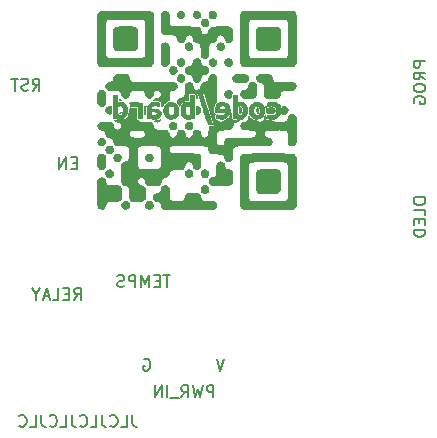
<source format=gbr>
%TF.GenerationSoftware,KiCad,Pcbnew,(5.1.10)-1*%
%TF.CreationDate,2021-08-06T22:26:06+02:00*%
%TF.ProjectId,board,626f6172-642e-46b6-9963-61645f706362,0.2*%
%TF.SameCoordinates,Original*%
%TF.FileFunction,Legend,Bot*%
%TF.FilePolarity,Positive*%
%FSLAX46Y46*%
G04 Gerber Fmt 4.6, Leading zero omitted, Abs format (unit mm)*
G04 Created by KiCad (PCBNEW (5.1.10)-1) date 2021-08-06 22:26:06*
%MOMM*%
%LPD*%
G01*
G04 APERTURE LIST*
%ADD10C,0.150000*%
%ADD11C,0.010000*%
G04 APERTURE END LIST*
D10*
X69629047Y-59742380D02*
X69629047Y-60456666D01*
X69676666Y-60599523D01*
X69771904Y-60694761D01*
X69914761Y-60742380D01*
X70010000Y-60742380D01*
X68676666Y-60742380D02*
X69152857Y-60742380D01*
X69152857Y-59742380D01*
X67771904Y-60647142D02*
X67819523Y-60694761D01*
X67962380Y-60742380D01*
X68057619Y-60742380D01*
X68200476Y-60694761D01*
X68295714Y-60599523D01*
X68343333Y-60504285D01*
X68390952Y-60313809D01*
X68390952Y-60170952D01*
X68343333Y-59980476D01*
X68295714Y-59885238D01*
X68200476Y-59790000D01*
X68057619Y-59742380D01*
X67962380Y-59742380D01*
X67819523Y-59790000D01*
X67771904Y-59837619D01*
X67057619Y-59742380D02*
X67057619Y-60456666D01*
X67105238Y-60599523D01*
X67200476Y-60694761D01*
X67343333Y-60742380D01*
X67438571Y-60742380D01*
X66105238Y-60742380D02*
X66581428Y-60742380D01*
X66581428Y-59742380D01*
X65200476Y-60647142D02*
X65248095Y-60694761D01*
X65390952Y-60742380D01*
X65486190Y-60742380D01*
X65629047Y-60694761D01*
X65724285Y-60599523D01*
X65771904Y-60504285D01*
X65819523Y-60313809D01*
X65819523Y-60170952D01*
X65771904Y-59980476D01*
X65724285Y-59885238D01*
X65629047Y-59790000D01*
X65486190Y-59742380D01*
X65390952Y-59742380D01*
X65248095Y-59790000D01*
X65200476Y-59837619D01*
X64486190Y-59742380D02*
X64486190Y-60456666D01*
X64533809Y-60599523D01*
X64629047Y-60694761D01*
X64771904Y-60742380D01*
X64867142Y-60742380D01*
X63533809Y-60742380D02*
X64010000Y-60742380D01*
X64010000Y-59742380D01*
X62629047Y-60647142D02*
X62676666Y-60694761D01*
X62819523Y-60742380D01*
X62914761Y-60742380D01*
X63057619Y-60694761D01*
X63152857Y-60599523D01*
X63200476Y-60504285D01*
X63248095Y-60313809D01*
X63248095Y-60170952D01*
X63200476Y-59980476D01*
X63152857Y-59885238D01*
X63057619Y-59790000D01*
X62914761Y-59742380D01*
X62819523Y-59742380D01*
X62676666Y-59790000D01*
X62629047Y-59837619D01*
X61914761Y-59742380D02*
X61914761Y-60456666D01*
X61962380Y-60599523D01*
X62057619Y-60694761D01*
X62200476Y-60742380D01*
X62295714Y-60742380D01*
X60962380Y-60742380D02*
X61438571Y-60742380D01*
X61438571Y-59742380D01*
X60057619Y-60647142D02*
X60105238Y-60694761D01*
X60248095Y-60742380D01*
X60343333Y-60742380D01*
X60486190Y-60694761D01*
X60581428Y-60599523D01*
X60629047Y-60504285D01*
X60676666Y-60313809D01*
X60676666Y-60170952D01*
X60629047Y-59980476D01*
X60581428Y-59885238D01*
X60486190Y-59790000D01*
X60343333Y-59742380D01*
X60248095Y-59742380D01*
X60105238Y-59790000D01*
X60057619Y-59837619D01*
D11*
%TO.C,G\u002A\u002A\u002A*%
G36*
X68892656Y-26852784D02*
G01*
X68749556Y-26854043D01*
X68616319Y-26856100D01*
X68498072Y-26858954D01*
X68399940Y-26862603D01*
X68327050Y-26867044D01*
X68284935Y-26872188D01*
X68180442Y-26911512D01*
X68096619Y-26978515D01*
X68052598Y-27040554D01*
X68044675Y-27058186D01*
X68038129Y-27081779D01*
X68032793Y-27114879D01*
X68028502Y-27161029D01*
X68025087Y-27223775D01*
X68022381Y-27306660D01*
X68020219Y-27413229D01*
X68018433Y-27547026D01*
X68016856Y-27711597D01*
X68016009Y-27817585D01*
X68014877Y-28039746D01*
X68015147Y-28225779D01*
X68016822Y-28375815D01*
X68019902Y-28489985D01*
X68024392Y-28568419D01*
X68030293Y-28611248D01*
X68030380Y-28611574D01*
X68065275Y-28690138D01*
X68121715Y-28764662D01*
X68189028Y-28822504D01*
X68224741Y-28841774D01*
X68247655Y-28848190D01*
X68284827Y-28853460D01*
X68339310Y-28857678D01*
X68414154Y-28860938D01*
X68512413Y-28863332D01*
X68637137Y-28864955D01*
X68791378Y-28865900D01*
X68978187Y-28866261D01*
X69023310Y-28866271D01*
X69206835Y-28866212D01*
X69357715Y-28865925D01*
X69479591Y-28865238D01*
X69576105Y-28863978D01*
X69650899Y-28861972D01*
X69707612Y-28859046D01*
X69749886Y-28855028D01*
X69781362Y-28849744D01*
X69805682Y-28843021D01*
X69826486Y-28834686D01*
X69841804Y-28827356D01*
X69911289Y-28779413D01*
X69967995Y-28716542D01*
X69968804Y-28715329D01*
X70017214Y-28642203D01*
X70022409Y-27896994D01*
X70023569Y-27708987D01*
X70024114Y-27553715D01*
X70023941Y-27427632D01*
X70022947Y-27327190D01*
X70021030Y-27248845D01*
X70018086Y-27189047D01*
X70014011Y-27144252D01*
X70008704Y-27110912D01*
X70002062Y-27085481D01*
X69998553Y-27075524D01*
X69949416Y-26991341D01*
X69876371Y-26921319D01*
X69790585Y-26875750D01*
X69777317Y-26871662D01*
X69739873Y-26866471D01*
X69671280Y-26862092D01*
X69576662Y-26858524D01*
X69461148Y-26855765D01*
X69329864Y-26853813D01*
X69187936Y-26852667D01*
X69040491Y-26852325D01*
X68892656Y-26852784D01*
G37*
X68892656Y-26852784D02*
X68749556Y-26854043D01*
X68616319Y-26856100D01*
X68498072Y-26858954D01*
X68399940Y-26862603D01*
X68327050Y-26867044D01*
X68284935Y-26872188D01*
X68180442Y-26911512D01*
X68096619Y-26978515D01*
X68052598Y-27040554D01*
X68044675Y-27058186D01*
X68038129Y-27081779D01*
X68032793Y-27114879D01*
X68028502Y-27161029D01*
X68025087Y-27223775D01*
X68022381Y-27306660D01*
X68020219Y-27413229D01*
X68018433Y-27547026D01*
X68016856Y-27711597D01*
X68016009Y-27817585D01*
X68014877Y-28039746D01*
X68015147Y-28225779D01*
X68016822Y-28375815D01*
X68019902Y-28489985D01*
X68024392Y-28568419D01*
X68030293Y-28611248D01*
X68030380Y-28611574D01*
X68065275Y-28690138D01*
X68121715Y-28764662D01*
X68189028Y-28822504D01*
X68224741Y-28841774D01*
X68247655Y-28848190D01*
X68284827Y-28853460D01*
X68339310Y-28857678D01*
X68414154Y-28860938D01*
X68512413Y-28863332D01*
X68637137Y-28864955D01*
X68791378Y-28865900D01*
X68978187Y-28866261D01*
X69023310Y-28866271D01*
X69206835Y-28866212D01*
X69357715Y-28865925D01*
X69479591Y-28865238D01*
X69576105Y-28863978D01*
X69650899Y-28861972D01*
X69707612Y-28859046D01*
X69749886Y-28855028D01*
X69781362Y-28849744D01*
X69805682Y-28843021D01*
X69826486Y-28834686D01*
X69841804Y-28827356D01*
X69911289Y-28779413D01*
X69967995Y-28716542D01*
X69968804Y-28715329D01*
X70017214Y-28642203D01*
X70022409Y-27896994D01*
X70023569Y-27708987D01*
X70024114Y-27553715D01*
X70023941Y-27427632D01*
X70022947Y-27327190D01*
X70021030Y-27248845D01*
X70018086Y-27189047D01*
X70014011Y-27144252D01*
X70008704Y-27110912D01*
X70002062Y-27085481D01*
X69998553Y-27075524D01*
X69949416Y-26991341D01*
X69876371Y-26921319D01*
X69790585Y-26875750D01*
X69777317Y-26871662D01*
X69739873Y-26866471D01*
X69671280Y-26862092D01*
X69576662Y-26858524D01*
X69461148Y-26855765D01*
X69329864Y-26853813D01*
X69187936Y-26852667D01*
X69040491Y-26852325D01*
X68892656Y-26852784D01*
G36*
X80285760Y-26903288D02*
G01*
X80228439Y-26945504D01*
X80177357Y-26997992D01*
X80167831Y-27010787D01*
X80122786Y-27076497D01*
X80117120Y-27821713D01*
X80115977Y-28040433D01*
X80116115Y-28226137D01*
X80117525Y-28378206D01*
X80120195Y-28496019D01*
X80124116Y-28578957D01*
X80129276Y-28626401D01*
X80130719Y-28632508D01*
X80176486Y-28728894D01*
X80249586Y-28801668D01*
X80302788Y-28831881D01*
X80323473Y-28840247D01*
X80347559Y-28847108D01*
X80378649Y-28852615D01*
X80420345Y-28856916D01*
X80476251Y-28860160D01*
X80549968Y-28862498D01*
X80645100Y-28864078D01*
X80765249Y-28865049D01*
X80914018Y-28865562D01*
X81095009Y-28865764D01*
X81120643Y-28865776D01*
X81315216Y-28865602D01*
X81476431Y-28864859D01*
X81607211Y-28863460D01*
X81710481Y-28861317D01*
X81789163Y-28858342D01*
X81846183Y-28854448D01*
X81884463Y-28849548D01*
X81906929Y-28843555D01*
X81909857Y-28842178D01*
X81978323Y-28802992D01*
X82024292Y-28766668D01*
X82059164Y-28723124D01*
X82076310Y-28694955D01*
X82087057Y-28675502D01*
X82095836Y-28655848D01*
X82102879Y-28632245D01*
X82108418Y-28600947D01*
X82112686Y-28558207D01*
X82115916Y-28500280D01*
X82118339Y-28423417D01*
X82120189Y-28323875D01*
X82121698Y-28197904D01*
X82123099Y-28041760D01*
X82124032Y-27925997D01*
X82125303Y-27726052D01*
X82125458Y-27558929D01*
X82124199Y-27421172D01*
X82121227Y-27309326D01*
X82116247Y-27219937D01*
X82108959Y-27149548D01*
X82099067Y-27094706D01*
X82086274Y-27051955D01*
X82070280Y-27017840D01*
X82050790Y-26988905D01*
X82042443Y-26978596D01*
X82019098Y-26951019D01*
X81997365Y-26928150D01*
X81973780Y-26909548D01*
X81944875Y-26894774D01*
X81907182Y-26883386D01*
X81857235Y-26874944D01*
X81791567Y-26869008D01*
X81706711Y-26865137D01*
X81599200Y-26862892D01*
X81465566Y-26861830D01*
X81302343Y-26861513D01*
X81120643Y-26861500D01*
X80358643Y-26861500D01*
X80285760Y-26903288D01*
G37*
X80285760Y-26903288D02*
X80228439Y-26945504D01*
X80177357Y-26997992D01*
X80167831Y-27010787D01*
X80122786Y-27076497D01*
X80117120Y-27821713D01*
X80115977Y-28040433D01*
X80116115Y-28226137D01*
X80117525Y-28378206D01*
X80120195Y-28496019D01*
X80124116Y-28578957D01*
X80129276Y-28626401D01*
X80130719Y-28632508D01*
X80176486Y-28728894D01*
X80249586Y-28801668D01*
X80302788Y-28831881D01*
X80323473Y-28840247D01*
X80347559Y-28847108D01*
X80378649Y-28852615D01*
X80420345Y-28856916D01*
X80476251Y-28860160D01*
X80549968Y-28862498D01*
X80645100Y-28864078D01*
X80765249Y-28865049D01*
X80914018Y-28865562D01*
X81095009Y-28865764D01*
X81120643Y-28865776D01*
X81315216Y-28865602D01*
X81476431Y-28864859D01*
X81607211Y-28863460D01*
X81710481Y-28861317D01*
X81789163Y-28858342D01*
X81846183Y-28854448D01*
X81884463Y-28849548D01*
X81906929Y-28843555D01*
X81909857Y-28842178D01*
X81978323Y-28802992D01*
X82024292Y-28766668D01*
X82059164Y-28723124D01*
X82076310Y-28694955D01*
X82087057Y-28675502D01*
X82095836Y-28655848D01*
X82102879Y-28632245D01*
X82108418Y-28600947D01*
X82112686Y-28558207D01*
X82115916Y-28500280D01*
X82118339Y-28423417D01*
X82120189Y-28323875D01*
X82121698Y-28197904D01*
X82123099Y-28041760D01*
X82124032Y-27925997D01*
X82125303Y-27726052D01*
X82125458Y-27558929D01*
X82124199Y-27421172D01*
X82121227Y-27309326D01*
X82116247Y-27219937D01*
X82108959Y-27149548D01*
X82099067Y-27094706D01*
X82086274Y-27051955D01*
X82070280Y-27017840D01*
X82050790Y-26988905D01*
X82042443Y-26978596D01*
X82019098Y-26951019D01*
X81997365Y-26928150D01*
X81973780Y-26909548D01*
X81944875Y-26894774D01*
X81907182Y-26883386D01*
X81857235Y-26874944D01*
X81791567Y-26869008D01*
X81706711Y-26865137D01*
X81599200Y-26862892D01*
X81465566Y-26861830D01*
X81302343Y-26861513D01*
X81120643Y-26861500D01*
X80358643Y-26861500D01*
X80285760Y-26903288D01*
G36*
X68648297Y-34076131D02*
G01*
X68617510Y-34106373D01*
X68586106Y-34140172D01*
X68547328Y-34184825D01*
X68533134Y-34207800D01*
X68542964Y-34213578D01*
X68576254Y-34206638D01*
X68577812Y-34206227D01*
X68599041Y-34189234D01*
X68625131Y-34154836D01*
X68648927Y-34114858D01*
X68663272Y-34081128D01*
X68662586Y-34066127D01*
X68648297Y-34076131D01*
G37*
X68648297Y-34076131D02*
X68617510Y-34106373D01*
X68586106Y-34140172D01*
X68547328Y-34184825D01*
X68533134Y-34207800D01*
X68542964Y-34213578D01*
X68576254Y-34206638D01*
X68577812Y-34206227D01*
X68599041Y-34189234D01*
X68625131Y-34154836D01*
X68648927Y-34114858D01*
X68663272Y-34081128D01*
X68662586Y-34066127D01*
X68648297Y-34076131D01*
G36*
X78701415Y-33699722D02*
G01*
X78698734Y-33701257D01*
X78692408Y-33721780D01*
X78687335Y-33769605D01*
X78683586Y-33836959D01*
X78681231Y-33916070D01*
X78680341Y-33999166D01*
X78680988Y-34078475D01*
X78683241Y-34146226D01*
X78687173Y-34194645D01*
X78692853Y-34215960D01*
X78694036Y-34216324D01*
X78721978Y-34210243D01*
X78737812Y-34206227D01*
X78770267Y-34180348D01*
X78796678Y-34126849D01*
X78815746Y-34054082D01*
X78826172Y-33970403D01*
X78826657Y-33884164D01*
X78815902Y-33803720D01*
X78805912Y-33768306D01*
X78778172Y-33722166D01*
X78739886Y-33697144D01*
X78701415Y-33699722D01*
G37*
X78701415Y-33699722D02*
X78698734Y-33701257D01*
X78692408Y-33721780D01*
X78687335Y-33769605D01*
X78683586Y-33836959D01*
X78681231Y-33916070D01*
X78680341Y-33999166D01*
X78680988Y-34078475D01*
X78683241Y-34146226D01*
X78687173Y-34194645D01*
X78692853Y-34215960D01*
X78694036Y-34216324D01*
X78721978Y-34210243D01*
X78737812Y-34206227D01*
X78770267Y-34180348D01*
X78796678Y-34126849D01*
X78815746Y-34054082D01*
X78826172Y-33970403D01*
X78826657Y-33884164D01*
X78815902Y-33803720D01*
X78805912Y-33768306D01*
X78778172Y-33722166D01*
X78739886Y-33697144D01*
X78701415Y-33699722D01*
G36*
X80169029Y-33726351D02*
G01*
X80149734Y-33766542D01*
X80131524Y-33819635D01*
X80118365Y-33874264D01*
X80114113Y-33914903D01*
X80123975Y-33976942D01*
X80148516Y-34046614D01*
X80181251Y-34108536D01*
X80210410Y-34143365D01*
X80235508Y-34157922D01*
X80250665Y-34142237D01*
X80254107Y-34134293D01*
X80260444Y-34101231D01*
X80265251Y-34042693D01*
X80267746Y-33969486D01*
X80267929Y-33943639D01*
X80266476Y-33862320D01*
X80261074Y-33808377D01*
X80250158Y-33772977D01*
X80233367Y-33748603D01*
X80203957Y-33720793D01*
X80185444Y-33710429D01*
X80169029Y-33726351D01*
G37*
X80169029Y-33726351D02*
X80149734Y-33766542D01*
X80131524Y-33819635D01*
X80118365Y-33874264D01*
X80114113Y-33914903D01*
X80123975Y-33976942D01*
X80148516Y-34046614D01*
X80181251Y-34108536D01*
X80210410Y-34143365D01*
X80235508Y-34157922D01*
X80250665Y-34142237D01*
X80254107Y-34134293D01*
X80260444Y-34101231D01*
X80265251Y-34042693D01*
X80267746Y-33969486D01*
X80267929Y-33943639D01*
X80266476Y-33862320D01*
X80261074Y-33808377D01*
X80250158Y-33772977D01*
X80233367Y-33748603D01*
X80203957Y-33720793D01*
X80185444Y-33710429D01*
X80169029Y-33726351D01*
G36*
X70965394Y-37624434D02*
G01*
X70874243Y-37660583D01*
X70794359Y-37724285D01*
X70746434Y-37788864D01*
X70717417Y-37871547D01*
X70714838Y-37965582D01*
X70736297Y-38060303D01*
X70779389Y-38145045D01*
X70840995Y-38208633D01*
X70915074Y-38244774D01*
X71004907Y-38265197D01*
X71091988Y-38266149D01*
X71109867Y-38263180D01*
X71194059Y-38231950D01*
X71268163Y-38173125D01*
X71308685Y-38125464D01*
X71338756Y-38079804D01*
X71354220Y-38034364D01*
X71359514Y-37973641D01*
X71359786Y-37946873D01*
X71356130Y-37873146D01*
X71342194Y-37818300D01*
X71313525Y-37765401D01*
X71311090Y-37761695D01*
X71240661Y-37684468D01*
X71155182Y-37636060D01*
X71061234Y-37616154D01*
X70965394Y-37624434D01*
G37*
X70965394Y-37624434D02*
X70874243Y-37660583D01*
X70794359Y-37724285D01*
X70746434Y-37788864D01*
X70717417Y-37871547D01*
X70714838Y-37965582D01*
X70736297Y-38060303D01*
X70779389Y-38145045D01*
X70840995Y-38208633D01*
X70915074Y-38244774D01*
X71004907Y-38265197D01*
X71091988Y-38266149D01*
X71109867Y-38263180D01*
X71194059Y-38231950D01*
X71268163Y-38173125D01*
X71308685Y-38125464D01*
X71338756Y-38079804D01*
X71354220Y-38034364D01*
X71359514Y-37973641D01*
X71359786Y-37946873D01*
X71356130Y-37873146D01*
X71342194Y-37818300D01*
X71313525Y-37765401D01*
X71311090Y-37761695D01*
X71240661Y-37684468D01*
X71155182Y-37636060D01*
X71061234Y-37616154D01*
X70965394Y-37624434D01*
G36*
X80666566Y-38956807D02*
G01*
X80557163Y-38958891D01*
X80470167Y-38962644D01*
X80402111Y-38968357D01*
X80349527Y-38976321D01*
X80308945Y-38986826D01*
X80276897Y-39000163D01*
X80249915Y-39016622D01*
X80224700Y-39036350D01*
X80198512Y-39059448D01*
X80176747Y-39083000D01*
X80159021Y-39110404D01*
X80144954Y-39145055D01*
X80134164Y-39190351D01*
X80126268Y-39249688D01*
X80120885Y-39326463D01*
X80117633Y-39424073D01*
X80116131Y-39545914D01*
X80115996Y-39695383D01*
X80116847Y-39875877D01*
X80117594Y-39989211D01*
X80122786Y-40743494D01*
X80167831Y-40809209D01*
X80213819Y-40861167D01*
X80271590Y-40907907D01*
X80285760Y-40916712D01*
X80304522Y-40927092D01*
X80323538Y-40935614D01*
X80346430Y-40942486D01*
X80376818Y-40947913D01*
X80418325Y-40952101D01*
X80474573Y-40955258D01*
X80549181Y-40957589D01*
X80645773Y-40959301D01*
X80767970Y-40960600D01*
X80919394Y-40961693D01*
X81093429Y-40962726D01*
X81285067Y-40963602D01*
X81443717Y-40963766D01*
X81572671Y-40963132D01*
X81675220Y-40961614D01*
X81754656Y-40959123D01*
X81814272Y-40955576D01*
X81857359Y-40950883D01*
X81887208Y-40944961D01*
X81897970Y-40941594D01*
X81995160Y-40887503D01*
X82071209Y-40805351D01*
X82088474Y-40777071D01*
X82095907Y-40760354D01*
X82102022Y-40737418D01*
X82106942Y-40704852D01*
X82110793Y-40659241D01*
X82113702Y-40597172D01*
X82115794Y-40515233D01*
X82117193Y-40410009D01*
X82118027Y-40278087D01*
X82118419Y-40116054D01*
X82118500Y-39960643D01*
X82118521Y-39766486D01*
X82118232Y-39605110D01*
X82117102Y-39473013D01*
X82114603Y-39366691D01*
X82110206Y-39282641D01*
X82103380Y-39217359D01*
X82093597Y-39167342D01*
X82080327Y-39129088D01*
X82063040Y-39099091D01*
X82041208Y-39073850D01*
X82014301Y-39049861D01*
X81981789Y-39023620D01*
X81976229Y-39019138D01*
X81906530Y-38962786D01*
X81163911Y-38957665D01*
X80966472Y-38956485D01*
X80801847Y-38956102D01*
X80666566Y-38956807D01*
G37*
X80666566Y-38956807D02*
X80557163Y-38958891D01*
X80470167Y-38962644D01*
X80402111Y-38968357D01*
X80349527Y-38976321D01*
X80308945Y-38986826D01*
X80276897Y-39000163D01*
X80249915Y-39016622D01*
X80224700Y-39036350D01*
X80198512Y-39059448D01*
X80176747Y-39083000D01*
X80159021Y-39110404D01*
X80144954Y-39145055D01*
X80134164Y-39190351D01*
X80126268Y-39249688D01*
X80120885Y-39326463D01*
X80117633Y-39424073D01*
X80116131Y-39545914D01*
X80115996Y-39695383D01*
X80116847Y-39875877D01*
X80117594Y-39989211D01*
X80122786Y-40743494D01*
X80167831Y-40809209D01*
X80213819Y-40861167D01*
X80271590Y-40907907D01*
X80285760Y-40916712D01*
X80304522Y-40927092D01*
X80323538Y-40935614D01*
X80346430Y-40942486D01*
X80376818Y-40947913D01*
X80418325Y-40952101D01*
X80474573Y-40955258D01*
X80549181Y-40957589D01*
X80645773Y-40959301D01*
X80767970Y-40960600D01*
X80919394Y-40961693D01*
X81093429Y-40962726D01*
X81285067Y-40963602D01*
X81443717Y-40963766D01*
X81572671Y-40963132D01*
X81675220Y-40961614D01*
X81754656Y-40959123D01*
X81814272Y-40955576D01*
X81857359Y-40950883D01*
X81887208Y-40944961D01*
X81897970Y-40941594D01*
X81995160Y-40887503D01*
X82071209Y-40805351D01*
X82088474Y-40777071D01*
X82095907Y-40760354D01*
X82102022Y-40737418D01*
X82106942Y-40704852D01*
X82110793Y-40659241D01*
X82113702Y-40597172D01*
X82115794Y-40515233D01*
X82117193Y-40410009D01*
X82118027Y-40278087D01*
X82118419Y-40116054D01*
X82118500Y-39960643D01*
X82118521Y-39766486D01*
X82118232Y-39605110D01*
X82117102Y-39473013D01*
X82114603Y-39366691D01*
X82110206Y-39282641D01*
X82103380Y-39217359D01*
X82093597Y-39167342D01*
X82080327Y-39129088D01*
X82063040Y-39099091D01*
X82041208Y-39073850D01*
X82014301Y-39049861D01*
X81981789Y-39023620D01*
X81976229Y-39019138D01*
X81906530Y-38962786D01*
X81163911Y-38957665D01*
X80966472Y-38956485D01*
X80801847Y-38956102D01*
X80666566Y-38956807D01*
G36*
X73718202Y-25515572D02*
G01*
X73669726Y-25525320D01*
X73560046Y-25565405D01*
X73478572Y-25627836D01*
X73426241Y-25711384D01*
X73403988Y-25814816D01*
X73404467Y-25874051D01*
X73428165Y-25978269D01*
X73479191Y-26064156D01*
X73551799Y-26128312D01*
X73640244Y-26167333D01*
X73738781Y-26177817D01*
X73841663Y-26156362D01*
X73864926Y-26146738D01*
X73951706Y-26088625D01*
X74013394Y-26007515D01*
X74046721Y-25909400D01*
X74049441Y-25808545D01*
X74022925Y-25707778D01*
X73967229Y-25626875D01*
X73880401Y-25563190D01*
X73861190Y-25553290D01*
X73802429Y-25526343D01*
X73759951Y-25514528D01*
X73718202Y-25515572D01*
G37*
X73718202Y-25515572D02*
X73669726Y-25525320D01*
X73560046Y-25565405D01*
X73478572Y-25627836D01*
X73426241Y-25711384D01*
X73403988Y-25814816D01*
X73404467Y-25874051D01*
X73428165Y-25978269D01*
X73479191Y-26064156D01*
X73551799Y-26128312D01*
X73640244Y-26167333D01*
X73738781Y-26177817D01*
X73841663Y-26156362D01*
X73864926Y-26146738D01*
X73951706Y-26088625D01*
X74013394Y-26007515D01*
X74046721Y-25909400D01*
X74049441Y-25808545D01*
X74022925Y-25707778D01*
X73967229Y-25626875D01*
X73880401Y-25563190D01*
X73861190Y-25553290D01*
X73802429Y-25526343D01*
X73759951Y-25514528D01*
X73718202Y-25515572D01*
G36*
X75023313Y-25522479D02*
G01*
X74994577Y-25528768D01*
X74893016Y-25569755D01*
X74819353Y-25631699D01*
X74777999Y-25698562D01*
X74749627Y-25798889D01*
X74750282Y-25902269D01*
X74778318Y-25999203D01*
X74832092Y-26080194D01*
X74846483Y-26094272D01*
X74931860Y-26148526D01*
X75031152Y-26174926D01*
X75133248Y-26171625D01*
X75196460Y-26152414D01*
X75287338Y-26095028D01*
X75352110Y-26016519D01*
X75388544Y-25923086D01*
X75394406Y-25820932D01*
X75367466Y-25716258D01*
X75359648Y-25699039D01*
X75299947Y-25613909D01*
X75219151Y-25553848D01*
X75124520Y-25522242D01*
X75023313Y-25522479D01*
G37*
X75023313Y-25522479D02*
X74994577Y-25528768D01*
X74893016Y-25569755D01*
X74819353Y-25631699D01*
X74777999Y-25698562D01*
X74749627Y-25798889D01*
X74750282Y-25902269D01*
X74778318Y-25999203D01*
X74832092Y-26080194D01*
X74846483Y-26094272D01*
X74931860Y-26148526D01*
X75031152Y-26174926D01*
X75133248Y-26171625D01*
X75196460Y-26152414D01*
X75287338Y-26095028D01*
X75352110Y-26016519D01*
X75388544Y-25923086D01*
X75394406Y-25820932D01*
X75367466Y-25716258D01*
X75359648Y-25699039D01*
X75299947Y-25613909D01*
X75219151Y-25553848D01*
X75124520Y-25522242D01*
X75023313Y-25522479D01*
G36*
X76317565Y-25535250D02*
G01*
X76237959Y-25567714D01*
X76206516Y-25587045D01*
X76145202Y-25651611D01*
X76105663Y-25737107D01*
X76089936Y-25834012D01*
X76100059Y-25932809D01*
X76120122Y-25990643D01*
X76164058Y-26065674D01*
X76221063Y-26117717D01*
X76290188Y-26153237D01*
X76393965Y-26178450D01*
X76497079Y-26167458D01*
X76539032Y-26152414D01*
X76617026Y-26108552D01*
X76673115Y-26049542D01*
X76704788Y-25995901D01*
X76736074Y-25898056D01*
X76735279Y-25798715D01*
X76705666Y-25704586D01*
X76650500Y-25622375D01*
X76573046Y-25558791D01*
X76476569Y-25520540D01*
X76473054Y-25519778D01*
X76401260Y-25517926D01*
X76317565Y-25535250D01*
G37*
X76317565Y-25535250D02*
X76237959Y-25567714D01*
X76206516Y-25587045D01*
X76145202Y-25651611D01*
X76105663Y-25737107D01*
X76089936Y-25834012D01*
X76100059Y-25932809D01*
X76120122Y-25990643D01*
X76164058Y-26065674D01*
X76221063Y-26117717D01*
X76290188Y-26153237D01*
X76393965Y-26178450D01*
X76497079Y-26167458D01*
X76539032Y-26152414D01*
X76617026Y-26108552D01*
X76673115Y-26049542D01*
X76704788Y-25995901D01*
X76736074Y-25898056D01*
X76735279Y-25798715D01*
X76705666Y-25704586D01*
X76650500Y-25622375D01*
X76573046Y-25558791D01*
X76476569Y-25520540D01*
X76473054Y-25519778D01*
X76401260Y-25517926D01*
X76317565Y-25535250D01*
G36*
X75657101Y-26202791D02*
G01*
X75567835Y-26239160D01*
X75494040Y-26300297D01*
X75449284Y-26369848D01*
X75420913Y-26470175D01*
X75421568Y-26573554D01*
X75449604Y-26670489D01*
X75503378Y-26751480D01*
X75517769Y-26765558D01*
X75603146Y-26819812D01*
X75702438Y-26846211D01*
X75804534Y-26842911D01*
X75867746Y-26823700D01*
X75945740Y-26779838D01*
X76001829Y-26720828D01*
X76033502Y-26667187D01*
X76061806Y-26575737D01*
X76062007Y-26477162D01*
X76036361Y-26381746D01*
X75987125Y-26299772D01*
X75943922Y-26258849D01*
X75852524Y-26210979D01*
X75754457Y-26192845D01*
X75657101Y-26202791D01*
G37*
X75657101Y-26202791D02*
X75567835Y-26239160D01*
X75494040Y-26300297D01*
X75449284Y-26369848D01*
X75420913Y-26470175D01*
X75421568Y-26573554D01*
X75449604Y-26670489D01*
X75503378Y-26751480D01*
X75517769Y-26765558D01*
X75603146Y-26819812D01*
X75702438Y-26846211D01*
X75804534Y-26842911D01*
X75867746Y-26823700D01*
X75945740Y-26779838D01*
X76001829Y-26720828D01*
X76033502Y-26667187D01*
X76061806Y-26575737D01*
X76062007Y-26477162D01*
X76036361Y-26381746D01*
X75987125Y-26299772D01*
X75943922Y-26258849D01*
X75852524Y-26210979D01*
X75754457Y-26192845D01*
X75657101Y-26202791D01*
G36*
X74289093Y-28227017D02*
G01*
X74198920Y-28273140D01*
X74130355Y-28345725D01*
X74112964Y-28375737D01*
X74078430Y-28478614D01*
X74075537Y-28579752D01*
X74101295Y-28673407D01*
X74152714Y-28753835D01*
X74226806Y-28815293D01*
X74320580Y-28852038D01*
X74364328Y-28858653D01*
X74465960Y-28856163D01*
X74525174Y-28838667D01*
X74603571Y-28793500D01*
X74659527Y-28734293D01*
X74690931Y-28681044D01*
X74722665Y-28583193D01*
X74722213Y-28485805D01*
X74693270Y-28394765D01*
X74639527Y-28315961D01*
X74564676Y-28255280D01*
X74472412Y-28218609D01*
X74395695Y-28210386D01*
X74289093Y-28227017D01*
G37*
X74289093Y-28227017D02*
X74198920Y-28273140D01*
X74130355Y-28345725D01*
X74112964Y-28375737D01*
X74078430Y-28478614D01*
X74075537Y-28579752D01*
X74101295Y-28673407D01*
X74152714Y-28753835D01*
X74226806Y-28815293D01*
X74320580Y-28852038D01*
X74364328Y-28858653D01*
X74465960Y-28856163D01*
X74525174Y-28838667D01*
X74603571Y-28793500D01*
X74659527Y-28734293D01*
X74690931Y-28681044D01*
X74722665Y-28583193D01*
X74722213Y-28485805D01*
X74693270Y-28394765D01*
X74639527Y-28315961D01*
X74564676Y-28255280D01*
X74472412Y-28218609D01*
X74395695Y-28210386D01*
X74289093Y-28227017D01*
G36*
X76977647Y-28227221D02*
G01*
X76889289Y-28272313D01*
X76821058Y-28340071D01*
X76776444Y-28424918D01*
X76758938Y-28521276D01*
X76772028Y-28623568D01*
X76791407Y-28675786D01*
X76835343Y-28750817D01*
X76892348Y-28802860D01*
X76961474Y-28838380D01*
X77062213Y-28863641D01*
X77162097Y-28853445D01*
X77219929Y-28831995D01*
X77312785Y-28772911D01*
X77374555Y-28695228D01*
X77405907Y-28597904D01*
X77410429Y-28535190D01*
X77393768Y-28430863D01*
X77347259Y-28341056D01*
X77276111Y-28270934D01*
X77185535Y-28225658D01*
X77082643Y-28210372D01*
X76977647Y-28227221D01*
G37*
X76977647Y-28227221D02*
X76889289Y-28272313D01*
X76821058Y-28340071D01*
X76776444Y-28424918D01*
X76758938Y-28521276D01*
X76772028Y-28623568D01*
X76791407Y-28675786D01*
X76835343Y-28750817D01*
X76892348Y-28802860D01*
X76961474Y-28838380D01*
X77062213Y-28863641D01*
X77162097Y-28853445D01*
X77219929Y-28831995D01*
X77312785Y-28772911D01*
X77374555Y-28695228D01*
X77405907Y-28597904D01*
X77410429Y-28535190D01*
X77393768Y-28430863D01*
X77347259Y-28341056D01*
X77276111Y-28270934D01*
X77185535Y-28225658D01*
X77082643Y-28210372D01*
X76977647Y-28227221D01*
G36*
X72304628Y-25529685D02*
G01*
X72213154Y-25564928D01*
X72134813Y-25628682D01*
X72119642Y-25647107D01*
X72067357Y-25715636D01*
X72062548Y-26497211D01*
X72061337Y-26695013D01*
X72060659Y-26859946D01*
X72060973Y-26995425D01*
X72062736Y-27104866D01*
X72066406Y-27191686D01*
X72072441Y-27259299D01*
X72081299Y-27311122D01*
X72093438Y-27350571D01*
X72109316Y-27381061D01*
X72129390Y-27406010D01*
X72154118Y-27428832D01*
X72183959Y-27452943D01*
X72191461Y-27458924D01*
X72261137Y-27514643D01*
X72708533Y-27523714D01*
X72852419Y-27526967D01*
X72964643Y-27530430D01*
X73049825Y-27534473D01*
X73112588Y-27539464D01*
X73157554Y-27545770D01*
X73189345Y-27553760D01*
X73212583Y-27563803D01*
X73212732Y-27563884D01*
X73296980Y-27629194D01*
X73354449Y-27718564D01*
X73381789Y-27809283D01*
X73401820Y-27907657D01*
X73420534Y-27978197D01*
X73441447Y-28029030D01*
X73468074Y-28068284D01*
X73503931Y-28104087D01*
X73512509Y-28111540D01*
X73604822Y-28168451D01*
X73706736Y-28191952D01*
X73812166Y-28180710D01*
X73819131Y-28178705D01*
X73910695Y-28136256D01*
X73980209Y-28069135D01*
X74029321Y-27974979D01*
X74059676Y-27851425D01*
X74062881Y-27828936D01*
X74092318Y-27725993D01*
X74147539Y-27641482D01*
X74222496Y-27578259D01*
X74311142Y-27539182D01*
X74407431Y-27527107D01*
X74505317Y-27544893D01*
X74582219Y-27583552D01*
X74652781Y-27645330D01*
X74701528Y-27723954D01*
X74732547Y-27826818D01*
X74739805Y-27868786D01*
X74759950Y-27964322D01*
X74789755Y-28034727D01*
X74808034Y-28061991D01*
X74873684Y-28124180D01*
X74957675Y-28170536D01*
X75045173Y-28193434D01*
X75066047Y-28194602D01*
X75148454Y-28208329D01*
X75234020Y-28243440D01*
X75302798Y-28291116D01*
X75332735Y-28320638D01*
X75356235Y-28349919D01*
X75374193Y-28383742D01*
X75387504Y-28426888D01*
X75397061Y-28484137D01*
X75403761Y-28560272D01*
X75408498Y-28660074D01*
X75412165Y-28788323D01*
X75414360Y-28887335D01*
X75423786Y-29334740D01*
X75478669Y-29402496D01*
X75562086Y-29481205D01*
X75655760Y-29525773D01*
X75757036Y-29535534D01*
X75863256Y-29509825D01*
X75879463Y-29502862D01*
X75938672Y-29465782D01*
X75994112Y-29415223D01*
X76006463Y-29400411D01*
X76058786Y-29331872D01*
X76068211Y-28885900D01*
X76071672Y-28737199D01*
X76075637Y-28619990D01*
X76081004Y-28529483D01*
X76088671Y-28460887D01*
X76099538Y-28409411D01*
X76114502Y-28370264D01*
X76134463Y-28338656D01*
X76160319Y-28309796D01*
X76179774Y-28291116D01*
X76250401Y-28242457D01*
X76336103Y-28207749D01*
X76416524Y-28194602D01*
X76502563Y-28178827D01*
X76588839Y-28137671D01*
X76660516Y-28078759D01*
X76674537Y-28061991D01*
X76710140Y-27999664D01*
X76734325Y-27917187D01*
X76742767Y-27868786D01*
X76768670Y-27755959D01*
X76810909Y-27669895D01*
X76873568Y-27603199D01*
X76900352Y-27583552D01*
X76995103Y-27539226D01*
X77093159Y-27527124D01*
X77188501Y-27544405D01*
X77275110Y-27588228D01*
X77346967Y-27655749D01*
X77398052Y-27744126D01*
X77420056Y-27828936D01*
X77443406Y-27948217D01*
X77479057Y-28038077D01*
X77530442Y-28104284D01*
X77600998Y-28152601D01*
X77617645Y-28160595D01*
X77721076Y-28190576D01*
X77822644Y-28184667D01*
X77891214Y-28160709D01*
X77983110Y-28101825D01*
X78046164Y-28024542D01*
X78062363Y-27989712D01*
X78068777Y-27954035D01*
X78074090Y-27886229D01*
X78078131Y-27790441D01*
X78080729Y-27670814D01*
X78081710Y-27531496D01*
X78081714Y-27521810D01*
X78081477Y-27386320D01*
X78080511Y-27281949D01*
X78078438Y-27203534D01*
X78074875Y-27145909D01*
X78069443Y-27103912D01*
X78061762Y-27072377D01*
X78051451Y-27046141D01*
X78045839Y-27034662D01*
X77987053Y-26953871D01*
X77904191Y-26897680D01*
X77826430Y-26870646D01*
X77783067Y-26864612D01*
X77706302Y-26860018D01*
X77595569Y-26856854D01*
X77450306Y-26855111D01*
X77269948Y-26854776D01*
X77053932Y-26855841D01*
X77038500Y-26855959D01*
X76859460Y-26857418D01*
X76712982Y-26858861D01*
X76595344Y-26860507D01*
X76502822Y-26862573D01*
X76431693Y-26865277D01*
X76378236Y-26868836D01*
X76338727Y-26873469D01*
X76309444Y-26879393D01*
X76286662Y-26886826D01*
X76266661Y-26895986D01*
X76255650Y-26901758D01*
X76179068Y-26959440D01*
X76124713Y-27040448D01*
X76090176Y-27148706D01*
X76084317Y-27180733D01*
X76067928Y-27265138D01*
X76047334Y-27326215D01*
X76016891Y-27376893D01*
X75979462Y-27421013D01*
X75903892Y-27484838D01*
X75820232Y-27517214D01*
X75747915Y-27523714D01*
X75636689Y-27508255D01*
X75544845Y-27462428D01*
X75473228Y-27387058D01*
X75422686Y-27282973D01*
X75398457Y-27182504D01*
X75371777Y-27073355D01*
X75328919Y-26991322D01*
X75265481Y-26929201D01*
X75229646Y-26906166D01*
X75151643Y-26861500D01*
X74044928Y-26852429D01*
X72938214Y-26843357D01*
X72871625Y-26801950D01*
X72817348Y-26757909D01*
X72769530Y-26702840D01*
X72763073Y-26693093D01*
X72749962Y-26670472D01*
X72739763Y-26646694D01*
X72731986Y-26616859D01*
X72726141Y-26576066D01*
X72721737Y-26519412D01*
X72718285Y-26441996D01*
X72715293Y-26338918D01*
X72712273Y-26205275D01*
X72711734Y-26179743D01*
X72708714Y-26041054D01*
X72705873Y-25933779D01*
X72702691Y-25853054D01*
X72698653Y-25794015D01*
X72693240Y-25751795D01*
X72685934Y-25721532D01*
X72676219Y-25698361D01*
X72663577Y-25677416D01*
X72657312Y-25668174D01*
X72585575Y-25592200D01*
X72498065Y-25543605D01*
X72402007Y-25522672D01*
X72304628Y-25529685D01*
G37*
X72304628Y-25529685D02*
X72213154Y-25564928D01*
X72134813Y-25628682D01*
X72119642Y-25647107D01*
X72067357Y-25715636D01*
X72062548Y-26497211D01*
X72061337Y-26695013D01*
X72060659Y-26859946D01*
X72060973Y-26995425D01*
X72062736Y-27104866D01*
X72066406Y-27191686D01*
X72072441Y-27259299D01*
X72081299Y-27311122D01*
X72093438Y-27350571D01*
X72109316Y-27381061D01*
X72129390Y-27406010D01*
X72154118Y-27428832D01*
X72183959Y-27452943D01*
X72191461Y-27458924D01*
X72261137Y-27514643D01*
X72708533Y-27523714D01*
X72852419Y-27526967D01*
X72964643Y-27530430D01*
X73049825Y-27534473D01*
X73112588Y-27539464D01*
X73157554Y-27545770D01*
X73189345Y-27553760D01*
X73212583Y-27563803D01*
X73212732Y-27563884D01*
X73296980Y-27629194D01*
X73354449Y-27718564D01*
X73381789Y-27809283D01*
X73401820Y-27907657D01*
X73420534Y-27978197D01*
X73441447Y-28029030D01*
X73468074Y-28068284D01*
X73503931Y-28104087D01*
X73512509Y-28111540D01*
X73604822Y-28168451D01*
X73706736Y-28191952D01*
X73812166Y-28180710D01*
X73819131Y-28178705D01*
X73910695Y-28136256D01*
X73980209Y-28069135D01*
X74029321Y-27974979D01*
X74059676Y-27851425D01*
X74062881Y-27828936D01*
X74092318Y-27725993D01*
X74147539Y-27641482D01*
X74222496Y-27578259D01*
X74311142Y-27539182D01*
X74407431Y-27527107D01*
X74505317Y-27544893D01*
X74582219Y-27583552D01*
X74652781Y-27645330D01*
X74701528Y-27723954D01*
X74732547Y-27826818D01*
X74739805Y-27868786D01*
X74759950Y-27964322D01*
X74789755Y-28034727D01*
X74808034Y-28061991D01*
X74873684Y-28124180D01*
X74957675Y-28170536D01*
X75045173Y-28193434D01*
X75066047Y-28194602D01*
X75148454Y-28208329D01*
X75234020Y-28243440D01*
X75302798Y-28291116D01*
X75332735Y-28320638D01*
X75356235Y-28349919D01*
X75374193Y-28383742D01*
X75387504Y-28426888D01*
X75397061Y-28484137D01*
X75403761Y-28560272D01*
X75408498Y-28660074D01*
X75412165Y-28788323D01*
X75414360Y-28887335D01*
X75423786Y-29334740D01*
X75478669Y-29402496D01*
X75562086Y-29481205D01*
X75655760Y-29525773D01*
X75757036Y-29535534D01*
X75863256Y-29509825D01*
X75879463Y-29502862D01*
X75938672Y-29465782D01*
X75994112Y-29415223D01*
X76006463Y-29400411D01*
X76058786Y-29331872D01*
X76068211Y-28885900D01*
X76071672Y-28737199D01*
X76075637Y-28619990D01*
X76081004Y-28529483D01*
X76088671Y-28460887D01*
X76099538Y-28409411D01*
X76114502Y-28370264D01*
X76134463Y-28338656D01*
X76160319Y-28309796D01*
X76179774Y-28291116D01*
X76250401Y-28242457D01*
X76336103Y-28207749D01*
X76416524Y-28194602D01*
X76502563Y-28178827D01*
X76588839Y-28137671D01*
X76660516Y-28078759D01*
X76674537Y-28061991D01*
X76710140Y-27999664D01*
X76734325Y-27917187D01*
X76742767Y-27868786D01*
X76768670Y-27755959D01*
X76810909Y-27669895D01*
X76873568Y-27603199D01*
X76900352Y-27583552D01*
X76995103Y-27539226D01*
X77093159Y-27527124D01*
X77188501Y-27544405D01*
X77275110Y-27588228D01*
X77346967Y-27655749D01*
X77398052Y-27744126D01*
X77420056Y-27828936D01*
X77443406Y-27948217D01*
X77479057Y-28038077D01*
X77530442Y-28104284D01*
X77600998Y-28152601D01*
X77617645Y-28160595D01*
X77721076Y-28190576D01*
X77822644Y-28184667D01*
X77891214Y-28160709D01*
X77983110Y-28101825D01*
X78046164Y-28024542D01*
X78062363Y-27989712D01*
X78068777Y-27954035D01*
X78074090Y-27886229D01*
X78078131Y-27790441D01*
X78080729Y-27670814D01*
X78081710Y-27531496D01*
X78081714Y-27521810D01*
X78081477Y-27386320D01*
X78080511Y-27281949D01*
X78078438Y-27203534D01*
X78074875Y-27145909D01*
X78069443Y-27103912D01*
X78061762Y-27072377D01*
X78051451Y-27046141D01*
X78045839Y-27034662D01*
X77987053Y-26953871D01*
X77904191Y-26897680D01*
X77826430Y-26870646D01*
X77783067Y-26864612D01*
X77706302Y-26860018D01*
X77595569Y-26856854D01*
X77450306Y-26855111D01*
X77269948Y-26854776D01*
X77053932Y-26855841D01*
X77038500Y-26855959D01*
X76859460Y-26857418D01*
X76712982Y-26858861D01*
X76595344Y-26860507D01*
X76502822Y-26862573D01*
X76431693Y-26865277D01*
X76378236Y-26868836D01*
X76338727Y-26873469D01*
X76309444Y-26879393D01*
X76286662Y-26886826D01*
X76266661Y-26895986D01*
X76255650Y-26901758D01*
X76179068Y-26959440D01*
X76124713Y-27040448D01*
X76090176Y-27148706D01*
X76084317Y-27180733D01*
X76067928Y-27265138D01*
X76047334Y-27326215D01*
X76016891Y-27376893D01*
X75979462Y-27421013D01*
X75903892Y-27484838D01*
X75820232Y-27517214D01*
X75747915Y-27523714D01*
X75636689Y-27508255D01*
X75544845Y-27462428D01*
X75473228Y-27387058D01*
X75422686Y-27282973D01*
X75398457Y-27182504D01*
X75371777Y-27073355D01*
X75328919Y-26991322D01*
X75265481Y-26929201D01*
X75229646Y-26906166D01*
X75151643Y-26861500D01*
X74044928Y-26852429D01*
X72938214Y-26843357D01*
X72871625Y-26801950D01*
X72817348Y-26757909D01*
X72769530Y-26702840D01*
X72763073Y-26693093D01*
X72749962Y-26670472D01*
X72739763Y-26646694D01*
X72731986Y-26616859D01*
X72726141Y-26576066D01*
X72721737Y-26519412D01*
X72718285Y-26441996D01*
X72715293Y-26338918D01*
X72712273Y-26205275D01*
X72711734Y-26179743D01*
X72708714Y-26041054D01*
X72705873Y-25933779D01*
X72702691Y-25853054D01*
X72698653Y-25794015D01*
X72693240Y-25751795D01*
X72685934Y-25721532D01*
X72676219Y-25698361D01*
X72663577Y-25677416D01*
X72657312Y-25668174D01*
X72585575Y-25592200D01*
X72498065Y-25543605D01*
X72402007Y-25522672D01*
X72304628Y-25529685D01*
G36*
X69376718Y-25513253D02*
G01*
X69015232Y-25513935D01*
X68979739Y-25514018D01*
X68660788Y-25514805D01*
X68376119Y-25515588D01*
X68123730Y-25516401D01*
X67901619Y-25517278D01*
X67707783Y-25518252D01*
X67540218Y-25519358D01*
X67396922Y-25520629D01*
X67275893Y-25522100D01*
X67175127Y-25523805D01*
X67092622Y-25525778D01*
X67026375Y-25528052D01*
X66974383Y-25530661D01*
X66934643Y-25533641D01*
X66905153Y-25537024D01*
X66883910Y-25540844D01*
X66868911Y-25545136D01*
X66858154Y-25549934D01*
X66857982Y-25550027D01*
X66779838Y-25610110D01*
X66718399Y-25690643D01*
X66688798Y-25759885D01*
X66685444Y-25790652D01*
X66682414Y-25857507D01*
X66679708Y-25960254D01*
X66677330Y-26098697D01*
X66675280Y-26272641D01*
X66673561Y-26481889D01*
X66672174Y-26726246D01*
X66671121Y-27005514D01*
X66670403Y-27319499D01*
X66670023Y-27668004D01*
X66669958Y-27879964D01*
X66669857Y-29932571D01*
X66720005Y-30028565D01*
X66765062Y-30099514D01*
X66817876Y-30147681D01*
X66849858Y-30166708D01*
X66929564Y-30208857D01*
X69017675Y-30208459D01*
X69337741Y-30208377D01*
X69623538Y-30208240D01*
X69877086Y-30208015D01*
X70100402Y-30207673D01*
X70295504Y-30207180D01*
X70464409Y-30206505D01*
X70609137Y-30205618D01*
X70731703Y-30204486D01*
X70834128Y-30203078D01*
X70918427Y-30201363D01*
X70986620Y-30199308D01*
X71040725Y-30196883D01*
X71082758Y-30194056D01*
X71114738Y-30190796D01*
X71138683Y-30187071D01*
X71156611Y-30182849D01*
X71170540Y-30178099D01*
X71178357Y-30174735D01*
X71253388Y-30130800D01*
X71305431Y-30073795D01*
X71340951Y-30004669D01*
X71345280Y-29991116D01*
X71349145Y-29971020D01*
X71352572Y-29942414D01*
X71355586Y-29903333D01*
X71358212Y-29851809D01*
X71360477Y-29785876D01*
X71362406Y-29703568D01*
X71364024Y-29602917D01*
X71365357Y-29481958D01*
X71366430Y-29338723D01*
X71367270Y-29171247D01*
X71367902Y-28977562D01*
X71368350Y-28755703D01*
X71368642Y-28503702D01*
X71368656Y-28477769D01*
X70694834Y-28477769D01*
X70694728Y-28666084D01*
X70694380Y-28836008D01*
X70693799Y-28984714D01*
X70692993Y-29109376D01*
X70691972Y-29207170D01*
X70690745Y-29275269D01*
X70689321Y-29310849D01*
X70688806Y-29314989D01*
X70667694Y-29358582D01*
X70628114Y-29412188D01*
X70580350Y-29463685D01*
X70534690Y-29500953D01*
X70527262Y-29505338D01*
X70482469Y-29523548D01*
X70427207Y-29538798D01*
X70425429Y-29539167D01*
X70397382Y-29541220D01*
X70336010Y-29543102D01*
X70244272Y-29544791D01*
X70125128Y-29546266D01*
X69981538Y-29547506D01*
X69816462Y-29548490D01*
X69632859Y-29549198D01*
X69433690Y-29549608D01*
X69221914Y-29549698D01*
X69000491Y-29549449D01*
X68983071Y-29549415D01*
X68715313Y-29548761D01*
X68481675Y-29547917D01*
X68279992Y-29546846D01*
X68108099Y-29545506D01*
X67963832Y-29543856D01*
X67845025Y-29541858D01*
X67749513Y-29539469D01*
X67675131Y-29536651D01*
X67619714Y-29533363D01*
X67581097Y-29529564D01*
X67557115Y-29525215D01*
X67549786Y-29522756D01*
X67458502Y-29463180D01*
X67387463Y-29373897D01*
X67375663Y-29352330D01*
X67369321Y-29338732D01*
X67363807Y-29322701D01*
X67359061Y-29301756D01*
X67355028Y-29273416D01*
X67351648Y-29235200D01*
X67348865Y-29184625D01*
X67346620Y-29119210D01*
X67344857Y-29036474D01*
X67343517Y-28933936D01*
X67342543Y-28809113D01*
X67341877Y-28659525D01*
X67341462Y-28482690D01*
X67341240Y-28276126D01*
X67341154Y-28037353D01*
X67341143Y-27865808D01*
X67341157Y-27605540D01*
X67341243Y-27379055D01*
X67341464Y-27183850D01*
X67341885Y-27017423D01*
X67342570Y-26877271D01*
X67343584Y-26760892D01*
X67344990Y-26665782D01*
X67346853Y-26589439D01*
X67349237Y-26529360D01*
X67352207Y-26483044D01*
X67355827Y-26447986D01*
X67360160Y-26421684D01*
X67365272Y-26401636D01*
X67371226Y-26385340D01*
X67378087Y-26370291D01*
X67379626Y-26367103D01*
X67431098Y-26292249D01*
X67491686Y-26238910D01*
X67565261Y-26190214D01*
X68996535Y-26185356D01*
X69258516Y-26184496D01*
X69486700Y-26183848D01*
X69683576Y-26183460D01*
X69851634Y-26183381D01*
X69993361Y-26183661D01*
X70111247Y-26184347D01*
X70207781Y-26185489D01*
X70285450Y-26187135D01*
X70346744Y-26189334D01*
X70394152Y-26192136D01*
X70430163Y-26195588D01*
X70457265Y-26199741D01*
X70477947Y-26204641D01*
X70494698Y-26210339D01*
X70505693Y-26214950D01*
X70567049Y-26252489D01*
X70623717Y-26303442D01*
X70636039Y-26318175D01*
X70688500Y-26386947D01*
X70693604Y-27830724D01*
X70694281Y-28057263D01*
X70694688Y-28273886D01*
X70694834Y-28477769D01*
X71368656Y-28477769D01*
X71368802Y-28219593D01*
X71368856Y-27901410D01*
X71368857Y-27859357D01*
X71368793Y-27531080D01*
X71368587Y-27237257D01*
X71368217Y-26976060D01*
X71367664Y-26745657D01*
X71366905Y-26544218D01*
X71365920Y-26369914D01*
X71364689Y-26220913D01*
X71363189Y-26095385D01*
X71361399Y-25991501D01*
X71359300Y-25907430D01*
X71356870Y-25841341D01*
X71354088Y-25791405D01*
X71350932Y-25755790D01*
X71347383Y-25732668D01*
X71344345Y-25722170D01*
X71300580Y-25653993D01*
X71233840Y-25590768D01*
X71156944Y-25543391D01*
X71116299Y-25528388D01*
X71087755Y-25525025D01*
X71028322Y-25522082D01*
X70937466Y-25519556D01*
X70814652Y-25517444D01*
X70659345Y-25515741D01*
X70471012Y-25514445D01*
X70249117Y-25513552D01*
X69993126Y-25513058D01*
X69702504Y-25512959D01*
X69376718Y-25513253D01*
G37*
X69376718Y-25513253D02*
X69015232Y-25513935D01*
X68979739Y-25514018D01*
X68660788Y-25514805D01*
X68376119Y-25515588D01*
X68123730Y-25516401D01*
X67901619Y-25517278D01*
X67707783Y-25518252D01*
X67540218Y-25519358D01*
X67396922Y-25520629D01*
X67275893Y-25522100D01*
X67175127Y-25523805D01*
X67092622Y-25525778D01*
X67026375Y-25528052D01*
X66974383Y-25530661D01*
X66934643Y-25533641D01*
X66905153Y-25537024D01*
X66883910Y-25540844D01*
X66868911Y-25545136D01*
X66858154Y-25549934D01*
X66857982Y-25550027D01*
X66779838Y-25610110D01*
X66718399Y-25690643D01*
X66688798Y-25759885D01*
X66685444Y-25790652D01*
X66682414Y-25857507D01*
X66679708Y-25960254D01*
X66677330Y-26098697D01*
X66675280Y-26272641D01*
X66673561Y-26481889D01*
X66672174Y-26726246D01*
X66671121Y-27005514D01*
X66670403Y-27319499D01*
X66670023Y-27668004D01*
X66669958Y-27879964D01*
X66669857Y-29932571D01*
X66720005Y-30028565D01*
X66765062Y-30099514D01*
X66817876Y-30147681D01*
X66849858Y-30166708D01*
X66929564Y-30208857D01*
X69017675Y-30208459D01*
X69337741Y-30208377D01*
X69623538Y-30208240D01*
X69877086Y-30208015D01*
X70100402Y-30207673D01*
X70295504Y-30207180D01*
X70464409Y-30206505D01*
X70609137Y-30205618D01*
X70731703Y-30204486D01*
X70834128Y-30203078D01*
X70918427Y-30201363D01*
X70986620Y-30199308D01*
X71040725Y-30196883D01*
X71082758Y-30194056D01*
X71114738Y-30190796D01*
X71138683Y-30187071D01*
X71156611Y-30182849D01*
X71170540Y-30178099D01*
X71178357Y-30174735D01*
X71253388Y-30130800D01*
X71305431Y-30073795D01*
X71340951Y-30004669D01*
X71345280Y-29991116D01*
X71349145Y-29971020D01*
X71352572Y-29942414D01*
X71355586Y-29903333D01*
X71358212Y-29851809D01*
X71360477Y-29785876D01*
X71362406Y-29703568D01*
X71364024Y-29602917D01*
X71365357Y-29481958D01*
X71366430Y-29338723D01*
X71367270Y-29171247D01*
X71367902Y-28977562D01*
X71368350Y-28755703D01*
X71368642Y-28503702D01*
X71368656Y-28477769D01*
X70694834Y-28477769D01*
X70694728Y-28666084D01*
X70694380Y-28836008D01*
X70693799Y-28984714D01*
X70692993Y-29109376D01*
X70691972Y-29207170D01*
X70690745Y-29275269D01*
X70689321Y-29310849D01*
X70688806Y-29314989D01*
X70667694Y-29358582D01*
X70628114Y-29412188D01*
X70580350Y-29463685D01*
X70534690Y-29500953D01*
X70527262Y-29505338D01*
X70482469Y-29523548D01*
X70427207Y-29538798D01*
X70425429Y-29539167D01*
X70397382Y-29541220D01*
X70336010Y-29543102D01*
X70244272Y-29544791D01*
X70125128Y-29546266D01*
X69981538Y-29547506D01*
X69816462Y-29548490D01*
X69632859Y-29549198D01*
X69433690Y-29549608D01*
X69221914Y-29549698D01*
X69000491Y-29549449D01*
X68983071Y-29549415D01*
X68715313Y-29548761D01*
X68481675Y-29547917D01*
X68279992Y-29546846D01*
X68108099Y-29545506D01*
X67963832Y-29543856D01*
X67845025Y-29541858D01*
X67749513Y-29539469D01*
X67675131Y-29536651D01*
X67619714Y-29533363D01*
X67581097Y-29529564D01*
X67557115Y-29525215D01*
X67549786Y-29522756D01*
X67458502Y-29463180D01*
X67387463Y-29373897D01*
X67375663Y-29352330D01*
X67369321Y-29338732D01*
X67363807Y-29322701D01*
X67359061Y-29301756D01*
X67355028Y-29273416D01*
X67351648Y-29235200D01*
X67348865Y-29184625D01*
X67346620Y-29119210D01*
X67344857Y-29036474D01*
X67343517Y-28933936D01*
X67342543Y-28809113D01*
X67341877Y-28659525D01*
X67341462Y-28482690D01*
X67341240Y-28276126D01*
X67341154Y-28037353D01*
X67341143Y-27865808D01*
X67341157Y-27605540D01*
X67341243Y-27379055D01*
X67341464Y-27183850D01*
X67341885Y-27017423D01*
X67342570Y-26877271D01*
X67343584Y-26760892D01*
X67344990Y-26665782D01*
X67346853Y-26589439D01*
X67349237Y-26529360D01*
X67352207Y-26483044D01*
X67355827Y-26447986D01*
X67360160Y-26421684D01*
X67365272Y-26401636D01*
X67371226Y-26385340D01*
X67378087Y-26370291D01*
X67379626Y-26367103D01*
X67431098Y-26292249D01*
X67491686Y-26238910D01*
X67565261Y-26190214D01*
X68996535Y-26185356D01*
X69258516Y-26184496D01*
X69486700Y-26183848D01*
X69683576Y-26183460D01*
X69851634Y-26183381D01*
X69993361Y-26183661D01*
X70111247Y-26184347D01*
X70207781Y-26185489D01*
X70285450Y-26187135D01*
X70346744Y-26189334D01*
X70394152Y-26192136D01*
X70430163Y-26195588D01*
X70457265Y-26199741D01*
X70477947Y-26204641D01*
X70494698Y-26210339D01*
X70505693Y-26214950D01*
X70567049Y-26252489D01*
X70623717Y-26303442D01*
X70636039Y-26318175D01*
X70688500Y-26386947D01*
X70693604Y-27830724D01*
X70694281Y-28057263D01*
X70694688Y-28273886D01*
X70694834Y-28477769D01*
X71368656Y-28477769D01*
X71368802Y-28219593D01*
X71368856Y-27901410D01*
X71368857Y-27859357D01*
X71368793Y-27531080D01*
X71368587Y-27237257D01*
X71368217Y-26976060D01*
X71367664Y-26745657D01*
X71366905Y-26544218D01*
X71365920Y-26369914D01*
X71364689Y-26220913D01*
X71363189Y-26095385D01*
X71361399Y-25991501D01*
X71359300Y-25907430D01*
X71356870Y-25841341D01*
X71354088Y-25791405D01*
X71350932Y-25755790D01*
X71347383Y-25732668D01*
X71344345Y-25722170D01*
X71300580Y-25653993D01*
X71233840Y-25590768D01*
X71156944Y-25543391D01*
X71116299Y-25528388D01*
X71087755Y-25525025D01*
X71028322Y-25522082D01*
X70937466Y-25519556D01*
X70814652Y-25517444D01*
X70659345Y-25515741D01*
X70471012Y-25514445D01*
X70249117Y-25513552D01*
X69993126Y-25513058D01*
X69702504Y-25512959D01*
X69376718Y-25513253D01*
G36*
X72279491Y-28223572D02*
G01*
X72189124Y-28264580D01*
X72119979Y-28334115D01*
X72094161Y-28377234D01*
X72085325Y-28396138D01*
X72078070Y-28417290D01*
X72072240Y-28444253D01*
X72067679Y-28480591D01*
X72064234Y-28529868D01*
X72061749Y-28595647D01*
X72060068Y-28681492D01*
X72059037Y-28790967D01*
X72058501Y-28927636D01*
X72058305Y-29095063D01*
X72058286Y-29201789D01*
X72058363Y-29396115D01*
X72058854Y-29557627D01*
X72060142Y-29689796D01*
X72062613Y-29796094D01*
X72066652Y-29879992D01*
X72072645Y-29944961D01*
X72080977Y-29994472D01*
X72092034Y-30031998D01*
X72106200Y-30061010D01*
X72123861Y-30084979D01*
X72145402Y-30107375D01*
X72160373Y-30121524D01*
X72248791Y-30181290D01*
X72347569Y-30207280D01*
X72452230Y-30198836D01*
X72520929Y-30174735D01*
X72595959Y-30130800D01*
X72648003Y-30073795D01*
X72683522Y-30004669D01*
X72690650Y-29982881D01*
X72696491Y-29952607D01*
X72701164Y-29910393D01*
X72704790Y-29852782D01*
X72707489Y-29776319D01*
X72709382Y-29677548D01*
X72710590Y-29553014D01*
X72711231Y-29399262D01*
X72711428Y-29212834D01*
X72711429Y-29203692D01*
X72710927Y-28994625D01*
X72709441Y-28815885D01*
X72706998Y-28668582D01*
X72703625Y-28553827D01*
X72699349Y-28472728D01*
X72694198Y-28426395D01*
X72692131Y-28418431D01*
X72641811Y-28333071D01*
X72566665Y-28265696D01*
X72475891Y-28222707D01*
X72392817Y-28210119D01*
X72279491Y-28223572D01*
G37*
X72279491Y-28223572D02*
X72189124Y-28264580D01*
X72119979Y-28334115D01*
X72094161Y-28377234D01*
X72085325Y-28396138D01*
X72078070Y-28417290D01*
X72072240Y-28444253D01*
X72067679Y-28480591D01*
X72064234Y-28529868D01*
X72061749Y-28595647D01*
X72060068Y-28681492D01*
X72059037Y-28790967D01*
X72058501Y-28927636D01*
X72058305Y-29095063D01*
X72058286Y-29201789D01*
X72058363Y-29396115D01*
X72058854Y-29557627D01*
X72060142Y-29689796D01*
X72062613Y-29796094D01*
X72066652Y-29879992D01*
X72072645Y-29944961D01*
X72080977Y-29994472D01*
X72092034Y-30031998D01*
X72106200Y-30061010D01*
X72123861Y-30084979D01*
X72145402Y-30107375D01*
X72160373Y-30121524D01*
X72248791Y-30181290D01*
X72347569Y-30207280D01*
X72452230Y-30198836D01*
X72520929Y-30174735D01*
X72595959Y-30130800D01*
X72648003Y-30073795D01*
X72683522Y-30004669D01*
X72690650Y-29982881D01*
X72696491Y-29952607D01*
X72701164Y-29910393D01*
X72704790Y-29852782D01*
X72707489Y-29776319D01*
X72709382Y-29677548D01*
X72710590Y-29553014D01*
X72711231Y-29399262D01*
X72711428Y-29212834D01*
X72711429Y-29203692D01*
X72710927Y-28994625D01*
X72709441Y-28815885D01*
X72706998Y-28668582D01*
X72703625Y-28553827D01*
X72699349Y-28472728D01*
X72694198Y-28426395D01*
X72692131Y-28418431D01*
X72641811Y-28333071D01*
X72566665Y-28265696D01*
X72475891Y-28222707D01*
X72392817Y-28210119D01*
X72279491Y-28223572D01*
G36*
X73614533Y-29571421D02*
G01*
X73525403Y-29616262D01*
X73458088Y-29689567D01*
X73441678Y-29718383D01*
X73406989Y-29820494D01*
X73403464Y-29919384D01*
X73427115Y-30010587D01*
X73473956Y-30089636D01*
X73539998Y-30152065D01*
X73621255Y-30193408D01*
X73713740Y-30209197D01*
X73813464Y-30194966D01*
X73853889Y-30180128D01*
X73931883Y-30136266D01*
X73987972Y-30077256D01*
X74019645Y-30023616D01*
X74051210Y-29924161D01*
X74049359Y-29821978D01*
X74015278Y-29725251D01*
X73966667Y-29658416D01*
X73893830Y-29596876D01*
X73814348Y-29564539D01*
X73723794Y-29556013D01*
X73614533Y-29571421D01*
G37*
X73614533Y-29571421D02*
X73525403Y-29616262D01*
X73458088Y-29689567D01*
X73441678Y-29718383D01*
X73406989Y-29820494D01*
X73403464Y-29919384D01*
X73427115Y-30010587D01*
X73473956Y-30089636D01*
X73539998Y-30152065D01*
X73621255Y-30193408D01*
X73713740Y-30209197D01*
X73813464Y-30194966D01*
X73853889Y-30180128D01*
X73931883Y-30136266D01*
X73987972Y-30077256D01*
X74019645Y-30023616D01*
X74051210Y-29924161D01*
X74049359Y-29821978D01*
X74015278Y-29725251D01*
X73966667Y-29658416D01*
X73893830Y-29596876D01*
X73814348Y-29564539D01*
X73723794Y-29556013D01*
X73614533Y-29571421D01*
G36*
X76311477Y-29571063D02*
G01*
X76224406Y-29613277D01*
X76156983Y-29676612D01*
X76111078Y-29755320D01*
X76088560Y-29843656D01*
X76091299Y-29935873D01*
X76121165Y-30026225D01*
X76180027Y-30108966D01*
X76223678Y-30147812D01*
X76297580Y-30185881D01*
X76386015Y-30204717D01*
X76474807Y-30202926D01*
X76548643Y-30179744D01*
X76643923Y-30112022D01*
X76706048Y-30030420D01*
X76735950Y-29933487D01*
X76739143Y-29884050D01*
X76725213Y-29780699D01*
X76681296Y-29693570D01*
X76651810Y-29658416D01*
X76576323Y-29595238D01*
X76493957Y-29562874D01*
X76416326Y-29555714D01*
X76311477Y-29571063D01*
G37*
X76311477Y-29571063D02*
X76224406Y-29613277D01*
X76156983Y-29676612D01*
X76111078Y-29755320D01*
X76088560Y-29843656D01*
X76091299Y-29935873D01*
X76121165Y-30026225D01*
X76180027Y-30108966D01*
X76223678Y-30147812D01*
X76297580Y-30185881D01*
X76386015Y-30204717D01*
X76474807Y-30202926D01*
X76548643Y-30179744D01*
X76643923Y-30112022D01*
X76706048Y-30030420D01*
X76735950Y-29933487D01*
X76739143Y-29884050D01*
X76725213Y-29780699D01*
X76681296Y-29693570D01*
X76651810Y-29658416D01*
X76576323Y-29595238D01*
X76493957Y-29562874D01*
X76416326Y-29555714D01*
X76311477Y-29571063D01*
G36*
X77672939Y-29565783D02*
G01*
X77602121Y-29591731D01*
X77522029Y-29649056D01*
X77466976Y-29726065D01*
X77437440Y-29815727D01*
X77433902Y-29911014D01*
X77456841Y-30004896D01*
X77506738Y-30090343D01*
X77564261Y-30146296D01*
X77639433Y-30185559D01*
X77728500Y-30205326D01*
X77817611Y-30204111D01*
X77891214Y-30181359D01*
X77985147Y-30115049D01*
X78046631Y-30033670D01*
X78077338Y-29934496D01*
X78081714Y-29870855D01*
X78065560Y-29770341D01*
X78020938Y-29685225D01*
X77953605Y-29618860D01*
X77869322Y-29574596D01*
X77773847Y-29555787D01*
X77672939Y-29565783D01*
G37*
X77672939Y-29565783D02*
X77602121Y-29591731D01*
X77522029Y-29649056D01*
X77466976Y-29726065D01*
X77437440Y-29815727D01*
X77433902Y-29911014D01*
X77456841Y-30004896D01*
X77506738Y-30090343D01*
X77564261Y-30146296D01*
X77639433Y-30185559D01*
X77728500Y-30205326D01*
X77817611Y-30204111D01*
X77891214Y-30181359D01*
X77985147Y-30115049D01*
X78046631Y-30033670D01*
X78077338Y-29934496D01*
X78081714Y-29870855D01*
X78065560Y-29770341D01*
X78020938Y-29685225D01*
X77953605Y-29618860D01*
X77869322Y-29574596D01*
X77773847Y-29555787D01*
X77672939Y-29565783D01*
G36*
X81351822Y-25513541D02*
G01*
X81081296Y-25514091D01*
X79016071Y-25518929D01*
X78935703Y-25564286D01*
X78854094Y-25629875D01*
X78813238Y-25689604D01*
X78771143Y-25769564D01*
X78771143Y-27853722D01*
X78771185Y-28176735D01*
X78771331Y-28465427D01*
X78771604Y-28721760D01*
X78772030Y-28947699D01*
X78772635Y-29145207D01*
X78773445Y-29316248D01*
X78774484Y-29462786D01*
X78775778Y-29586785D01*
X78777354Y-29690208D01*
X78779235Y-29775020D01*
X78781448Y-29843183D01*
X78784019Y-29896661D01*
X78786972Y-29937419D01*
X78790333Y-29967421D01*
X78794127Y-29988629D01*
X78798381Y-30003007D01*
X78799049Y-30004669D01*
X78840846Y-30082930D01*
X78895361Y-30137381D01*
X78961643Y-30174735D01*
X78974065Y-30179845D01*
X78989184Y-30184406D01*
X79009017Y-30188449D01*
X79035583Y-30192007D01*
X79070902Y-30195111D01*
X79116993Y-30197791D01*
X79175872Y-30200081D01*
X79249561Y-30202011D01*
X79340077Y-30203613D01*
X79449439Y-30204918D01*
X79579666Y-30205959D01*
X79732776Y-30206765D01*
X79910790Y-30207370D01*
X80115724Y-30207804D01*
X80349598Y-30208099D01*
X80614431Y-30208287D01*
X80912242Y-30208398D01*
X81120643Y-30208444D01*
X83207071Y-30208829D01*
X83284666Y-30170420D01*
X83362603Y-30113611D01*
X83411666Y-30047970D01*
X83461071Y-29963929D01*
X83461071Y-27859357D01*
X83461050Y-27607794D01*
X82798511Y-27607794D01*
X82798459Y-27860550D01*
X82798351Y-28121059D01*
X82798146Y-28347781D01*
X82797787Y-28543212D01*
X82797216Y-28709852D01*
X82796375Y-28850199D01*
X82795207Y-28966749D01*
X82793654Y-29062001D01*
X82791658Y-29138454D01*
X82789163Y-29198604D01*
X82786110Y-29244950D01*
X82782442Y-29279991D01*
X82778101Y-29306223D01*
X82773030Y-29326145D01*
X82767171Y-29342255D01*
X82764148Y-29349178D01*
X82707333Y-29433135D01*
X82625884Y-29498394D01*
X82534619Y-29535658D01*
X82503749Y-29538651D01*
X82438938Y-29541345D01*
X82342531Y-29543717D01*
X82216871Y-29545745D01*
X82064302Y-29547406D01*
X81887170Y-29548677D01*
X81687817Y-29549536D01*
X81468588Y-29549960D01*
X81231827Y-29549927D01*
X81084357Y-29549682D01*
X79705500Y-29546643D01*
X79623857Y-29506091D01*
X79536249Y-29443091D01*
X79473121Y-29355713D01*
X79440747Y-29260699D01*
X79437650Y-29226249D01*
X79434900Y-29159121D01*
X79432494Y-29062919D01*
X79430432Y-28941251D01*
X79428709Y-28797721D01*
X79427324Y-28635935D01*
X79426275Y-28459498D01*
X79425560Y-28272017D01*
X79425175Y-28077096D01*
X79425119Y-27878342D01*
X79425390Y-27679360D01*
X79425985Y-27483755D01*
X79426902Y-27295133D01*
X79428139Y-27117100D01*
X79429693Y-26953262D01*
X79431562Y-26807223D01*
X79433744Y-26682590D01*
X79436236Y-26582968D01*
X79439036Y-26511962D01*
X79442143Y-26473179D01*
X79442516Y-26470967D01*
X79478940Y-26363034D01*
X79541702Y-26277439D01*
X79628113Y-26217767D01*
X79634306Y-26214950D01*
X79649768Y-26208650D01*
X79667374Y-26203182D01*
X79689612Y-26198498D01*
X79718971Y-26194548D01*
X79757939Y-26191284D01*
X79809006Y-26188657D01*
X79874658Y-26186618D01*
X79957386Y-26185119D01*
X80059678Y-26184110D01*
X80184022Y-26183543D01*
X80332907Y-26183369D01*
X80508821Y-26183540D01*
X80714253Y-26184006D01*
X80951692Y-26184718D01*
X81143691Y-26185356D01*
X82575190Y-26190214D01*
X82650100Y-26242133D01*
X82708161Y-26294346D01*
X82755006Y-26357265D01*
X82761933Y-26370325D01*
X82768719Y-26385121D01*
X82774618Y-26401224D01*
X82779690Y-26421138D01*
X82783997Y-26447368D01*
X82787601Y-26482415D01*
X82790563Y-26528786D01*
X82792945Y-26588982D01*
X82794807Y-26665508D01*
X82796211Y-26760867D01*
X82797219Y-26877563D01*
X82797891Y-27018101D01*
X82798290Y-27184982D01*
X82798476Y-27380712D01*
X82798511Y-27607794D01*
X83461050Y-27607794D01*
X83461044Y-27537315D01*
X83460943Y-27249575D01*
X83460740Y-26994151D01*
X83460406Y-26769060D01*
X83459913Y-26572318D01*
X83459232Y-26401939D01*
X83458335Y-26255940D01*
X83457192Y-26132336D01*
X83455776Y-26029144D01*
X83454058Y-25944378D01*
X83452010Y-25876054D01*
X83449602Y-25822188D01*
X83446807Y-25780796D01*
X83443595Y-25749893D01*
X83439939Y-25727496D01*
X83435809Y-25711618D01*
X83431177Y-25700277D01*
X83429973Y-25697983D01*
X83368723Y-25618651D01*
X83286463Y-25557042D01*
X83216792Y-25528175D01*
X83186548Y-25524819D01*
X83122171Y-25521888D01*
X83023440Y-25519380D01*
X82890134Y-25517293D01*
X82722031Y-25515626D01*
X82518910Y-25514378D01*
X82280550Y-25513547D01*
X82006729Y-25513131D01*
X81697227Y-25513130D01*
X81351822Y-25513541D01*
G37*
X81351822Y-25513541D02*
X81081296Y-25514091D01*
X79016071Y-25518929D01*
X78935703Y-25564286D01*
X78854094Y-25629875D01*
X78813238Y-25689604D01*
X78771143Y-25769564D01*
X78771143Y-27853722D01*
X78771185Y-28176735D01*
X78771331Y-28465427D01*
X78771604Y-28721760D01*
X78772030Y-28947699D01*
X78772635Y-29145207D01*
X78773445Y-29316248D01*
X78774484Y-29462786D01*
X78775778Y-29586785D01*
X78777354Y-29690208D01*
X78779235Y-29775020D01*
X78781448Y-29843183D01*
X78784019Y-29896661D01*
X78786972Y-29937419D01*
X78790333Y-29967421D01*
X78794127Y-29988629D01*
X78798381Y-30003007D01*
X78799049Y-30004669D01*
X78840846Y-30082930D01*
X78895361Y-30137381D01*
X78961643Y-30174735D01*
X78974065Y-30179845D01*
X78989184Y-30184406D01*
X79009017Y-30188449D01*
X79035583Y-30192007D01*
X79070902Y-30195111D01*
X79116993Y-30197791D01*
X79175872Y-30200081D01*
X79249561Y-30202011D01*
X79340077Y-30203613D01*
X79449439Y-30204918D01*
X79579666Y-30205959D01*
X79732776Y-30206765D01*
X79910790Y-30207370D01*
X80115724Y-30207804D01*
X80349598Y-30208099D01*
X80614431Y-30208287D01*
X80912242Y-30208398D01*
X81120643Y-30208444D01*
X83207071Y-30208829D01*
X83284666Y-30170420D01*
X83362603Y-30113611D01*
X83411666Y-30047970D01*
X83461071Y-29963929D01*
X83461071Y-27859357D01*
X83461050Y-27607794D01*
X82798511Y-27607794D01*
X82798459Y-27860550D01*
X82798351Y-28121059D01*
X82798146Y-28347781D01*
X82797787Y-28543212D01*
X82797216Y-28709852D01*
X82796375Y-28850199D01*
X82795207Y-28966749D01*
X82793654Y-29062001D01*
X82791658Y-29138454D01*
X82789163Y-29198604D01*
X82786110Y-29244950D01*
X82782442Y-29279991D01*
X82778101Y-29306223D01*
X82773030Y-29326145D01*
X82767171Y-29342255D01*
X82764148Y-29349178D01*
X82707333Y-29433135D01*
X82625884Y-29498394D01*
X82534619Y-29535658D01*
X82503749Y-29538651D01*
X82438938Y-29541345D01*
X82342531Y-29543717D01*
X82216871Y-29545745D01*
X82064302Y-29547406D01*
X81887170Y-29548677D01*
X81687817Y-29549536D01*
X81468588Y-29549960D01*
X81231827Y-29549927D01*
X81084357Y-29549682D01*
X79705500Y-29546643D01*
X79623857Y-29506091D01*
X79536249Y-29443091D01*
X79473121Y-29355713D01*
X79440747Y-29260699D01*
X79437650Y-29226249D01*
X79434900Y-29159121D01*
X79432494Y-29062919D01*
X79430432Y-28941251D01*
X79428709Y-28797721D01*
X79427324Y-28635935D01*
X79426275Y-28459498D01*
X79425560Y-28272017D01*
X79425175Y-28077096D01*
X79425119Y-27878342D01*
X79425390Y-27679360D01*
X79425985Y-27483755D01*
X79426902Y-27295133D01*
X79428139Y-27117100D01*
X79429693Y-26953262D01*
X79431562Y-26807223D01*
X79433744Y-26682590D01*
X79436236Y-26582968D01*
X79439036Y-26511962D01*
X79442143Y-26473179D01*
X79442516Y-26470967D01*
X79478940Y-26363034D01*
X79541702Y-26277439D01*
X79628113Y-26217767D01*
X79634306Y-26214950D01*
X79649768Y-26208650D01*
X79667374Y-26203182D01*
X79689612Y-26198498D01*
X79718971Y-26194548D01*
X79757939Y-26191284D01*
X79809006Y-26188657D01*
X79874658Y-26186618D01*
X79957386Y-26185119D01*
X80059678Y-26184110D01*
X80184022Y-26183543D01*
X80332907Y-26183369D01*
X80508821Y-26183540D01*
X80714253Y-26184006D01*
X80951692Y-26184718D01*
X81143691Y-26185356D01*
X82575190Y-26190214D01*
X82650100Y-26242133D01*
X82708161Y-26294346D01*
X82755006Y-26357265D01*
X82761933Y-26370325D01*
X82768719Y-26385121D01*
X82774618Y-26401224D01*
X82779690Y-26421138D01*
X82783997Y-26447368D01*
X82787601Y-26482415D01*
X82790563Y-26528786D01*
X82792945Y-26588982D01*
X82794807Y-26665508D01*
X82796211Y-26760867D01*
X82797219Y-26877563D01*
X82797891Y-27018101D01*
X82798290Y-27184982D01*
X82798476Y-27380712D01*
X82798511Y-27607794D01*
X83461050Y-27607794D01*
X83461044Y-27537315D01*
X83460943Y-27249575D01*
X83460740Y-26994151D01*
X83460406Y-26769060D01*
X83459913Y-26572318D01*
X83459232Y-26401939D01*
X83458335Y-26255940D01*
X83457192Y-26132336D01*
X83455776Y-26029144D01*
X83454058Y-25944378D01*
X83452010Y-25876054D01*
X83449602Y-25822188D01*
X83446807Y-25780796D01*
X83443595Y-25749893D01*
X83439939Y-25727496D01*
X83435809Y-25711618D01*
X83431177Y-25700277D01*
X83429973Y-25697983D01*
X83368723Y-25618651D01*
X83286463Y-25557042D01*
X83216792Y-25528175D01*
X83186548Y-25524819D01*
X83122171Y-25521888D01*
X83023440Y-25519380D01*
X82890134Y-25517293D01*
X82722031Y-25515626D01*
X82518910Y-25514378D01*
X82280550Y-25513547D01*
X82006729Y-25513131D01*
X81697227Y-25513130D01*
X81351822Y-25513541D01*
G36*
X72944845Y-30243484D02*
G01*
X72854438Y-30288523D01*
X72785621Y-30358208D01*
X72742729Y-30448332D01*
X72729870Y-30540547D01*
X72745010Y-30650127D01*
X72787835Y-30742152D01*
X72853244Y-30813250D01*
X72936137Y-30860052D01*
X73031412Y-30879187D01*
X73133969Y-30867285D01*
X73192214Y-30846021D01*
X73267245Y-30802085D01*
X73319288Y-30745080D01*
X73354808Y-30675955D01*
X73381434Y-30570123D01*
X73373193Y-30467921D01*
X73330889Y-30374025D01*
X73295381Y-30329702D01*
X73222544Y-30268162D01*
X73143062Y-30235825D01*
X73052508Y-30227299D01*
X72944845Y-30243484D01*
G37*
X72944845Y-30243484D02*
X72854438Y-30288523D01*
X72785621Y-30358208D01*
X72742729Y-30448332D01*
X72729870Y-30540547D01*
X72745010Y-30650127D01*
X72787835Y-30742152D01*
X72853244Y-30813250D01*
X72936137Y-30860052D01*
X73031412Y-30879187D01*
X73133969Y-30867285D01*
X73192214Y-30846021D01*
X73267245Y-30802085D01*
X73319288Y-30745080D01*
X73354808Y-30675955D01*
X73381434Y-30570123D01*
X73373193Y-30467921D01*
X73330889Y-30374025D01*
X73295381Y-30329702D01*
X73222544Y-30268162D01*
X73143062Y-30235825D01*
X73052508Y-30227299D01*
X72944845Y-30243484D01*
G36*
X73626956Y-30913944D02*
G01*
X73539158Y-30957017D01*
X73470372Y-31021651D01*
X73423179Y-31101990D01*
X73400160Y-31192180D01*
X73403897Y-31286368D01*
X73436971Y-31378699D01*
X73488190Y-31449342D01*
X73570042Y-31511835D01*
X73666504Y-31545271D01*
X73768566Y-31548140D01*
X73867220Y-31518930D01*
X73876133Y-31514407D01*
X73959269Y-31452279D01*
X74017245Y-31371311D01*
X74048585Y-31278763D01*
X74051810Y-31181892D01*
X74025443Y-31087956D01*
X73977840Y-31014900D01*
X73905175Y-30947315D01*
X73828313Y-30910183D01*
X73736268Y-30898310D01*
X73731183Y-30898286D01*
X73626956Y-30913944D01*
G37*
X73626956Y-30913944D02*
X73539158Y-30957017D01*
X73470372Y-31021651D01*
X73423179Y-31101990D01*
X73400160Y-31192180D01*
X73403897Y-31286368D01*
X73436971Y-31378699D01*
X73488190Y-31449342D01*
X73570042Y-31511835D01*
X73666504Y-31545271D01*
X73768566Y-31548140D01*
X73867220Y-31518930D01*
X73876133Y-31514407D01*
X73959269Y-31452279D01*
X74017245Y-31371311D01*
X74048585Y-31278763D01*
X74051810Y-31181892D01*
X74025443Y-31087956D01*
X73977840Y-31014900D01*
X73905175Y-30947315D01*
X73828313Y-30910183D01*
X73736268Y-30898310D01*
X73731183Y-30898286D01*
X73626956Y-30913944D01*
G36*
X74959681Y-29570529D02*
G01*
X74871300Y-29614837D01*
X74804197Y-29688434D01*
X74758588Y-29791119D01*
X74741565Y-29866994D01*
X74710378Y-29989985D01*
X74659181Y-30084391D01*
X74584665Y-30153519D01*
X74483518Y-30200676D01*
X74383810Y-30224367D01*
X74271911Y-30252956D01*
X74188929Y-30297479D01*
X74129814Y-30361112D01*
X74109716Y-30396698D01*
X74075862Y-30503675D01*
X74076286Y-30608897D01*
X74109962Y-30706927D01*
X74175865Y-30792326D01*
X74186021Y-30801582D01*
X74224019Y-30832072D01*
X74261730Y-30853065D01*
X74309041Y-30867988D01*
X74375835Y-30880267D01*
X74438038Y-30888934D01*
X74520712Y-30912717D01*
X74601151Y-30957621D01*
X74666601Y-31015329D01*
X74695664Y-31056917D01*
X74713922Y-31105819D01*
X74729540Y-31170319D01*
X74734070Y-31197882D01*
X74745035Y-31264238D01*
X74758242Y-31325324D01*
X74763382Y-31344094D01*
X74795028Y-31403641D01*
X74848293Y-31464104D01*
X74911016Y-31513144D01*
X74948717Y-31532173D01*
X75034152Y-31549639D01*
X75126874Y-31545575D01*
X75208748Y-31520962D01*
X75214971Y-31517769D01*
X75297896Y-31457624D01*
X75355769Y-31377411D01*
X75391714Y-31272211D01*
X75399978Y-31226680D01*
X75431713Y-31101230D01*
X75485506Y-31004532D01*
X75561521Y-30936402D01*
X75659924Y-30896654D01*
X75701793Y-30889136D01*
X75778668Y-30878296D01*
X75830797Y-30867524D01*
X75869548Y-30853340D01*
X75906287Y-30832266D01*
X75922124Y-30821701D01*
X76001413Y-30752088D01*
X76048099Y-30671634D01*
X76062349Y-30612114D01*
X76063433Y-30499646D01*
X76033433Y-30404117D01*
X75991698Y-30343614D01*
X75930557Y-30284330D01*
X75865438Y-30246813D01*
X75783247Y-30224548D01*
X75739356Y-30218036D01*
X75619337Y-30188346D01*
X75524439Y-30132910D01*
X75455579Y-30052598D01*
X75413674Y-29948279D01*
X75404719Y-29900429D01*
X75387427Y-29804539D01*
X75363135Y-29734421D01*
X75327495Y-29679658D01*
X75300980Y-29651833D01*
X75237267Y-29598316D01*
X75178935Y-29568728D01*
X75111100Y-29556898D01*
X75069127Y-29555714D01*
X74959681Y-29570529D01*
G37*
X74959681Y-29570529D02*
X74871300Y-29614837D01*
X74804197Y-29688434D01*
X74758588Y-29791119D01*
X74741565Y-29866994D01*
X74710378Y-29989985D01*
X74659181Y-30084391D01*
X74584665Y-30153519D01*
X74483518Y-30200676D01*
X74383810Y-30224367D01*
X74271911Y-30252956D01*
X74188929Y-30297479D01*
X74129814Y-30361112D01*
X74109716Y-30396698D01*
X74075862Y-30503675D01*
X74076286Y-30608897D01*
X74109962Y-30706927D01*
X74175865Y-30792326D01*
X74186021Y-30801582D01*
X74224019Y-30832072D01*
X74261730Y-30853065D01*
X74309041Y-30867988D01*
X74375835Y-30880267D01*
X74438038Y-30888934D01*
X74520712Y-30912717D01*
X74601151Y-30957621D01*
X74666601Y-31015329D01*
X74695664Y-31056917D01*
X74713922Y-31105819D01*
X74729540Y-31170319D01*
X74734070Y-31197882D01*
X74745035Y-31264238D01*
X74758242Y-31325324D01*
X74763382Y-31344094D01*
X74795028Y-31403641D01*
X74848293Y-31464104D01*
X74911016Y-31513144D01*
X74948717Y-31532173D01*
X75034152Y-31549639D01*
X75126874Y-31545575D01*
X75208748Y-31520962D01*
X75214971Y-31517769D01*
X75297896Y-31457624D01*
X75355769Y-31377411D01*
X75391714Y-31272211D01*
X75399978Y-31226680D01*
X75431713Y-31101230D01*
X75485506Y-31004532D01*
X75561521Y-30936402D01*
X75659924Y-30896654D01*
X75701793Y-30889136D01*
X75778668Y-30878296D01*
X75830797Y-30867524D01*
X75869548Y-30853340D01*
X75906287Y-30832266D01*
X75922124Y-30821701D01*
X76001413Y-30752088D01*
X76048099Y-30671634D01*
X76062349Y-30612114D01*
X76063433Y-30499646D01*
X76033433Y-30404117D01*
X75991698Y-30343614D01*
X75930557Y-30284330D01*
X75865438Y-30246813D01*
X75783247Y-30224548D01*
X75739356Y-30218036D01*
X75619337Y-30188346D01*
X75524439Y-30132910D01*
X75455579Y-30052598D01*
X75413674Y-29948279D01*
X75404719Y-29900429D01*
X75387427Y-29804539D01*
X75363135Y-29734421D01*
X75327495Y-29679658D01*
X75300980Y-29651833D01*
X75237267Y-29598316D01*
X75178935Y-29568728D01*
X75111100Y-29556898D01*
X75069127Y-29555714D01*
X74959681Y-29570529D01*
G36*
X78628333Y-30898704D02*
G01*
X78513614Y-30900462D01*
X78425289Y-30904313D01*
X78358412Y-30911012D01*
X78308041Y-30921313D01*
X78269232Y-30935971D01*
X78237040Y-30955739D01*
X78206522Y-30981372D01*
X78201944Y-30985619D01*
X78139435Y-31066832D01*
X78107019Y-31160288D01*
X78104192Y-31258725D01*
X78130448Y-31354885D01*
X78185282Y-31441504D01*
X78237032Y-31490035D01*
X78305584Y-31542357D01*
X78742471Y-31546207D01*
X78886435Y-31546670D01*
X79010079Y-31545443D01*
X79109596Y-31542640D01*
X79181182Y-31538378D01*
X79221034Y-31532772D01*
X79224714Y-31531560D01*
X79285127Y-31494690D01*
X79346120Y-31438275D01*
X79393415Y-31375874D01*
X79398691Y-31366365D01*
X79425075Y-31279250D01*
X79422821Y-31183931D01*
X79394925Y-31089977D01*
X79344385Y-31006957D01*
X79274196Y-30944442D01*
X79264844Y-30938912D01*
X79240028Y-30925883D01*
X79214572Y-30915981D01*
X79183311Y-30908779D01*
X79141080Y-30903848D01*
X79082713Y-30900762D01*
X79003044Y-30899091D01*
X78896907Y-30898409D01*
X78774389Y-30898286D01*
X78628333Y-30898704D01*
G37*
X78628333Y-30898704D02*
X78513614Y-30900462D01*
X78425289Y-30904313D01*
X78358412Y-30911012D01*
X78308041Y-30921313D01*
X78269232Y-30935971D01*
X78237040Y-30955739D01*
X78206522Y-30981372D01*
X78201944Y-30985619D01*
X78139435Y-31066832D01*
X78107019Y-31160288D01*
X78104192Y-31258725D01*
X78130448Y-31354885D01*
X78185282Y-31441504D01*
X78237032Y-31490035D01*
X78305584Y-31542357D01*
X78742471Y-31546207D01*
X78886435Y-31546670D01*
X79010079Y-31545443D01*
X79109596Y-31542640D01*
X79181182Y-31538378D01*
X79221034Y-31532772D01*
X79224714Y-31531560D01*
X79285127Y-31494690D01*
X79346120Y-31438275D01*
X79393415Y-31375874D01*
X79398691Y-31366365D01*
X79425075Y-31279250D01*
X79422821Y-31183931D01*
X79394925Y-31089977D01*
X79344385Y-31006957D01*
X79274196Y-30944442D01*
X79264844Y-30938912D01*
X79240028Y-30925883D01*
X79214572Y-30915981D01*
X79183311Y-30908779D01*
X79141080Y-30903848D01*
X79082713Y-30900762D01*
X79003044Y-30899091D01*
X78896907Y-30898409D01*
X78774389Y-30898286D01*
X78628333Y-30898704D01*
G36*
X77679644Y-32249299D02*
G01*
X77583077Y-32290305D01*
X77506290Y-32355695D01*
X77452462Y-32441243D01*
X77429670Y-32533695D01*
X77435083Y-32626937D01*
X77465866Y-32714855D01*
X77519187Y-32791334D01*
X77592214Y-32850259D01*
X77682112Y-32885517D01*
X77755143Y-32892822D01*
X77816777Y-32888060D01*
X77870521Y-32877558D01*
X77882143Y-32873667D01*
X77926430Y-32848562D01*
X77973474Y-32811597D01*
X77977393Y-32807923D01*
X78001542Y-32782393D01*
X78016317Y-32756117D01*
X78024006Y-32719647D01*
X78026894Y-32663536D01*
X78027286Y-32601832D01*
X78029704Y-32513771D01*
X78036802Y-32458012D01*
X78048080Y-32436521D01*
X78051400Y-32421050D01*
X78032970Y-32390452D01*
X77999599Y-32351985D01*
X77958096Y-32312908D01*
X77915269Y-32280480D01*
X77887545Y-32265369D01*
X77783557Y-32240413D01*
X77679644Y-32249299D01*
G37*
X77679644Y-32249299D02*
X77583077Y-32290305D01*
X77506290Y-32355695D01*
X77452462Y-32441243D01*
X77429670Y-32533695D01*
X77435083Y-32626937D01*
X77465866Y-32714855D01*
X77519187Y-32791334D01*
X77592214Y-32850259D01*
X77682112Y-32885517D01*
X77755143Y-32892822D01*
X77816777Y-32888060D01*
X77870521Y-32877558D01*
X77882143Y-32873667D01*
X77926430Y-32848562D01*
X77973474Y-32811597D01*
X77977393Y-32807923D01*
X78001542Y-32782393D01*
X78016317Y-32756117D01*
X78024006Y-32719647D01*
X78026894Y-32663536D01*
X78027286Y-32601832D01*
X78029704Y-32513771D01*
X78036802Y-32458012D01*
X78048080Y-32436521D01*
X78051400Y-32421050D01*
X78032970Y-32390452D01*
X77999599Y-32351985D01*
X77958096Y-32312908D01*
X77915269Y-32280480D01*
X77887545Y-32265369D01*
X77783557Y-32240413D01*
X77679644Y-32249299D01*
G36*
X79626305Y-31598689D02*
G01*
X79553428Y-31647887D01*
X79503256Y-31711581D01*
X79464018Y-31793672D01*
X79443655Y-31876395D01*
X79442428Y-31896143D01*
X79424067Y-31997236D01*
X79375323Y-32087509D01*
X79301776Y-32160994D01*
X79209002Y-32211726D01*
X79129005Y-32231402D01*
X79031270Y-32247542D01*
X78959686Y-32270117D01*
X78904175Y-32303596D01*
X78854657Y-32352448D01*
X78853832Y-32353410D01*
X78798046Y-32444426D01*
X78774872Y-32544467D01*
X78784262Y-32646751D01*
X78826166Y-32744495D01*
X78856958Y-32786792D01*
X78886248Y-32819010D01*
X78916596Y-32844064D01*
X78952834Y-32862847D01*
X78999798Y-32876253D01*
X79062323Y-32885174D01*
X79145241Y-32890503D01*
X79253389Y-32893133D01*
X79391600Y-32893957D01*
X79437310Y-32893986D01*
X79571626Y-32893773D01*
X79674941Y-32892869D01*
X79752540Y-32890861D01*
X79809708Y-32887334D01*
X79851727Y-32881876D01*
X79883884Y-32874072D01*
X79911462Y-32863510D01*
X79928238Y-32855563D01*
X80006174Y-32798753D01*
X80055238Y-32733113D01*
X80104643Y-32649071D01*
X80104643Y-32231786D01*
X80104535Y-32098131D01*
X80103896Y-31995549D01*
X80102250Y-31918824D01*
X80099124Y-31862743D01*
X80094042Y-31822092D01*
X80086530Y-31791657D01*
X80076113Y-31766225D01*
X80062317Y-31740581D01*
X80059481Y-31735614D01*
X79995006Y-31655725D01*
X79911879Y-31600775D01*
X79817671Y-31572078D01*
X79719956Y-31570945D01*
X79626305Y-31598689D01*
G37*
X79626305Y-31598689D02*
X79553428Y-31647887D01*
X79503256Y-31711581D01*
X79464018Y-31793672D01*
X79443655Y-31876395D01*
X79442428Y-31896143D01*
X79424067Y-31997236D01*
X79375323Y-32087509D01*
X79301776Y-32160994D01*
X79209002Y-32211726D01*
X79129005Y-32231402D01*
X79031270Y-32247542D01*
X78959686Y-32270117D01*
X78904175Y-32303596D01*
X78854657Y-32352448D01*
X78853832Y-32353410D01*
X78798046Y-32444426D01*
X78774872Y-32544467D01*
X78784262Y-32646751D01*
X78826166Y-32744495D01*
X78856958Y-32786792D01*
X78886248Y-32819010D01*
X78916596Y-32844064D01*
X78952834Y-32862847D01*
X78999798Y-32876253D01*
X79062323Y-32885174D01*
X79145241Y-32890503D01*
X79253389Y-32893133D01*
X79391600Y-32893957D01*
X79437310Y-32893986D01*
X79571626Y-32893773D01*
X79674941Y-32892869D01*
X79752540Y-32890861D01*
X79809708Y-32887334D01*
X79851727Y-32881876D01*
X79883884Y-32874072D01*
X79911462Y-32863510D01*
X79928238Y-32855563D01*
X80006174Y-32798753D01*
X80055238Y-32733113D01*
X80104643Y-32649071D01*
X80104643Y-32231786D01*
X80104535Y-32098131D01*
X80103896Y-31995549D01*
X80102250Y-31918824D01*
X80099124Y-31862743D01*
X80094042Y-31822092D01*
X80086530Y-31791657D01*
X80076113Y-31766225D01*
X80062317Y-31740581D01*
X80059481Y-31735614D01*
X79995006Y-31655725D01*
X79911879Y-31600775D01*
X79817671Y-31572078D01*
X79719956Y-31570945D01*
X79626305Y-31598689D01*
G36*
X80648091Y-30899152D02*
G01*
X80526605Y-30901638D01*
X80428769Y-30905574D01*
X80358688Y-30910792D01*
X80320469Y-30917123D01*
X80319002Y-30917637D01*
X80235399Y-30968354D01*
X80168839Y-31049272D01*
X80148005Y-31088786D01*
X80117888Y-31191890D01*
X80121055Y-31290958D01*
X80154516Y-31381042D01*
X80215282Y-31457195D01*
X80300362Y-31514468D01*
X80406767Y-31547915D01*
X80427308Y-31550944D01*
X80547353Y-31576136D01*
X80639441Y-31620221D01*
X80708338Y-31686415D01*
X80756920Y-31773344D01*
X80766711Y-31804038D01*
X80774080Y-31846249D01*
X80779331Y-31904881D01*
X80782765Y-31984840D01*
X80784684Y-32091031D01*
X80785390Y-32228358D01*
X80785398Y-32235739D01*
X80786288Y-32384854D01*
X80789379Y-32502653D01*
X80795806Y-32594088D01*
X80806704Y-32664113D01*
X80823208Y-32717682D01*
X80846454Y-32759746D01*
X80877576Y-32795261D01*
X80917709Y-32829178D01*
X80922175Y-32832606D01*
X80990727Y-32884929D01*
X81427645Y-32890337D01*
X81564826Y-32891932D01*
X81670814Y-32892645D01*
X81750695Y-32892109D01*
X81809558Y-32889955D01*
X81852492Y-32885814D01*
X81884583Y-32879318D01*
X81910921Y-32870099D01*
X81936593Y-32857786D01*
X81946174Y-32852777D01*
X82021350Y-32797480D01*
X82076195Y-32719468D01*
X82113291Y-32614408D01*
X82125852Y-32551242D01*
X82155872Y-32437505D01*
X82206617Y-32350385D01*
X82281330Y-32284700D01*
X82299617Y-32273574D01*
X82324396Y-32260357D01*
X82350226Y-32250107D01*
X82382147Y-32242320D01*
X82425200Y-32236492D01*
X82484426Y-32232118D01*
X82564864Y-32228695D01*
X82671556Y-32225717D01*
X82807928Y-32222714D01*
X82945474Y-32219686D01*
X83051704Y-32216721D01*
X83131587Y-32213324D01*
X83190089Y-32208996D01*
X83232176Y-32203240D01*
X83262816Y-32195560D01*
X83286976Y-32185458D01*
X83309516Y-32172502D01*
X83387431Y-32104383D01*
X83437954Y-32018128D01*
X83459848Y-31920749D01*
X83451875Y-31819262D01*
X83412800Y-31720680D01*
X83394265Y-31691928D01*
X83375153Y-31665691D01*
X83356281Y-31643854D01*
X83334286Y-31625969D01*
X83305801Y-31611591D01*
X83267461Y-31600272D01*
X83215901Y-31591567D01*
X83147756Y-31585028D01*
X83059660Y-31580208D01*
X82948249Y-31576662D01*
X82810155Y-31573942D01*
X82642016Y-31571603D01*
X82472286Y-31569571D01*
X82284881Y-31567329D01*
X82130238Y-31565282D01*
X82004836Y-31563219D01*
X81905154Y-31560927D01*
X81827670Y-31558194D01*
X81768862Y-31554808D01*
X81725210Y-31550557D01*
X81693193Y-31545229D01*
X81669288Y-31538611D01*
X81649975Y-31530491D01*
X81631732Y-31520657D01*
X81628331Y-31518712D01*
X81558023Y-31466780D01*
X81506614Y-31399270D01*
X81469715Y-31308903D01*
X81448759Y-31220886D01*
X81425948Y-31122506D01*
X81398028Y-31051514D01*
X81359736Y-30999015D01*
X81305807Y-30956109D01*
X81284296Y-30942899D01*
X81258961Y-30928654D01*
X81234467Y-30917818D01*
X81205644Y-30909924D01*
X81167319Y-30904507D01*
X81114320Y-30901101D01*
X81041474Y-30899240D01*
X80943611Y-30898457D01*
X80815557Y-30898287D01*
X80789123Y-30898286D01*
X80648091Y-30899152D01*
G37*
X80648091Y-30899152D02*
X80526605Y-30901638D01*
X80428769Y-30905574D01*
X80358688Y-30910792D01*
X80320469Y-30917123D01*
X80319002Y-30917637D01*
X80235399Y-30968354D01*
X80168839Y-31049272D01*
X80148005Y-31088786D01*
X80117888Y-31191890D01*
X80121055Y-31290958D01*
X80154516Y-31381042D01*
X80215282Y-31457195D01*
X80300362Y-31514468D01*
X80406767Y-31547915D01*
X80427308Y-31550944D01*
X80547353Y-31576136D01*
X80639441Y-31620221D01*
X80708338Y-31686415D01*
X80756920Y-31773344D01*
X80766711Y-31804038D01*
X80774080Y-31846249D01*
X80779331Y-31904881D01*
X80782765Y-31984840D01*
X80784684Y-32091031D01*
X80785390Y-32228358D01*
X80785398Y-32235739D01*
X80786288Y-32384854D01*
X80789379Y-32502653D01*
X80795806Y-32594088D01*
X80806704Y-32664113D01*
X80823208Y-32717682D01*
X80846454Y-32759746D01*
X80877576Y-32795261D01*
X80917709Y-32829178D01*
X80922175Y-32832606D01*
X80990727Y-32884929D01*
X81427645Y-32890337D01*
X81564826Y-32891932D01*
X81670814Y-32892645D01*
X81750695Y-32892109D01*
X81809558Y-32889955D01*
X81852492Y-32885814D01*
X81884583Y-32879318D01*
X81910921Y-32870099D01*
X81936593Y-32857786D01*
X81946174Y-32852777D01*
X82021350Y-32797480D01*
X82076195Y-32719468D01*
X82113291Y-32614408D01*
X82125852Y-32551242D01*
X82155872Y-32437505D01*
X82206617Y-32350385D01*
X82281330Y-32284700D01*
X82299617Y-32273574D01*
X82324396Y-32260357D01*
X82350226Y-32250107D01*
X82382147Y-32242320D01*
X82425200Y-32236492D01*
X82484426Y-32232118D01*
X82564864Y-32228695D01*
X82671556Y-32225717D01*
X82807928Y-32222714D01*
X82945474Y-32219686D01*
X83051704Y-32216721D01*
X83131587Y-32213324D01*
X83190089Y-32208996D01*
X83232176Y-32203240D01*
X83262816Y-32195560D01*
X83286976Y-32185458D01*
X83309516Y-32172502D01*
X83387431Y-32104383D01*
X83437954Y-32018128D01*
X83459848Y-31920749D01*
X83451875Y-31819262D01*
X83412800Y-31720680D01*
X83394265Y-31691928D01*
X83375153Y-31665691D01*
X83356281Y-31643854D01*
X83334286Y-31625969D01*
X83305801Y-31611591D01*
X83267461Y-31600272D01*
X83215901Y-31591567D01*
X83147756Y-31585028D01*
X83059660Y-31580208D01*
X82948249Y-31576662D01*
X82810155Y-31573942D01*
X82642016Y-31571603D01*
X82472286Y-31569571D01*
X82284881Y-31567329D01*
X82130238Y-31565282D01*
X82004836Y-31563219D01*
X81905154Y-31560927D01*
X81827670Y-31558194D01*
X81768862Y-31554808D01*
X81725210Y-31550557D01*
X81693193Y-31545229D01*
X81669288Y-31538611D01*
X81649975Y-31530491D01*
X81631732Y-31520657D01*
X81628331Y-31518712D01*
X81558023Y-31466780D01*
X81506614Y-31399270D01*
X81469715Y-31308903D01*
X81448759Y-31220886D01*
X81425948Y-31122506D01*
X81398028Y-31051514D01*
X81359736Y-30999015D01*
X81305807Y-30956109D01*
X81284296Y-30942899D01*
X81258961Y-30928654D01*
X81234467Y-30917818D01*
X81205644Y-30909924D01*
X81167319Y-30904507D01*
X81114320Y-30901101D01*
X81041474Y-30899240D01*
X80943611Y-30898457D01*
X80815557Y-30898287D01*
X80789123Y-30898286D01*
X80648091Y-30899152D01*
G36*
X75033714Y-32889882D02*
G01*
X75088143Y-32897870D01*
X75126130Y-32900223D01*
X75142554Y-32894853D01*
X75142571Y-32894573D01*
X75137005Y-32873464D01*
X75122114Y-32826547D01*
X75100613Y-32762245D01*
X75089509Y-32729894D01*
X75036446Y-32576500D01*
X75033714Y-32889882D01*
G37*
X75033714Y-32889882D02*
X75088143Y-32897870D01*
X75126130Y-32900223D01*
X75142554Y-32894853D01*
X75142571Y-32894573D01*
X75137005Y-32873464D01*
X75122114Y-32826547D01*
X75100613Y-32762245D01*
X75089509Y-32729894D01*
X75036446Y-32576500D01*
X75033714Y-32889882D01*
G36*
X68525505Y-32982530D02*
G01*
X68520557Y-33021768D01*
X68520429Y-33030071D01*
X68523154Y-33072390D01*
X68538696Y-33089930D01*
X68578100Y-33093556D01*
X68584999Y-33093571D01*
X68627924Y-33089726D01*
X68639164Y-33077050D01*
X68636729Y-33070893D01*
X68611244Y-33035019D01*
X68578068Y-32998460D01*
X68548130Y-32972469D01*
X68535409Y-32966571D01*
X68525505Y-32982530D01*
G37*
X68525505Y-32982530D02*
X68520557Y-33021768D01*
X68520429Y-33030071D01*
X68523154Y-33072390D01*
X68538696Y-33089930D01*
X68578100Y-33093556D01*
X68584999Y-33093571D01*
X68627924Y-33089726D01*
X68639164Y-33077050D01*
X68636729Y-33070893D01*
X68611244Y-33035019D01*
X68578068Y-32998460D01*
X68548130Y-32972469D01*
X68535409Y-32966571D01*
X68525505Y-32982530D01*
G36*
X66941658Y-32246817D02*
G01*
X66852792Y-32276741D01*
X66775362Y-32330914D01*
X66715834Y-32408341D01*
X66686814Y-32481120D01*
X66680141Y-32526756D01*
X66675387Y-32604539D01*
X66672674Y-32710373D01*
X66672121Y-32840165D01*
X66673145Y-32947315D01*
X66678928Y-33341269D01*
X66728842Y-33416633D01*
X66775052Y-33471002D01*
X66831255Y-33517225D01*
X66850583Y-33528642D01*
X66934577Y-33556351D01*
X67027768Y-33563499D01*
X67114718Y-33549750D01*
X67150643Y-33535139D01*
X67206161Y-33503178D01*
X67249988Y-33469429D01*
X67283403Y-33429375D01*
X67307683Y-33378495D01*
X67324108Y-33312270D01*
X67333954Y-33226181D01*
X67338500Y-33115709D01*
X67339024Y-32976334D01*
X67337884Y-32873047D01*
X67332071Y-32464875D01*
X67282158Y-32389510D01*
X67212210Y-32312489D01*
X67127834Y-32263696D01*
X67035494Y-32242137D01*
X66941658Y-32246817D01*
G37*
X66941658Y-32246817D02*
X66852792Y-32276741D01*
X66775362Y-32330914D01*
X66715834Y-32408341D01*
X66686814Y-32481120D01*
X66680141Y-32526756D01*
X66675387Y-32604539D01*
X66672674Y-32710373D01*
X66672121Y-32840165D01*
X66673145Y-32947315D01*
X66678928Y-33341269D01*
X66728842Y-33416633D01*
X66775052Y-33471002D01*
X66831255Y-33517225D01*
X66850583Y-33528642D01*
X66934577Y-33556351D01*
X67027768Y-33563499D01*
X67114718Y-33549750D01*
X67150643Y-33535139D01*
X67206161Y-33503178D01*
X67249988Y-33469429D01*
X67283403Y-33429375D01*
X67307683Y-33378495D01*
X67324108Y-33312270D01*
X67333954Y-33226181D01*
X67338500Y-33115709D01*
X67339024Y-32976334D01*
X67337884Y-32873047D01*
X67332071Y-32464875D01*
X67282158Y-32389510D01*
X67212210Y-32312489D01*
X67127834Y-32263696D01*
X67035494Y-32242137D01*
X66941658Y-32246817D01*
G36*
X68546290Y-30898525D02*
G01*
X68441892Y-30899494D01*
X68363455Y-30901573D01*
X68305817Y-30905141D01*
X68263816Y-30910577D01*
X68232292Y-30918261D01*
X68206083Y-30928571D01*
X68194849Y-30934065D01*
X68137735Y-30968641D01*
X68094466Y-31010229D01*
X68061650Y-31065360D01*
X68035895Y-31140568D01*
X68013807Y-31242382D01*
X68003556Y-31302352D01*
X67978477Y-31370542D01*
X67930246Y-31440663D01*
X67868852Y-31499866D01*
X67831144Y-31524140D01*
X67784535Y-31541135D01*
X67720335Y-31556226D01*
X67684159Y-31561994D01*
X67564525Y-31588632D01*
X67473569Y-31635567D01*
X67408402Y-31705191D01*
X67366139Y-31799900D01*
X67357649Y-31832871D01*
X67346768Y-31888430D01*
X67346022Y-31929281D01*
X67357677Y-31970367D01*
X67383999Y-32026625D01*
X67388345Y-32035294D01*
X67427472Y-32103068D01*
X67468530Y-32147963D01*
X67520889Y-32181316D01*
X67548890Y-32194915D01*
X67576903Y-32205162D01*
X67610375Y-32212528D01*
X67654753Y-32217487D01*
X67715484Y-32220511D01*
X67798015Y-32222073D01*
X67907792Y-32222647D01*
X67997722Y-32222714D01*
X68143501Y-32223300D01*
X68258180Y-32225679D01*
X68346934Y-32230786D01*
X68414940Y-32239555D01*
X68467373Y-32252920D01*
X68509409Y-32271817D01*
X68546222Y-32297178D01*
X68580954Y-32327998D01*
X68623424Y-32372533D01*
X68651129Y-32415858D01*
X68669693Y-32470128D01*
X68684743Y-32547498D01*
X68685925Y-32554810D01*
X68718880Y-32680417D01*
X68772695Y-32776634D01*
X68847228Y-32843230D01*
X68870614Y-32855972D01*
X68970585Y-32886765D01*
X69073680Y-32887817D01*
X69170755Y-32860625D01*
X69252663Y-32806684D01*
X69268129Y-32790945D01*
X69309044Y-32728360D01*
X69340530Y-32648981D01*
X69355130Y-32572247D01*
X69355398Y-32563476D01*
X69372981Y-32468177D01*
X69419915Y-32378658D01*
X69489387Y-32303698D01*
X69574589Y-32252080D01*
X69605028Y-32241656D01*
X69643620Y-32235918D01*
X69711768Y-32230881D01*
X69802743Y-32226831D01*
X69909816Y-32224056D01*
X70026260Y-32222845D01*
X70045402Y-32222816D01*
X70171120Y-32222929D01*
X70266389Y-32223739D01*
X70337045Y-32225832D01*
X70388924Y-32229795D01*
X70427862Y-32236216D01*
X70459696Y-32245680D01*
X70490262Y-32258775D01*
X70512844Y-32269825D01*
X70600822Y-32330886D01*
X70662152Y-32414242D01*
X70698465Y-32522409D01*
X70705668Y-32567429D01*
X70734722Y-32683693D01*
X70788808Y-32777216D01*
X70864952Y-32845127D01*
X70960181Y-32884554D01*
X71043478Y-32893702D01*
X71140121Y-32876797D01*
X71227911Y-32831062D01*
X71299247Y-32762869D01*
X71346530Y-32678588D01*
X71359344Y-32628901D01*
X71369417Y-32563813D01*
X71378370Y-32505956D01*
X71409870Y-32414310D01*
X71470120Y-32333972D01*
X71551860Y-32271806D01*
X71647828Y-32234678D01*
X71669651Y-32230622D01*
X71724991Y-32226707D01*
X71775878Y-32236019D01*
X71838379Y-32261831D01*
X71849775Y-32267341D01*
X71942983Y-32328898D01*
X72004527Y-32407746D01*
X72035603Y-32505786D01*
X72040143Y-32569927D01*
X72024446Y-32677920D01*
X71977961Y-32767349D01*
X71901595Y-32837312D01*
X71796255Y-32886908D01*
X71697129Y-32910465D01*
X71628061Y-32925108D01*
X71566971Y-32944069D01*
X71534496Y-32959112D01*
X71493030Y-32990983D01*
X71454307Y-33029501D01*
X71428594Y-33063724D01*
X71423689Y-33077231D01*
X71440375Y-33082746D01*
X71485754Y-33089058D01*
X71552274Y-33095272D01*
X71609250Y-33099197D01*
X71707091Y-33108241D01*
X71806944Y-33122962D01*
X71900745Y-33141593D01*
X71980431Y-33162366D01*
X72037941Y-33183514D01*
X72061433Y-33198319D01*
X72068228Y-33227960D01*
X72063501Y-33291231D01*
X72050711Y-33369533D01*
X72034771Y-33455277D01*
X72026447Y-33511470D01*
X72027313Y-33544340D01*
X72038941Y-33560114D01*
X72062904Y-33565020D01*
X72100151Y-33565286D01*
X72150792Y-33562495D01*
X72179708Y-33548064D01*
X72201370Y-33512905D01*
X72208488Y-33497250D01*
X72266926Y-33400991D01*
X72351605Y-33307323D01*
X72452882Y-33224220D01*
X72561112Y-33159651D01*
X72661536Y-33122752D01*
X72711429Y-33111023D01*
X72711530Y-32825619D01*
X72712836Y-32721246D01*
X72716367Y-32624062D01*
X72721650Y-32542433D01*
X72728216Y-32484726D01*
X72731665Y-32468052D01*
X72773524Y-32381267D01*
X72842873Y-32308344D01*
X72931889Y-32254793D01*
X73032748Y-32226128D01*
X73079722Y-32222816D01*
X73164640Y-32205789D01*
X73246325Y-32159222D01*
X73315690Y-32089386D01*
X73348359Y-32037473D01*
X73379949Y-31937958D01*
X73378032Y-31835673D01*
X73343761Y-31738583D01*
X73295381Y-31671658D01*
X73280014Y-31654807D01*
X73265852Y-31639917D01*
X73250679Y-31626866D01*
X73232274Y-31615535D01*
X73208419Y-31605801D01*
X73176896Y-31597544D01*
X73135485Y-31590643D01*
X73081968Y-31584976D01*
X73014127Y-31580423D01*
X72929741Y-31576862D01*
X72826594Y-31574173D01*
X72702466Y-31572233D01*
X72555138Y-31570923D01*
X72382391Y-31570121D01*
X72182008Y-31569706D01*
X71951768Y-31569556D01*
X71689454Y-31569552D01*
X71424761Y-31569571D01*
X71089532Y-31569376D01*
X70790102Y-31568787D01*
X70525984Y-31567798D01*
X70296694Y-31566404D01*
X70101747Y-31564599D01*
X69940656Y-31562380D01*
X69812937Y-31559739D01*
X69718105Y-31556672D01*
X69655673Y-31553174D01*
X69627506Y-31549812D01*
X69560661Y-31528308D01*
X69498950Y-31496976D01*
X69478889Y-31482527D01*
X69419377Y-31413582D01*
X69375689Y-31326569D01*
X69355522Y-31237497D01*
X69355000Y-31224857D01*
X69338146Y-31130406D01*
X69294391Y-31041261D01*
X69230414Y-30967418D01*
X69152893Y-30918871D01*
X69149712Y-30917637D01*
X69114035Y-30911223D01*
X69046229Y-30905910D01*
X68950440Y-30901869D01*
X68830814Y-30899271D01*
X68691496Y-30898290D01*
X68681810Y-30898286D01*
X68546290Y-30898525D01*
G37*
X68546290Y-30898525D02*
X68441892Y-30899494D01*
X68363455Y-30901573D01*
X68305817Y-30905141D01*
X68263816Y-30910577D01*
X68232292Y-30918261D01*
X68206083Y-30928571D01*
X68194849Y-30934065D01*
X68137735Y-30968641D01*
X68094466Y-31010229D01*
X68061650Y-31065360D01*
X68035895Y-31140568D01*
X68013807Y-31242382D01*
X68003556Y-31302352D01*
X67978477Y-31370542D01*
X67930246Y-31440663D01*
X67868852Y-31499866D01*
X67831144Y-31524140D01*
X67784535Y-31541135D01*
X67720335Y-31556226D01*
X67684159Y-31561994D01*
X67564525Y-31588632D01*
X67473569Y-31635567D01*
X67408402Y-31705191D01*
X67366139Y-31799900D01*
X67357649Y-31832871D01*
X67346768Y-31888430D01*
X67346022Y-31929281D01*
X67357677Y-31970367D01*
X67383999Y-32026625D01*
X67388345Y-32035294D01*
X67427472Y-32103068D01*
X67468530Y-32147963D01*
X67520889Y-32181316D01*
X67548890Y-32194915D01*
X67576903Y-32205162D01*
X67610375Y-32212528D01*
X67654753Y-32217487D01*
X67715484Y-32220511D01*
X67798015Y-32222073D01*
X67907792Y-32222647D01*
X67997722Y-32222714D01*
X68143501Y-32223300D01*
X68258180Y-32225679D01*
X68346934Y-32230786D01*
X68414940Y-32239555D01*
X68467373Y-32252920D01*
X68509409Y-32271817D01*
X68546222Y-32297178D01*
X68580954Y-32327998D01*
X68623424Y-32372533D01*
X68651129Y-32415858D01*
X68669693Y-32470128D01*
X68684743Y-32547498D01*
X68685925Y-32554810D01*
X68718880Y-32680417D01*
X68772695Y-32776634D01*
X68847228Y-32843230D01*
X68870614Y-32855972D01*
X68970585Y-32886765D01*
X69073680Y-32887817D01*
X69170755Y-32860625D01*
X69252663Y-32806684D01*
X69268129Y-32790945D01*
X69309044Y-32728360D01*
X69340530Y-32648981D01*
X69355130Y-32572247D01*
X69355398Y-32563476D01*
X69372981Y-32468177D01*
X69419915Y-32378658D01*
X69489387Y-32303698D01*
X69574589Y-32252080D01*
X69605028Y-32241656D01*
X69643620Y-32235918D01*
X69711768Y-32230881D01*
X69802743Y-32226831D01*
X69909816Y-32224056D01*
X70026260Y-32222845D01*
X70045402Y-32222816D01*
X70171120Y-32222929D01*
X70266389Y-32223739D01*
X70337045Y-32225832D01*
X70388924Y-32229795D01*
X70427862Y-32236216D01*
X70459696Y-32245680D01*
X70490262Y-32258775D01*
X70512844Y-32269825D01*
X70600822Y-32330886D01*
X70662152Y-32414242D01*
X70698465Y-32522409D01*
X70705668Y-32567429D01*
X70734722Y-32683693D01*
X70788808Y-32777216D01*
X70864952Y-32845127D01*
X70960181Y-32884554D01*
X71043478Y-32893702D01*
X71140121Y-32876797D01*
X71227911Y-32831062D01*
X71299247Y-32762869D01*
X71346530Y-32678588D01*
X71359344Y-32628901D01*
X71369417Y-32563813D01*
X71378370Y-32505956D01*
X71409870Y-32414310D01*
X71470120Y-32333972D01*
X71551860Y-32271806D01*
X71647828Y-32234678D01*
X71669651Y-32230622D01*
X71724991Y-32226707D01*
X71775878Y-32236019D01*
X71838379Y-32261831D01*
X71849775Y-32267341D01*
X71942983Y-32328898D01*
X72004527Y-32407746D01*
X72035603Y-32505786D01*
X72040143Y-32569927D01*
X72024446Y-32677920D01*
X71977961Y-32767349D01*
X71901595Y-32837312D01*
X71796255Y-32886908D01*
X71697129Y-32910465D01*
X71628061Y-32925108D01*
X71566971Y-32944069D01*
X71534496Y-32959112D01*
X71493030Y-32990983D01*
X71454307Y-33029501D01*
X71428594Y-33063724D01*
X71423689Y-33077231D01*
X71440375Y-33082746D01*
X71485754Y-33089058D01*
X71552274Y-33095272D01*
X71609250Y-33099197D01*
X71707091Y-33108241D01*
X71806944Y-33122962D01*
X71900745Y-33141593D01*
X71980431Y-33162366D01*
X72037941Y-33183514D01*
X72061433Y-33198319D01*
X72068228Y-33227960D01*
X72063501Y-33291231D01*
X72050711Y-33369533D01*
X72034771Y-33455277D01*
X72026447Y-33511470D01*
X72027313Y-33544340D01*
X72038941Y-33560114D01*
X72062904Y-33565020D01*
X72100151Y-33565286D01*
X72150792Y-33562495D01*
X72179708Y-33548064D01*
X72201370Y-33512905D01*
X72208488Y-33497250D01*
X72266926Y-33400991D01*
X72351605Y-33307323D01*
X72452882Y-33224220D01*
X72561112Y-33159651D01*
X72661536Y-33122752D01*
X72711429Y-33111023D01*
X72711530Y-32825619D01*
X72712836Y-32721246D01*
X72716367Y-32624062D01*
X72721650Y-32542433D01*
X72728216Y-32484726D01*
X72731665Y-32468052D01*
X72773524Y-32381267D01*
X72842873Y-32308344D01*
X72931889Y-32254793D01*
X73032748Y-32226128D01*
X73079722Y-32222816D01*
X73164640Y-32205789D01*
X73246325Y-32159222D01*
X73315690Y-32089386D01*
X73348359Y-32037473D01*
X73379949Y-31937958D01*
X73378032Y-31835673D01*
X73343761Y-31738583D01*
X73295381Y-31671658D01*
X73280014Y-31654807D01*
X73265852Y-31639917D01*
X73250679Y-31626866D01*
X73232274Y-31615535D01*
X73208419Y-31605801D01*
X73176896Y-31597544D01*
X73135485Y-31590643D01*
X73081968Y-31584976D01*
X73014127Y-31580423D01*
X72929741Y-31576862D01*
X72826594Y-31574173D01*
X72702466Y-31572233D01*
X72555138Y-31570923D01*
X72382391Y-31570121D01*
X72182008Y-31569706D01*
X71951768Y-31569556D01*
X71689454Y-31569552D01*
X71424761Y-31569571D01*
X71089532Y-31569376D01*
X70790102Y-31568787D01*
X70525984Y-31567798D01*
X70296694Y-31566404D01*
X70101747Y-31564599D01*
X69940656Y-31562380D01*
X69812937Y-31559739D01*
X69718105Y-31556672D01*
X69655673Y-31553174D01*
X69627506Y-31549812D01*
X69560661Y-31528308D01*
X69498950Y-31496976D01*
X69478889Y-31482527D01*
X69419377Y-31413582D01*
X69375689Y-31326569D01*
X69355522Y-31237497D01*
X69355000Y-31224857D01*
X69338146Y-31130406D01*
X69294391Y-31041261D01*
X69230414Y-30967418D01*
X69152893Y-30918871D01*
X69149712Y-30917637D01*
X69114035Y-30911223D01*
X69046229Y-30905910D01*
X68950440Y-30901869D01*
X68830814Y-30899271D01*
X68691496Y-30898290D01*
X68681810Y-30898286D01*
X68546290Y-30898525D01*
G36*
X80884244Y-33586994D02*
G01*
X80885001Y-33606879D01*
X80894751Y-33650023D01*
X80904449Y-33684061D01*
X80918655Y-33752436D01*
X80928353Y-33843880D01*
X80932171Y-33945312D01*
X80932181Y-33948530D01*
X80932509Y-34123131D01*
X81062862Y-34161766D01*
X81155997Y-34182622D01*
X81261436Y-34195534D01*
X81368675Y-34200250D01*
X81467213Y-34196514D01*
X81546550Y-34184076D01*
X81576564Y-34174156D01*
X81628592Y-34133220D01*
X81664941Y-34068481D01*
X81684170Y-33989515D01*
X81684838Y-33905894D01*
X81665504Y-33827194D01*
X81636438Y-33776427D01*
X81579504Y-33731966D01*
X81496257Y-33705560D01*
X81391989Y-33697438D01*
X81271994Y-33707829D01*
X81141563Y-33736963D01*
X81090921Y-33752807D01*
X80970485Y-33793469D01*
X80949082Y-33697830D01*
X80929840Y-33631013D01*
X80909082Y-33591625D01*
X80889056Y-33583507D01*
X80884244Y-33586994D01*
G37*
X80884244Y-33586994D02*
X80885001Y-33606879D01*
X80894751Y-33650023D01*
X80904449Y-33684061D01*
X80918655Y-33752436D01*
X80928353Y-33843880D01*
X80932171Y-33945312D01*
X80932181Y-33948530D01*
X80932509Y-34123131D01*
X81062862Y-34161766D01*
X81155997Y-34182622D01*
X81261436Y-34195534D01*
X81368675Y-34200250D01*
X81467213Y-34196514D01*
X81546550Y-34184076D01*
X81576564Y-34174156D01*
X81628592Y-34133220D01*
X81664941Y-34068481D01*
X81684170Y-33989515D01*
X81684838Y-33905894D01*
X81665504Y-33827194D01*
X81636438Y-33776427D01*
X81579504Y-33731966D01*
X81496257Y-33705560D01*
X81391989Y-33697438D01*
X81271994Y-33707829D01*
X81141563Y-33736963D01*
X81090921Y-33752807D01*
X80970485Y-33793469D01*
X80949082Y-33697830D01*
X80929840Y-33631013D01*
X80909082Y-33591625D01*
X80889056Y-33583507D01*
X80884244Y-33586994D01*
G36*
X67638765Y-33588364D02*
G01*
X67546443Y-33612292D01*
X67466242Y-33656116D01*
X67417535Y-33705063D01*
X67367854Y-33801463D01*
X67349855Y-33900271D01*
X67360753Y-33995866D01*
X67397762Y-34082626D01*
X67458096Y-34154929D01*
X67538968Y-34207155D01*
X67637593Y-34233682D01*
X67680599Y-34235845D01*
X67744636Y-34229641D01*
X67801912Y-34214931D01*
X67817393Y-34208051D01*
X67867286Y-34180984D01*
X67867286Y-33638789D01*
X67813758Y-33611109D01*
X67731705Y-33587061D01*
X67638765Y-33588364D01*
G37*
X67638765Y-33588364D02*
X67546443Y-33612292D01*
X67466242Y-33656116D01*
X67417535Y-33705063D01*
X67367854Y-33801463D01*
X67349855Y-33900271D01*
X67360753Y-33995866D01*
X67397762Y-34082626D01*
X67458096Y-34154929D01*
X67538968Y-34207155D01*
X67637593Y-34233682D01*
X67680599Y-34235845D01*
X67744636Y-34229641D01*
X67801912Y-34214931D01*
X67817393Y-34208051D01*
X67867286Y-34180984D01*
X67867286Y-33638789D01*
X67813758Y-33611109D01*
X67731705Y-33587061D01*
X67638765Y-33588364D01*
G36*
X70606857Y-34236572D02*
G01*
X70733857Y-34236572D01*
X70734015Y-34005250D01*
X70735000Y-33906797D01*
X70737560Y-33811863D01*
X70741301Y-33731537D01*
X70745613Y-33678679D01*
X70757054Y-33583429D01*
X70606857Y-33583429D01*
X70606857Y-34236572D01*
G37*
X70606857Y-34236572D02*
X70733857Y-34236572D01*
X70734015Y-34005250D01*
X70735000Y-33906797D01*
X70737560Y-33811863D01*
X70741301Y-33731537D01*
X70745613Y-33678679D01*
X70757054Y-33583429D01*
X70606857Y-33583429D01*
X70606857Y-34236572D01*
G36*
X75033714Y-34236572D02*
G01*
X75092678Y-34235861D01*
X75153995Y-34227393D01*
X75206071Y-34210857D01*
X75291958Y-34153638D01*
X75354932Y-34072350D01*
X75390401Y-33974243D01*
X75396571Y-33910000D01*
X75380620Y-33808649D01*
X75336473Y-33719420D01*
X75269686Y-33648211D01*
X75185818Y-33600917D01*
X75090427Y-33583434D01*
X75088726Y-33583429D01*
X75033714Y-33583429D01*
X75033714Y-34236572D01*
G37*
X75033714Y-34236572D02*
X75092678Y-34235861D01*
X75153995Y-34227393D01*
X75206071Y-34210857D01*
X75291958Y-34153638D01*
X75354932Y-34072350D01*
X75390401Y-33974243D01*
X75396571Y-33910000D01*
X75380620Y-33808649D01*
X75336473Y-33719420D01*
X75269686Y-33648211D01*
X75185818Y-33600917D01*
X75090427Y-33583434D01*
X75088726Y-33583429D01*
X75033714Y-33583429D01*
X75033714Y-34236572D01*
G36*
X82312632Y-33705893D02*
G01*
X82331348Y-33784314D01*
X82340450Y-33862018D01*
X82341314Y-33954064D01*
X82339546Y-34000714D01*
X82334650Y-34079409D01*
X82328300Y-34146738D01*
X82321533Y-34192772D01*
X82318266Y-34204822D01*
X82314932Y-34221549D01*
X82326870Y-34231021D01*
X82360919Y-34235138D01*
X82423916Y-34235803D01*
X82429523Y-34235770D01*
X82529108Y-34228702D01*
X82603814Y-34207812D01*
X82620504Y-34199800D01*
X82701191Y-34137831D01*
X82757231Y-34054086D01*
X82785220Y-33956202D01*
X82781758Y-33851816D01*
X82779755Y-33842219D01*
X82741544Y-33739824D01*
X82678377Y-33663316D01*
X82589840Y-33612410D01*
X82475521Y-33586823D01*
X82405494Y-33583429D01*
X82277587Y-33583429D01*
X82312632Y-33705893D01*
G37*
X82312632Y-33705893D02*
X82331348Y-33784314D01*
X82340450Y-33862018D01*
X82341314Y-33954064D01*
X82339546Y-34000714D01*
X82334650Y-34079409D01*
X82328300Y-34146738D01*
X82321533Y-34192772D01*
X82318266Y-34204822D01*
X82314932Y-34221549D01*
X82326870Y-34231021D01*
X82360919Y-34235138D01*
X82423916Y-34235803D01*
X82429523Y-34235770D01*
X82529108Y-34228702D01*
X82603814Y-34207812D01*
X82620504Y-34199800D01*
X82701191Y-34137831D01*
X82757231Y-34054086D01*
X82785220Y-33956202D01*
X82781758Y-33851816D01*
X82779755Y-33842219D01*
X82741544Y-33739824D01*
X82678377Y-33663316D01*
X82589840Y-33612410D01*
X82475521Y-33586823D01*
X82405494Y-33583429D01*
X82277587Y-33583429D01*
X82312632Y-33705893D01*
G36*
X80857571Y-34354500D02*
G01*
X80866643Y-34363572D01*
X80875714Y-34354500D01*
X80866643Y-34345429D01*
X80857571Y-34354500D01*
G37*
X80857571Y-34354500D02*
X80866643Y-34363572D01*
X80875714Y-34354500D01*
X80866643Y-34345429D01*
X80857571Y-34354500D01*
G36*
X69750623Y-33259080D02*
G01*
X69654003Y-33264140D01*
X69562572Y-33271678D01*
X69483906Y-33280935D01*
X69425578Y-33291147D01*
X69395164Y-33301553D01*
X69393904Y-33302620D01*
X69393889Y-33322479D01*
X69400020Y-33369510D01*
X69411107Y-33435348D01*
X69417990Y-33471946D01*
X69449447Y-33633902D01*
X69515617Y-33614796D01*
X69564210Y-33606392D01*
X69638315Y-33600059D01*
X69727965Y-33595954D01*
X69823194Y-33594232D01*
X69914036Y-33595050D01*
X69990523Y-33598563D01*
X70042690Y-33604927D01*
X70048964Y-33606453D01*
X70098857Y-33620406D01*
X70098857Y-34635714D01*
X70461714Y-34635714D01*
X70461714Y-33368631D01*
X70375536Y-33340416D01*
X70215373Y-33295188D01*
X70061883Y-33268588D01*
X69897233Y-33257822D01*
X69844857Y-33257262D01*
X69750623Y-33259080D01*
G37*
X69750623Y-33259080D02*
X69654003Y-33264140D01*
X69562572Y-33271678D01*
X69483906Y-33280935D01*
X69425578Y-33291147D01*
X69395164Y-33301553D01*
X69393904Y-33302620D01*
X69393889Y-33322479D01*
X69400020Y-33369510D01*
X69411107Y-33435348D01*
X69417990Y-33471946D01*
X69449447Y-33633902D01*
X69515617Y-33614796D01*
X69564210Y-33606392D01*
X69638315Y-33600059D01*
X69727965Y-33595954D01*
X69823194Y-33594232D01*
X69914036Y-33595050D01*
X69990523Y-33598563D01*
X70042690Y-33604927D01*
X70048964Y-33606453D01*
X70098857Y-33620406D01*
X70098857Y-34635714D01*
X70461714Y-34635714D01*
X70461714Y-33368631D01*
X70375536Y-33340416D01*
X70215373Y-33295188D01*
X70061883Y-33268588D01*
X69897233Y-33257822D01*
X69844857Y-33257262D01*
X69750623Y-33259080D01*
G36*
X68012429Y-34596422D02*
G01*
X68103484Y-34615950D01*
X68179250Y-34629838D01*
X68271531Y-34642077D01*
X68387700Y-34653548D01*
X68484143Y-34661361D01*
X68551000Y-34662121D01*
X68629829Y-34657119D01*
X68669199Y-34652403D01*
X68809718Y-34614895D01*
X68931702Y-34547463D01*
X69031968Y-34452353D01*
X69098741Y-34349460D01*
X69141652Y-34237378D01*
X69165607Y-34105327D01*
X69171400Y-33948154D01*
X69171050Y-33937674D01*
X68818383Y-33937674D01*
X68817182Y-34022790D01*
X68811278Y-34084544D01*
X68798289Y-34135786D01*
X68775835Y-34189365D01*
X68769185Y-34203158D01*
X68723322Y-34279896D01*
X68674441Y-34326132D01*
X68660740Y-34333821D01*
X68602929Y-34351982D01*
X68529451Y-34361898D01*
X68457125Y-34362340D01*
X68403984Y-34352559D01*
X68394182Y-34344740D01*
X68386858Y-34326783D01*
X68381665Y-34294091D01*
X68378259Y-34242071D01*
X68376295Y-34166126D01*
X68375426Y-34061662D01*
X68375286Y-33970633D01*
X68375286Y-33599720D01*
X68438203Y-33573431D01*
X68500846Y-33555047D01*
X68564734Y-33547149D01*
X68566104Y-33547143D01*
X68654997Y-33561096D01*
X68724124Y-33603476D01*
X68773991Y-33675065D01*
X68805101Y-33776646D01*
X68817962Y-33909001D01*
X68818383Y-33937674D01*
X69171050Y-33937674D01*
X69169427Y-33889218D01*
X69149144Y-33711926D01*
X69106853Y-33563122D01*
X69042658Y-33442957D01*
X68956665Y-33351586D01*
X68848978Y-33289160D01*
X68735433Y-33258142D01*
X68595431Y-33253077D01*
X68438381Y-33279986D01*
X68425179Y-33283494D01*
X68375286Y-33297077D01*
X68375286Y-32681264D01*
X68234679Y-32659199D01*
X68161674Y-32647343D01*
X68098290Y-32636339D01*
X68056759Y-32628323D01*
X68053250Y-32627529D01*
X68012429Y-32617924D01*
X68012429Y-34596422D01*
G37*
X68012429Y-34596422D02*
X68103484Y-34615950D01*
X68179250Y-34629838D01*
X68271531Y-34642077D01*
X68387700Y-34653548D01*
X68484143Y-34661361D01*
X68551000Y-34662121D01*
X68629829Y-34657119D01*
X68669199Y-34652403D01*
X68809718Y-34614895D01*
X68931702Y-34547463D01*
X69031968Y-34452353D01*
X69098741Y-34349460D01*
X69141652Y-34237378D01*
X69165607Y-34105327D01*
X69171400Y-33948154D01*
X69171050Y-33937674D01*
X68818383Y-33937674D01*
X68817182Y-34022790D01*
X68811278Y-34084544D01*
X68798289Y-34135786D01*
X68775835Y-34189365D01*
X68769185Y-34203158D01*
X68723322Y-34279896D01*
X68674441Y-34326132D01*
X68660740Y-34333821D01*
X68602929Y-34351982D01*
X68529451Y-34361898D01*
X68457125Y-34362340D01*
X68403984Y-34352559D01*
X68394182Y-34344740D01*
X68386858Y-34326783D01*
X68381665Y-34294091D01*
X68378259Y-34242071D01*
X68376295Y-34166126D01*
X68375426Y-34061662D01*
X68375286Y-33970633D01*
X68375286Y-33599720D01*
X68438203Y-33573431D01*
X68500846Y-33555047D01*
X68564734Y-33547149D01*
X68566104Y-33547143D01*
X68654997Y-33561096D01*
X68724124Y-33603476D01*
X68773991Y-33675065D01*
X68805101Y-33776646D01*
X68817962Y-33909001D01*
X68818383Y-33937674D01*
X69171050Y-33937674D01*
X69169427Y-33889218D01*
X69149144Y-33711926D01*
X69106853Y-33563122D01*
X69042658Y-33442957D01*
X68956665Y-33351586D01*
X68848978Y-33289160D01*
X68735433Y-33258142D01*
X68595431Y-33253077D01*
X68438381Y-33279986D01*
X68425179Y-33283494D01*
X68375286Y-33297077D01*
X68375286Y-32681264D01*
X68234679Y-32659199D01*
X68161674Y-32647343D01*
X68098290Y-32636339D01*
X68056759Y-32628323D01*
X68053250Y-32627529D01*
X68012429Y-32617924D01*
X68012429Y-34596422D01*
G36*
X71243803Y-33266817D02*
G01*
X71120462Y-33313927D01*
X71023767Y-33384846D01*
X70954260Y-33479364D01*
X70952331Y-33483087D01*
X70938789Y-33510388D01*
X70928144Y-33536265D01*
X70919992Y-33565399D01*
X70913927Y-33602470D01*
X70909543Y-33652159D01*
X70906435Y-33719144D01*
X70904198Y-33808108D01*
X70902426Y-33923729D01*
X70900713Y-34070687D01*
X70900609Y-34080070D01*
X70899245Y-34237680D01*
X70899096Y-34362235D01*
X70900269Y-34456947D01*
X70902866Y-34525030D01*
X70906994Y-34569697D01*
X70912756Y-34594160D01*
X70917558Y-34600833D01*
X70957385Y-34614742D01*
X71025766Y-34627678D01*
X71114974Y-34639051D01*
X71217281Y-34648271D01*
X71324956Y-34654748D01*
X71430272Y-34657892D01*
X71525500Y-34657111D01*
X71595643Y-34652624D01*
X71731202Y-34628866D01*
X71837953Y-34587752D01*
X71920148Y-34526883D01*
X71982039Y-34443861D01*
X71989210Y-34430556D01*
X72020136Y-34339540D01*
X72031367Y-34233405D01*
X72030545Y-34223041D01*
X71692870Y-34223041D01*
X71674874Y-34279977D01*
X71640348Y-34327151D01*
X71584697Y-34358116D01*
X71503584Y-34374336D01*
X71392671Y-34377273D01*
X71387000Y-34377119D01*
X71232786Y-34372643D01*
X71227561Y-34215108D01*
X71222337Y-34057573D01*
X71304779Y-34045210D01*
X71413570Y-34038280D01*
X71513709Y-34049388D01*
X71596253Y-34076828D01*
X71644087Y-34109867D01*
X71685175Y-34165657D01*
X71692870Y-34223041D01*
X72030545Y-34223041D01*
X72022895Y-34126697D01*
X71994711Y-34033960D01*
X71989453Y-34023413D01*
X71924203Y-33938258D01*
X71829965Y-33873393D01*
X71708189Y-33829355D01*
X71560327Y-33806683D01*
X71400620Y-33805246D01*
X71223714Y-33813764D01*
X71223714Y-33769374D01*
X71238281Y-33697917D01*
X71276000Y-33628352D01*
X71327899Y-33576198D01*
X71339554Y-33569022D01*
X71389005Y-33553508D01*
X71463576Y-33543570D01*
X71552501Y-33539399D01*
X71645015Y-33541184D01*
X71730353Y-33549116D01*
X71789981Y-33561052D01*
X71827427Y-33570503D01*
X71850947Y-33568624D01*
X71865422Y-33549174D01*
X71875729Y-33505910D01*
X71885929Y-33438286D01*
X71894956Y-33381550D01*
X71903611Y-33336665D01*
X71906095Y-33326546D01*
X71894957Y-33303428D01*
X71848138Y-33283138D01*
X71766138Y-33265797D01*
X71649461Y-33251528D01*
X71568266Y-33244860D01*
X71393251Y-33243725D01*
X71243803Y-33266817D01*
G37*
X71243803Y-33266817D02*
X71120462Y-33313927D01*
X71023767Y-33384846D01*
X70954260Y-33479364D01*
X70952331Y-33483087D01*
X70938789Y-33510388D01*
X70928144Y-33536265D01*
X70919992Y-33565399D01*
X70913927Y-33602470D01*
X70909543Y-33652159D01*
X70906435Y-33719144D01*
X70904198Y-33808108D01*
X70902426Y-33923729D01*
X70900713Y-34070687D01*
X70900609Y-34080070D01*
X70899245Y-34237680D01*
X70899096Y-34362235D01*
X70900269Y-34456947D01*
X70902866Y-34525030D01*
X70906994Y-34569697D01*
X70912756Y-34594160D01*
X70917558Y-34600833D01*
X70957385Y-34614742D01*
X71025766Y-34627678D01*
X71114974Y-34639051D01*
X71217281Y-34648271D01*
X71324956Y-34654748D01*
X71430272Y-34657892D01*
X71525500Y-34657111D01*
X71595643Y-34652624D01*
X71731202Y-34628866D01*
X71837953Y-34587752D01*
X71920148Y-34526883D01*
X71982039Y-34443861D01*
X71989210Y-34430556D01*
X72020136Y-34339540D01*
X72031367Y-34233405D01*
X72030545Y-34223041D01*
X71692870Y-34223041D01*
X71674874Y-34279977D01*
X71640348Y-34327151D01*
X71584697Y-34358116D01*
X71503584Y-34374336D01*
X71392671Y-34377273D01*
X71387000Y-34377119D01*
X71232786Y-34372643D01*
X71227561Y-34215108D01*
X71222337Y-34057573D01*
X71304779Y-34045210D01*
X71413570Y-34038280D01*
X71513709Y-34049388D01*
X71596253Y-34076828D01*
X71644087Y-34109867D01*
X71685175Y-34165657D01*
X71692870Y-34223041D01*
X72030545Y-34223041D01*
X72022895Y-34126697D01*
X71994711Y-34033960D01*
X71989453Y-34023413D01*
X71924203Y-33938258D01*
X71829965Y-33873393D01*
X71708189Y-33829355D01*
X71560327Y-33806683D01*
X71400620Y-33805246D01*
X71223714Y-33813764D01*
X71223714Y-33769374D01*
X71238281Y-33697917D01*
X71276000Y-33628352D01*
X71327899Y-33576198D01*
X71339554Y-33569022D01*
X71389005Y-33553508D01*
X71463576Y-33543570D01*
X71552501Y-33539399D01*
X71645015Y-33541184D01*
X71730353Y-33549116D01*
X71789981Y-33561052D01*
X71827427Y-33570503D01*
X71850947Y-33568624D01*
X71865422Y-33549174D01*
X71875729Y-33505910D01*
X71885929Y-33438286D01*
X71894956Y-33381550D01*
X71903611Y-33336665D01*
X71906095Y-33326546D01*
X71894957Y-33303428D01*
X71848138Y-33283138D01*
X71766138Y-33265797D01*
X71649461Y-33251528D01*
X71568266Y-33244860D01*
X71393251Y-33243725D01*
X71243803Y-33266817D01*
G36*
X72768567Y-33256040D02*
G01*
X72658160Y-33282190D01*
X72562219Y-33330192D01*
X72471393Y-33403614D01*
X72456023Y-33418646D01*
X72383302Y-33499496D01*
X72331063Y-33579689D01*
X72296417Y-33667463D01*
X72276473Y-33771055D01*
X72268342Y-33898705D01*
X72267748Y-33955357D01*
X72268752Y-34054998D01*
X72272649Y-34128410D01*
X72280772Y-34185614D01*
X72294451Y-34236635D01*
X72311110Y-34281795D01*
X72364199Y-34381033D01*
X72438738Y-34475094D01*
X72525875Y-34554976D01*
X72616763Y-34611677D01*
X72647929Y-34624417D01*
X72751854Y-34650547D01*
X72865963Y-34663417D01*
X72975450Y-34662161D01*
X73057425Y-34648344D01*
X73197048Y-34591428D01*
X73313689Y-34507489D01*
X73406092Y-34398568D01*
X73473003Y-34266705D01*
X73513165Y-34113941D01*
X73522906Y-33976445D01*
X73171571Y-33976445D01*
X73159405Y-34092508D01*
X73130263Y-34195230D01*
X73086167Y-34277733D01*
X73029139Y-34333138D01*
X73022734Y-34336963D01*
X72957531Y-34357316D01*
X72878988Y-34358949D01*
X72802138Y-34343405D01*
X72742013Y-34312223D01*
X72736779Y-34307639D01*
X72672146Y-34223006D01*
X72631081Y-34113890D01*
X72614534Y-33984179D01*
X72623004Y-33840920D01*
X72648934Y-33723331D01*
X72690365Y-33637566D01*
X72749004Y-33581889D01*
X72826556Y-33554561D01*
X72906604Y-33552173D01*
X72999530Y-33573726D01*
X73071862Y-33623712D01*
X73124400Y-33703069D01*
X73157948Y-33812735D01*
X73164740Y-33853917D01*
X73171571Y-33976445D01*
X73522906Y-33976445D01*
X73525325Y-33942315D01*
X73523523Y-33890858D01*
X73499211Y-33724602D01*
X73446780Y-33580376D01*
X73366712Y-33458972D01*
X73259488Y-33361183D01*
X73168845Y-33307359D01*
X73100491Y-33276108D01*
X73043646Y-33258204D01*
X72982279Y-33250081D01*
X72902790Y-33248174D01*
X72768567Y-33256040D01*
G37*
X72768567Y-33256040D02*
X72658160Y-33282190D01*
X72562219Y-33330192D01*
X72471393Y-33403614D01*
X72456023Y-33418646D01*
X72383302Y-33499496D01*
X72331063Y-33579689D01*
X72296417Y-33667463D01*
X72276473Y-33771055D01*
X72268342Y-33898705D01*
X72267748Y-33955357D01*
X72268752Y-34054998D01*
X72272649Y-34128410D01*
X72280772Y-34185614D01*
X72294451Y-34236635D01*
X72311110Y-34281795D01*
X72364199Y-34381033D01*
X72438738Y-34475094D01*
X72525875Y-34554976D01*
X72616763Y-34611677D01*
X72647929Y-34624417D01*
X72751854Y-34650547D01*
X72865963Y-34663417D01*
X72975450Y-34662161D01*
X73057425Y-34648344D01*
X73197048Y-34591428D01*
X73313689Y-34507489D01*
X73406092Y-34398568D01*
X73473003Y-34266705D01*
X73513165Y-34113941D01*
X73522906Y-33976445D01*
X73171571Y-33976445D01*
X73159405Y-34092508D01*
X73130263Y-34195230D01*
X73086167Y-34277733D01*
X73029139Y-34333138D01*
X73022734Y-34336963D01*
X72957531Y-34357316D01*
X72878988Y-34358949D01*
X72802138Y-34343405D01*
X72742013Y-34312223D01*
X72736779Y-34307639D01*
X72672146Y-34223006D01*
X72631081Y-34113890D01*
X72614534Y-33984179D01*
X72623004Y-33840920D01*
X72648934Y-33723331D01*
X72690365Y-33637566D01*
X72749004Y-33581889D01*
X72826556Y-33554561D01*
X72906604Y-33552173D01*
X72999530Y-33573726D01*
X73071862Y-33623712D01*
X73124400Y-33703069D01*
X73157948Y-33812735D01*
X73164740Y-33853917D01*
X73171571Y-33976445D01*
X73522906Y-33976445D01*
X73525325Y-33942315D01*
X73523523Y-33890858D01*
X73499211Y-33724602D01*
X73446780Y-33580376D01*
X73366712Y-33458972D01*
X73259488Y-33361183D01*
X73168845Y-33307359D01*
X73100491Y-33276108D01*
X73043646Y-33258204D01*
X72982279Y-33250081D01*
X72902790Y-33248174D01*
X72768567Y-33256040D01*
G36*
X74525714Y-33297375D02*
G01*
X74484893Y-33285577D01*
X74324292Y-33253365D01*
X74179709Y-33253377D01*
X74052315Y-33284729D01*
X73943278Y-33346535D01*
X73853768Y-33437913D01*
X73784953Y-33557977D01*
X73738002Y-33705843D01*
X73714956Y-33867928D01*
X73715370Y-34038959D01*
X73741572Y-34195940D01*
X73792159Y-34334508D01*
X73865724Y-34450296D01*
X73920803Y-34507455D01*
X74019877Y-34578134D01*
X74133120Y-34626222D01*
X74265206Y-34652827D01*
X74420809Y-34659054D01*
X74534786Y-34652866D01*
X74621730Y-34643811D01*
X74710967Y-34631647D01*
X74783382Y-34618984D01*
X74784250Y-34618802D01*
X74888571Y-34596856D01*
X74888571Y-34102793D01*
X74544094Y-34102793D01*
X74543446Y-34199595D01*
X74539875Y-34268961D01*
X74531343Y-34315307D01*
X74515812Y-34343050D01*
X74491244Y-34356604D01*
X74455602Y-34360386D01*
X74406847Y-34358811D01*
X74367160Y-34357007D01*
X74280269Y-34347782D01*
X74219468Y-34326289D01*
X74203874Y-34316305D01*
X74164898Y-34277625D01*
X74125331Y-34222888D01*
X74111787Y-34199224D01*
X74092674Y-34158744D01*
X74080892Y-34119845D01*
X74075166Y-34072786D01*
X74074222Y-34007829D01*
X74076336Y-33928143D01*
X74083721Y-33812720D01*
X74098409Y-33726676D01*
X74122842Y-33663431D01*
X74159462Y-33616406D01*
X74204559Y-33582694D01*
X74287859Y-33552423D01*
X74384195Y-33552414D01*
X74470918Y-33576327D01*
X74543857Y-33605511D01*
X74543857Y-33974140D01*
X74544094Y-34102793D01*
X74888571Y-34102793D01*
X74888571Y-32681264D01*
X74747964Y-32659199D01*
X74674959Y-32647343D01*
X74611575Y-32636339D01*
X74570045Y-32628323D01*
X74566536Y-32627529D01*
X74525714Y-32617924D01*
X74525714Y-33297375D01*
G37*
X74525714Y-33297375D02*
X74484893Y-33285577D01*
X74324292Y-33253365D01*
X74179709Y-33253377D01*
X74052315Y-33284729D01*
X73943278Y-33346535D01*
X73853768Y-33437913D01*
X73784953Y-33557977D01*
X73738002Y-33705843D01*
X73714956Y-33867928D01*
X73715370Y-34038959D01*
X73741572Y-34195940D01*
X73792159Y-34334508D01*
X73865724Y-34450296D01*
X73920803Y-34507455D01*
X74019877Y-34578134D01*
X74133120Y-34626222D01*
X74265206Y-34652827D01*
X74420809Y-34659054D01*
X74534786Y-34652866D01*
X74621730Y-34643811D01*
X74710967Y-34631647D01*
X74783382Y-34618984D01*
X74784250Y-34618802D01*
X74888571Y-34596856D01*
X74888571Y-34102793D01*
X74544094Y-34102793D01*
X74543446Y-34199595D01*
X74539875Y-34268961D01*
X74531343Y-34315307D01*
X74515812Y-34343050D01*
X74491244Y-34356604D01*
X74455602Y-34360386D01*
X74406847Y-34358811D01*
X74367160Y-34357007D01*
X74280269Y-34347782D01*
X74219468Y-34326289D01*
X74203874Y-34316305D01*
X74164898Y-34277625D01*
X74125331Y-34222888D01*
X74111787Y-34199224D01*
X74092674Y-34158744D01*
X74080892Y-34119845D01*
X74075166Y-34072786D01*
X74074222Y-34007829D01*
X74076336Y-33928143D01*
X74083721Y-33812720D01*
X74098409Y-33726676D01*
X74122842Y-33663431D01*
X74159462Y-33616406D01*
X74204559Y-33582694D01*
X74287859Y-33552423D01*
X74384195Y-33552414D01*
X74470918Y-33576327D01*
X74543857Y-33605511D01*
X74543857Y-33974140D01*
X74544094Y-34102793D01*
X74888571Y-34102793D01*
X74888571Y-32681264D01*
X74747964Y-32659199D01*
X74674959Y-32647343D01*
X74611575Y-32636339D01*
X74570045Y-32628323D01*
X74566536Y-32627529D01*
X74525714Y-32617924D01*
X74525714Y-33297375D01*
G36*
X77219929Y-33248463D02*
G01*
X77127546Y-33251119D01*
X77058628Y-33259573D01*
X77000545Y-33275902D01*
X76965929Y-33290213D01*
X76848508Y-33361538D01*
X76756494Y-33457888D01*
X76689672Y-33579676D01*
X76647828Y-33727314D01*
X76630749Y-33901218D01*
X76630286Y-33938107D01*
X76630286Y-34073286D01*
X77523219Y-34073286D01*
X77511362Y-34123179D01*
X77473643Y-34207868D01*
X77407356Y-34275317D01*
X77316647Y-34323982D01*
X77205664Y-34352319D01*
X77078553Y-34358783D01*
X76939462Y-34341831D01*
X76929643Y-34339783D01*
X76862893Y-34325395D01*
X76808283Y-34313452D01*
X76777276Y-34306462D01*
X76776730Y-34306330D01*
X76764022Y-34306923D01*
X76753620Y-34319356D01*
X76743909Y-34349171D01*
X76733271Y-34401916D01*
X76720089Y-34483133D01*
X76714523Y-34519661D01*
X76703279Y-34594108D01*
X76834604Y-34623094D01*
X76982105Y-34649669D01*
X77114980Y-34659318D01*
X77250087Y-34653157D01*
X77265286Y-34651617D01*
X77429407Y-34619250D01*
X77569489Y-34559996D01*
X77684643Y-34474745D01*
X77773980Y-34364387D01*
X77836613Y-34229811D01*
X77871653Y-34071906D01*
X77874961Y-34041081D01*
X77874747Y-33876702D01*
X77863682Y-33819286D01*
X77519977Y-33819286D01*
X76970222Y-33819286D01*
X76979766Y-33748132D01*
X77006788Y-33662683D01*
X77057739Y-33597600D01*
X77125775Y-33554022D01*
X77204053Y-33533089D01*
X77285727Y-33535941D01*
X77363953Y-33563717D01*
X77431888Y-33617557D01*
X77467228Y-33666968D01*
X77492467Y-33721086D01*
X77508395Y-33769393D01*
X77519977Y-33819286D01*
X77863682Y-33819286D01*
X77844974Y-33722212D01*
X77787875Y-33581989D01*
X77705688Y-33460409D01*
X77600647Y-33361851D01*
X77496561Y-33300136D01*
X77434670Y-33273808D01*
X77380606Y-33258119D01*
X77320686Y-33250513D01*
X77241231Y-33248433D01*
X77219929Y-33248463D01*
G37*
X77219929Y-33248463D02*
X77127546Y-33251119D01*
X77058628Y-33259573D01*
X77000545Y-33275902D01*
X76965929Y-33290213D01*
X76848508Y-33361538D01*
X76756494Y-33457888D01*
X76689672Y-33579676D01*
X76647828Y-33727314D01*
X76630749Y-33901218D01*
X76630286Y-33938107D01*
X76630286Y-34073286D01*
X77523219Y-34073286D01*
X77511362Y-34123179D01*
X77473643Y-34207868D01*
X77407356Y-34275317D01*
X77316647Y-34323982D01*
X77205664Y-34352319D01*
X77078553Y-34358783D01*
X76939462Y-34341831D01*
X76929643Y-34339783D01*
X76862893Y-34325395D01*
X76808283Y-34313452D01*
X76777276Y-34306462D01*
X76776730Y-34306330D01*
X76764022Y-34306923D01*
X76753620Y-34319356D01*
X76743909Y-34349171D01*
X76733271Y-34401916D01*
X76720089Y-34483133D01*
X76714523Y-34519661D01*
X76703279Y-34594108D01*
X76834604Y-34623094D01*
X76982105Y-34649669D01*
X77114980Y-34659318D01*
X77250087Y-34653157D01*
X77265286Y-34651617D01*
X77429407Y-34619250D01*
X77569489Y-34559996D01*
X77684643Y-34474745D01*
X77773980Y-34364387D01*
X77836613Y-34229811D01*
X77871653Y-34071906D01*
X77874961Y-34041081D01*
X77874747Y-33876702D01*
X77863682Y-33819286D01*
X77519977Y-33819286D01*
X76970222Y-33819286D01*
X76979766Y-33748132D01*
X77006788Y-33662683D01*
X77057739Y-33597600D01*
X77125775Y-33554022D01*
X77204053Y-33533089D01*
X77285727Y-33535941D01*
X77363953Y-33563717D01*
X77431888Y-33617557D01*
X77467228Y-33666968D01*
X77492467Y-33721086D01*
X77508395Y-33769393D01*
X77519977Y-33819286D01*
X77863682Y-33819286D01*
X77844974Y-33722212D01*
X77787875Y-33581989D01*
X77705688Y-33460409D01*
X77600647Y-33361851D01*
X77496561Y-33300136D01*
X77434670Y-33273808D01*
X77380606Y-33258119D01*
X77320686Y-33250513D01*
X77241231Y-33248433D01*
X77219929Y-33248463D01*
G36*
X78172429Y-34596422D02*
G01*
X78263484Y-34615950D01*
X78339250Y-34629838D01*
X78431531Y-34642077D01*
X78547700Y-34653548D01*
X78644143Y-34661361D01*
X78711000Y-34662121D01*
X78789829Y-34657119D01*
X78829199Y-34652403D01*
X78969718Y-34614895D01*
X79091702Y-34547463D01*
X79191968Y-34452353D01*
X79258741Y-34349460D01*
X79301652Y-34237378D01*
X79325607Y-34105327D01*
X79331400Y-33948154D01*
X79331050Y-33937674D01*
X78978383Y-33937674D01*
X78977182Y-34022790D01*
X78971278Y-34084544D01*
X78958289Y-34135786D01*
X78935835Y-34189365D01*
X78929185Y-34203158D01*
X78883322Y-34279896D01*
X78834441Y-34326132D01*
X78820740Y-34333821D01*
X78762929Y-34351982D01*
X78689451Y-34361898D01*
X78617125Y-34362340D01*
X78563984Y-34352559D01*
X78554182Y-34344740D01*
X78546858Y-34326783D01*
X78541665Y-34294091D01*
X78538259Y-34242071D01*
X78536295Y-34166126D01*
X78535426Y-34061662D01*
X78535286Y-33970633D01*
X78535286Y-33599720D01*
X78598203Y-33573431D01*
X78660846Y-33555047D01*
X78724734Y-33547149D01*
X78726104Y-33547143D01*
X78814997Y-33561096D01*
X78884124Y-33603476D01*
X78933991Y-33675065D01*
X78965101Y-33776646D01*
X78977962Y-33909001D01*
X78978383Y-33937674D01*
X79331050Y-33937674D01*
X79329427Y-33889218D01*
X79309144Y-33711926D01*
X79266853Y-33563122D01*
X79202658Y-33442957D01*
X79116665Y-33351586D01*
X79008978Y-33289160D01*
X78895433Y-33258142D01*
X78755431Y-33253077D01*
X78598381Y-33279986D01*
X78585179Y-33283494D01*
X78535286Y-33297077D01*
X78535286Y-32681264D01*
X78394679Y-32659199D01*
X78321674Y-32647343D01*
X78258290Y-32636339D01*
X78216759Y-32628323D01*
X78213250Y-32627529D01*
X78172429Y-32617924D01*
X78172429Y-34596422D01*
G37*
X78172429Y-34596422D02*
X78263484Y-34615950D01*
X78339250Y-34629838D01*
X78431531Y-34642077D01*
X78547700Y-34653548D01*
X78644143Y-34661361D01*
X78711000Y-34662121D01*
X78789829Y-34657119D01*
X78829199Y-34652403D01*
X78969718Y-34614895D01*
X79091702Y-34547463D01*
X79191968Y-34452353D01*
X79258741Y-34349460D01*
X79301652Y-34237378D01*
X79325607Y-34105327D01*
X79331400Y-33948154D01*
X79331050Y-33937674D01*
X78978383Y-33937674D01*
X78977182Y-34022790D01*
X78971278Y-34084544D01*
X78958289Y-34135786D01*
X78935835Y-34189365D01*
X78929185Y-34203158D01*
X78883322Y-34279896D01*
X78834441Y-34326132D01*
X78820740Y-34333821D01*
X78762929Y-34351982D01*
X78689451Y-34361898D01*
X78617125Y-34362340D01*
X78563984Y-34352559D01*
X78554182Y-34344740D01*
X78546858Y-34326783D01*
X78541665Y-34294091D01*
X78538259Y-34242071D01*
X78536295Y-34166126D01*
X78535426Y-34061662D01*
X78535286Y-33970633D01*
X78535286Y-33599720D01*
X78598203Y-33573431D01*
X78660846Y-33555047D01*
X78724734Y-33547149D01*
X78726104Y-33547143D01*
X78814997Y-33561096D01*
X78884124Y-33603476D01*
X78933991Y-33675065D01*
X78965101Y-33776646D01*
X78977962Y-33909001D01*
X78978383Y-33937674D01*
X79331050Y-33937674D01*
X79329427Y-33889218D01*
X79309144Y-33711926D01*
X79266853Y-33563122D01*
X79202658Y-33442957D01*
X79116665Y-33351586D01*
X79008978Y-33289160D01*
X78895433Y-33258142D01*
X78755431Y-33253077D01*
X78598381Y-33279986D01*
X78585179Y-33283494D01*
X78535286Y-33297077D01*
X78535286Y-32681264D01*
X78394679Y-32659199D01*
X78321674Y-32647343D01*
X78258290Y-32636339D01*
X78216759Y-32628323D01*
X78213250Y-32627529D01*
X78172429Y-32617924D01*
X78172429Y-34596422D01*
G36*
X80025709Y-33256040D02*
G01*
X79915303Y-33282190D01*
X79819361Y-33330192D01*
X79728536Y-33403614D01*
X79713165Y-33418646D01*
X79640445Y-33499496D01*
X79588206Y-33579689D01*
X79553560Y-33667463D01*
X79533616Y-33771055D01*
X79525485Y-33898705D01*
X79524891Y-33955357D01*
X79525895Y-34054998D01*
X79529792Y-34128410D01*
X79537915Y-34185614D01*
X79551594Y-34236635D01*
X79568253Y-34281795D01*
X79621342Y-34381033D01*
X79695880Y-34475094D01*
X79783018Y-34554976D01*
X79873906Y-34611677D01*
X79905071Y-34624417D01*
X80008997Y-34650547D01*
X80123106Y-34663417D01*
X80232592Y-34662161D01*
X80314567Y-34648344D01*
X80454191Y-34591428D01*
X80570831Y-34507489D01*
X80663235Y-34398568D01*
X80730145Y-34266705D01*
X80770308Y-34113941D01*
X80780049Y-33976445D01*
X80428714Y-33976445D01*
X80416548Y-34092508D01*
X80387406Y-34195230D01*
X80343310Y-34277733D01*
X80286282Y-34333138D01*
X80279877Y-34336963D01*
X80214674Y-34357316D01*
X80136131Y-34358949D01*
X80059281Y-34343405D01*
X79999156Y-34312223D01*
X79993922Y-34307639D01*
X79929288Y-34223006D01*
X79888224Y-34113890D01*
X79871677Y-33984179D01*
X79880147Y-33840920D01*
X79906077Y-33723331D01*
X79947508Y-33637566D01*
X80006147Y-33581889D01*
X80083699Y-33554561D01*
X80163747Y-33552173D01*
X80256673Y-33573726D01*
X80329005Y-33623712D01*
X80381543Y-33703069D01*
X80415091Y-33812735D01*
X80421883Y-33853917D01*
X80428714Y-33976445D01*
X80780049Y-33976445D01*
X80782467Y-33942315D01*
X80780666Y-33890858D01*
X80756354Y-33724602D01*
X80703923Y-33580376D01*
X80623855Y-33458972D01*
X80516631Y-33361183D01*
X80425988Y-33307359D01*
X80357634Y-33276108D01*
X80300789Y-33258204D01*
X80239422Y-33250081D01*
X80159933Y-33248174D01*
X80025709Y-33256040D01*
G37*
X80025709Y-33256040D02*
X79915303Y-33282190D01*
X79819361Y-33330192D01*
X79728536Y-33403614D01*
X79713165Y-33418646D01*
X79640445Y-33499496D01*
X79588206Y-33579689D01*
X79553560Y-33667463D01*
X79533616Y-33771055D01*
X79525485Y-33898705D01*
X79524891Y-33955357D01*
X79525895Y-34054998D01*
X79529792Y-34128410D01*
X79537915Y-34185614D01*
X79551594Y-34236635D01*
X79568253Y-34281795D01*
X79621342Y-34381033D01*
X79695880Y-34475094D01*
X79783018Y-34554976D01*
X79873906Y-34611677D01*
X79905071Y-34624417D01*
X80008997Y-34650547D01*
X80123106Y-34663417D01*
X80232592Y-34662161D01*
X80314567Y-34648344D01*
X80454191Y-34591428D01*
X80570831Y-34507489D01*
X80663235Y-34398568D01*
X80730145Y-34266705D01*
X80770308Y-34113941D01*
X80780049Y-33976445D01*
X80428714Y-33976445D01*
X80416548Y-34092508D01*
X80387406Y-34195230D01*
X80343310Y-34277733D01*
X80286282Y-34333138D01*
X80279877Y-34336963D01*
X80214674Y-34357316D01*
X80136131Y-34358949D01*
X80059281Y-34343405D01*
X79999156Y-34312223D01*
X79993922Y-34307639D01*
X79929288Y-34223006D01*
X79888224Y-34113890D01*
X79871677Y-33984179D01*
X79880147Y-33840920D01*
X79906077Y-33723331D01*
X79947508Y-33637566D01*
X80006147Y-33581889D01*
X80083699Y-33554561D01*
X80163747Y-33552173D01*
X80256673Y-33573726D01*
X80329005Y-33623712D01*
X80381543Y-33703069D01*
X80415091Y-33812735D01*
X80421883Y-33853917D01*
X80428714Y-33976445D01*
X80780049Y-33976445D01*
X80782467Y-33942315D01*
X80780666Y-33890858D01*
X80756354Y-33724602D01*
X80703923Y-33580376D01*
X80623855Y-33458972D01*
X80516631Y-33361183D01*
X80425988Y-33307359D01*
X80357634Y-33276108D01*
X80300789Y-33258204D01*
X80239422Y-33250081D01*
X80159933Y-33248174D01*
X80025709Y-33256040D01*
G36*
X81246140Y-33251689D02*
G01*
X81097964Y-33284120D01*
X81040720Y-33302615D01*
X81012186Y-33319726D01*
X81006218Y-33344168D01*
X81016674Y-33384654D01*
X81019970Y-33394757D01*
X81035971Y-33447608D01*
X81053354Y-33510646D01*
X81056408Y-33522433D01*
X81075590Y-33597508D01*
X81168658Y-33570226D01*
X81260685Y-33553050D01*
X81367698Y-33548126D01*
X81477108Y-33554711D01*
X81576325Y-33572064D01*
X81651301Y-33598680D01*
X81733623Y-33656962D01*
X81790202Y-33735145D01*
X81823291Y-33837194D01*
X81833329Y-33919133D01*
X81836389Y-33994823D01*
X81832148Y-34049685D01*
X81818027Y-34098871D01*
X81793410Y-34153526D01*
X81744681Y-34232582D01*
X81683745Y-34288285D01*
X81602730Y-34325897D01*
X81500005Y-34349665D01*
X81420823Y-34356783D01*
X81324924Y-34356656D01*
X81224995Y-34350171D01*
X81133724Y-34338216D01*
X81063797Y-34321675D01*
X81055246Y-34318588D01*
X81039317Y-34318496D01*
X81026922Y-34336692D01*
X81015557Y-34379309D01*
X81004086Y-34443968D01*
X80994727Y-34511419D01*
X80990116Y-34564958D01*
X80991057Y-34594560D01*
X80991844Y-34596519D01*
X81019683Y-34613599D01*
X81076437Y-34628982D01*
X81154746Y-34641935D01*
X81247253Y-34651721D01*
X81346599Y-34657606D01*
X81445425Y-34658854D01*
X81536374Y-34654731D01*
X81556071Y-34652876D01*
X81723633Y-34620029D01*
X81867826Y-34560076D01*
X81987453Y-34474200D01*
X82081317Y-34363586D01*
X82148220Y-34229418D01*
X82186965Y-34072882D01*
X82192811Y-34022938D01*
X82191344Y-33865141D01*
X82159662Y-33715120D01*
X82099947Y-33578984D01*
X82014381Y-33462840D01*
X81981074Y-33430149D01*
X81867107Y-33350003D01*
X81729729Y-33290943D01*
X81575841Y-33254110D01*
X81412344Y-33240645D01*
X81246140Y-33251689D01*
G37*
X81246140Y-33251689D02*
X81097964Y-33284120D01*
X81040720Y-33302615D01*
X81012186Y-33319726D01*
X81006218Y-33344168D01*
X81016674Y-33384654D01*
X81019970Y-33394757D01*
X81035971Y-33447608D01*
X81053354Y-33510646D01*
X81056408Y-33522433D01*
X81075590Y-33597508D01*
X81168658Y-33570226D01*
X81260685Y-33553050D01*
X81367698Y-33548126D01*
X81477108Y-33554711D01*
X81576325Y-33572064D01*
X81651301Y-33598680D01*
X81733623Y-33656962D01*
X81790202Y-33735145D01*
X81823291Y-33837194D01*
X81833329Y-33919133D01*
X81836389Y-33994823D01*
X81832148Y-34049685D01*
X81818027Y-34098871D01*
X81793410Y-34153526D01*
X81744681Y-34232582D01*
X81683745Y-34288285D01*
X81602730Y-34325897D01*
X81500005Y-34349665D01*
X81420823Y-34356783D01*
X81324924Y-34356656D01*
X81224995Y-34350171D01*
X81133724Y-34338216D01*
X81063797Y-34321675D01*
X81055246Y-34318588D01*
X81039317Y-34318496D01*
X81026922Y-34336692D01*
X81015557Y-34379309D01*
X81004086Y-34443968D01*
X80994727Y-34511419D01*
X80990116Y-34564958D01*
X80991057Y-34594560D01*
X80991844Y-34596519D01*
X81019683Y-34613599D01*
X81076437Y-34628982D01*
X81154746Y-34641935D01*
X81247253Y-34651721D01*
X81346599Y-34657606D01*
X81445425Y-34658854D01*
X81536374Y-34654731D01*
X81556071Y-34652876D01*
X81723633Y-34620029D01*
X81867826Y-34560076D01*
X81987453Y-34474200D01*
X82081317Y-34363586D01*
X82148220Y-34229418D01*
X82186965Y-34072882D01*
X82192811Y-34022938D01*
X82191344Y-33865141D01*
X82159662Y-33715120D01*
X82099947Y-33578984D01*
X82014381Y-33462840D01*
X81981074Y-33430149D01*
X81867107Y-33350003D01*
X81729729Y-33290943D01*
X81575841Y-33254110D01*
X81412344Y-33240645D01*
X81246140Y-33251689D01*
G36*
X71975302Y-34680810D02*
G01*
X71864305Y-34740173D01*
X71732524Y-34784915D01*
X71594340Y-34810205D01*
X71473265Y-34822610D01*
X71543525Y-34865140D01*
X71626709Y-34897394D01*
X71723153Y-34907352D01*
X71816816Y-34894117D01*
X71849643Y-34882246D01*
X71930714Y-34826786D01*
X71993929Y-34742088D01*
X72012084Y-34704035D01*
X72040185Y-34636779D01*
X71975302Y-34680810D01*
G37*
X71975302Y-34680810D02*
X71864305Y-34740173D01*
X71732524Y-34784915D01*
X71594340Y-34810205D01*
X71473265Y-34822610D01*
X71543525Y-34865140D01*
X71626709Y-34897394D01*
X71723153Y-34907352D01*
X71816816Y-34894117D01*
X71849643Y-34882246D01*
X71930714Y-34826786D01*
X71993929Y-34742088D01*
X72012084Y-34704035D01*
X72040185Y-34636779D01*
X71975302Y-34680810D01*
G36*
X75316918Y-32604898D02*
G01*
X75257641Y-32608082D01*
X75221981Y-32612722D01*
X75215143Y-32616137D01*
X75220542Y-32634930D01*
X75236027Y-32684921D01*
X75260530Y-32762780D01*
X75292983Y-32865174D01*
X75332318Y-32988774D01*
X75377466Y-33130249D01*
X75427361Y-33286268D01*
X75480933Y-33453499D01*
X75537114Y-33628613D01*
X75594837Y-33808278D01*
X75653034Y-33989164D01*
X75710636Y-34167939D01*
X75766575Y-34341274D01*
X75819783Y-34505836D01*
X75869193Y-34658296D01*
X75913736Y-34795322D01*
X75925282Y-34830750D01*
X76015508Y-35107429D01*
X76197838Y-35107429D01*
X76284571Y-35106282D01*
X76339569Y-35102452D01*
X76367318Y-35095357D01*
X76372427Y-35084750D01*
X76365687Y-35064132D01*
X76348684Y-35011797D01*
X76322327Y-34930553D01*
X76287526Y-34823204D01*
X76245190Y-34692558D01*
X76196227Y-34541421D01*
X76141548Y-34372599D01*
X76082062Y-34188899D01*
X76018678Y-33993126D01*
X75966808Y-33832894D01*
X75568928Y-32603716D01*
X75392036Y-32603715D01*
X75316918Y-32604898D01*
G37*
X75316918Y-32604898D02*
X75257641Y-32608082D01*
X75221981Y-32612722D01*
X75215143Y-32616137D01*
X75220542Y-32634930D01*
X75236027Y-32684921D01*
X75260530Y-32762780D01*
X75292983Y-32865174D01*
X75332318Y-32988774D01*
X75377466Y-33130249D01*
X75427361Y-33286268D01*
X75480933Y-33453499D01*
X75537114Y-33628613D01*
X75594837Y-33808278D01*
X75653034Y-33989164D01*
X75710636Y-34167939D01*
X75766575Y-34341274D01*
X75819783Y-34505836D01*
X75869193Y-34658296D01*
X75913736Y-34795322D01*
X75925282Y-34830750D01*
X76015508Y-35107429D01*
X76197838Y-35107429D01*
X76284571Y-35106282D01*
X76339569Y-35102452D01*
X76367318Y-35095357D01*
X76372427Y-35084750D01*
X76365687Y-35064132D01*
X76348684Y-35011797D01*
X76322327Y-34930553D01*
X76287526Y-34823204D01*
X76245190Y-34692558D01*
X76196227Y-34541421D01*
X76141548Y-34372599D01*
X76082062Y-34188899D01*
X76018678Y-33993126D01*
X75966808Y-33832894D01*
X75568928Y-32603716D01*
X75392036Y-32603715D01*
X75316918Y-32604898D01*
G36*
X72974318Y-34935434D02*
G01*
X72889946Y-34970009D01*
X72817988Y-35027580D01*
X72764111Y-35106255D01*
X72733977Y-35204142D01*
X72729571Y-35263126D01*
X72745930Y-35362356D01*
X72790884Y-35447500D01*
X72858251Y-35514821D01*
X72941850Y-35560583D01*
X73035497Y-35581053D01*
X73133011Y-35572493D01*
X73199996Y-35547365D01*
X73250294Y-35512856D01*
X73302122Y-35464202D01*
X73317924Y-35445865D01*
X73348594Y-35403330D01*
X73365403Y-35363999D01*
X73372381Y-35313975D01*
X73373594Y-35253889D01*
X73371423Y-35182836D01*
X73362483Y-35134066D01*
X73343033Y-35093701D01*
X73322650Y-35064964D01*
X73245271Y-34988622D01*
X73157646Y-34942848D01*
X73065440Y-34925750D01*
X72974318Y-34935434D01*
G37*
X72974318Y-34935434D02*
X72889946Y-34970009D01*
X72817988Y-35027580D01*
X72764111Y-35106255D01*
X72733977Y-35204142D01*
X72729571Y-35263126D01*
X72745930Y-35362356D01*
X72790884Y-35447500D01*
X72858251Y-35514821D01*
X72941850Y-35560583D01*
X73035497Y-35581053D01*
X73133011Y-35572493D01*
X73199996Y-35547365D01*
X73250294Y-35512856D01*
X73302122Y-35464202D01*
X73317924Y-35445865D01*
X73348594Y-35403330D01*
X73365403Y-35363999D01*
X73372381Y-35313975D01*
X73373594Y-35253889D01*
X73371423Y-35182836D01*
X73362483Y-35134066D01*
X73343033Y-35093701D01*
X73322650Y-35064964D01*
X73245271Y-34988622D01*
X73157646Y-34942848D01*
X73065440Y-34925750D01*
X72974318Y-34935434D01*
G36*
X74288775Y-34943767D02*
G01*
X74198532Y-34994537D01*
X74149861Y-35040838D01*
X74096495Y-35126958D01*
X74073474Y-35223020D01*
X74079450Y-35321306D01*
X74113069Y-35414098D01*
X74172981Y-35493678D01*
X74237587Y-35541890D01*
X74317283Y-35569895D01*
X74410893Y-35578015D01*
X74501549Y-35565571D01*
X74535123Y-35553860D01*
X74617160Y-35499913D01*
X74677190Y-35423864D01*
X74713249Y-35333628D01*
X74723374Y-35237124D01*
X74705602Y-35142269D01*
X74658234Y-35057304D01*
X74576819Y-34981823D01*
X74484030Y-34937608D01*
X74385978Y-34924856D01*
X74288775Y-34943767D01*
G37*
X74288775Y-34943767D02*
X74198532Y-34994537D01*
X74149861Y-35040838D01*
X74096495Y-35126958D01*
X74073474Y-35223020D01*
X74079450Y-35321306D01*
X74113069Y-35414098D01*
X74172981Y-35493678D01*
X74237587Y-35541890D01*
X74317283Y-35569895D01*
X74410893Y-35578015D01*
X74501549Y-35565571D01*
X74535123Y-35553860D01*
X74617160Y-35499913D01*
X74677190Y-35423864D01*
X74713249Y-35333628D01*
X74723374Y-35237124D01*
X74705602Y-35142269D01*
X74658234Y-35057304D01*
X74576819Y-34981823D01*
X74484030Y-34937608D01*
X74385978Y-34924856D01*
X74288775Y-34943767D01*
G36*
X66870249Y-36300385D02*
G01*
X66857140Y-36306414D01*
X66777191Y-36359307D01*
X66722161Y-36431532D01*
X66687629Y-36525600D01*
X66679276Y-36625201D01*
X66701036Y-36721921D01*
X66748930Y-36807354D01*
X66818978Y-36873094D01*
X66863463Y-36896967D01*
X66939481Y-36916285D01*
X67026619Y-36920146D01*
X67108219Y-36908771D01*
X67150643Y-36893183D01*
X67236015Y-36834462D01*
X67294379Y-36757941D01*
X67315834Y-36710607D01*
X67337144Y-36610761D01*
X67326945Y-36516415D01*
X67289990Y-36431756D01*
X67231033Y-36360975D01*
X67154828Y-36308258D01*
X67066126Y-36277796D01*
X66969682Y-36273775D01*
X66870249Y-36300385D01*
G37*
X66870249Y-36300385D02*
X66857140Y-36306414D01*
X66777191Y-36359307D01*
X66722161Y-36431532D01*
X66687629Y-36525600D01*
X66679276Y-36625201D01*
X66701036Y-36721921D01*
X66748930Y-36807354D01*
X66818978Y-36873094D01*
X66863463Y-36896967D01*
X66939481Y-36916285D01*
X67026619Y-36920146D01*
X67108219Y-36908771D01*
X67150643Y-36893183D01*
X67236015Y-36834462D01*
X67294379Y-36757941D01*
X67315834Y-36710607D01*
X67337144Y-36610761D01*
X67326945Y-36516415D01*
X67289990Y-36431756D01*
X67231033Y-36360975D01*
X67154828Y-36308258D01*
X67066126Y-36277796D01*
X66969682Y-36273775D01*
X66870249Y-36300385D01*
G36*
X67608081Y-36951088D02*
G01*
X67521135Y-36984651D01*
X67445348Y-37041726D01*
X67386786Y-37120855D01*
X67351520Y-37220581D01*
X67350851Y-37224060D01*
X67350616Y-37315467D01*
X67379198Y-37407215D01*
X67431108Y-37489027D01*
X67500853Y-37550627D01*
X67534749Y-37568253D01*
X67610958Y-37587123D01*
X67700778Y-37590900D01*
X67785792Y-37579633D01*
X67822828Y-37567480D01*
X67904154Y-37513777D01*
X67962739Y-37437861D01*
X67996685Y-37347222D01*
X68004096Y-37249349D01*
X67983072Y-37151732D01*
X67946072Y-37081102D01*
X67875180Y-37006044D01*
X67791172Y-36960327D01*
X67700116Y-36942494D01*
X67608081Y-36951088D01*
G37*
X67608081Y-36951088D02*
X67521135Y-36984651D01*
X67445348Y-37041726D01*
X67386786Y-37120855D01*
X67351520Y-37220581D01*
X67350851Y-37224060D01*
X67350616Y-37315467D01*
X67379198Y-37407215D01*
X67431108Y-37489027D01*
X67500853Y-37550627D01*
X67534749Y-37568253D01*
X67610958Y-37587123D01*
X67700778Y-37590900D01*
X67785792Y-37579633D01*
X67822828Y-37567480D01*
X67904154Y-37513777D01*
X67962739Y-37437861D01*
X67996685Y-37347222D01*
X68004096Y-37249349D01*
X67983072Y-37151732D01*
X67946072Y-37081102D01*
X67875180Y-37006044D01*
X67791172Y-36960327D01*
X67700116Y-36942494D01*
X67608081Y-36951088D01*
G36*
X68256030Y-37628449D02*
G01*
X68174874Y-37662551D01*
X68170816Y-37665260D01*
X68095937Y-37736644D01*
X68045147Y-37827046D01*
X68022054Y-37927051D01*
X68030267Y-38027241D01*
X68031011Y-38030060D01*
X68060058Y-38098485D01*
X68105524Y-38165206D01*
X68157025Y-38215996D01*
X68175321Y-38227790D01*
X68225509Y-38246853D01*
X68290184Y-38262060D01*
X68351677Y-38269922D01*
X68384357Y-38269029D01*
X68453036Y-38254996D01*
X68500904Y-38237003D01*
X68543334Y-38208349D01*
X68564275Y-38190607D01*
X68633178Y-38108560D01*
X68670743Y-38015464D01*
X68677467Y-37917689D01*
X68653844Y-37821605D01*
X68600367Y-37733583D01*
X68523394Y-37663935D01*
X68443995Y-37629090D01*
X68350305Y-37617279D01*
X68256030Y-37628449D01*
G37*
X68256030Y-37628449D02*
X68174874Y-37662551D01*
X68170816Y-37665260D01*
X68095937Y-37736644D01*
X68045147Y-37827046D01*
X68022054Y-37927051D01*
X68030267Y-38027241D01*
X68031011Y-38030060D01*
X68060058Y-38098485D01*
X68105524Y-38165206D01*
X68157025Y-38215996D01*
X68175321Y-38227790D01*
X68225509Y-38246853D01*
X68290184Y-38262060D01*
X68351677Y-38269922D01*
X68384357Y-38269029D01*
X68453036Y-38254996D01*
X68500904Y-38237003D01*
X68543334Y-38208349D01*
X68564275Y-38190607D01*
X68633178Y-38108560D01*
X68670743Y-38015464D01*
X68677467Y-37917689D01*
X68653844Y-37821605D01*
X68600367Y-37733583D01*
X68523394Y-37663935D01*
X68443995Y-37629090D01*
X68350305Y-37617279D01*
X68256030Y-37628449D01*
G36*
X66868230Y-37642064D02*
G01*
X66786245Y-37695168D01*
X66722700Y-37774397D01*
X66719186Y-37780793D01*
X66705660Y-37808385D01*
X66695406Y-37837455D01*
X66687868Y-37873539D01*
X66682489Y-37922169D01*
X66678715Y-37988880D01*
X66675990Y-38079205D01*
X66673758Y-38198680D01*
X66673124Y-38239494D01*
X66672003Y-38387047D01*
X66673350Y-38511145D01*
X66677055Y-38608190D01*
X66683007Y-38674587D01*
X66687209Y-38696776D01*
X66723526Y-38780500D01*
X66780375Y-38854562D01*
X66847586Y-38905777D01*
X66848911Y-38906449D01*
X66898821Y-38925024D01*
X66959236Y-38939158D01*
X67014033Y-38945729D01*
X67041786Y-38943802D01*
X67072053Y-38936348D01*
X67108423Y-38928092D01*
X67173900Y-38898656D01*
X67238601Y-38844344D01*
X67291655Y-38775134D01*
X67307040Y-38745822D01*
X67318270Y-38717176D01*
X67326662Y-38683870D01*
X67332596Y-38640490D01*
X67336449Y-38581619D01*
X67338597Y-38501844D01*
X67339421Y-38395748D01*
X67339364Y-38282429D01*
X67338467Y-38138226D01*
X67335958Y-38025129D01*
X67330889Y-37937964D01*
X67322311Y-37871557D01*
X67309279Y-37820734D01*
X67290843Y-37780322D01*
X67266056Y-37745146D01*
X67234649Y-37710724D01*
X67151864Y-37649414D01*
X67058335Y-37618195D01*
X66961359Y-37616075D01*
X66868230Y-37642064D01*
G37*
X66868230Y-37642064D02*
X66786245Y-37695168D01*
X66722700Y-37774397D01*
X66719186Y-37780793D01*
X66705660Y-37808385D01*
X66695406Y-37837455D01*
X66687868Y-37873539D01*
X66682489Y-37922169D01*
X66678715Y-37988880D01*
X66675990Y-38079205D01*
X66673758Y-38198680D01*
X66673124Y-38239494D01*
X66672003Y-38387047D01*
X66673350Y-38511145D01*
X66677055Y-38608190D01*
X66683007Y-38674587D01*
X66687209Y-38696776D01*
X66723526Y-38780500D01*
X66780375Y-38854562D01*
X66847586Y-38905777D01*
X66848911Y-38906449D01*
X66898821Y-38925024D01*
X66959236Y-38939158D01*
X67014033Y-38945729D01*
X67041786Y-38943802D01*
X67072053Y-38936348D01*
X67108423Y-38928092D01*
X67173900Y-38898656D01*
X67238601Y-38844344D01*
X67291655Y-38775134D01*
X67307040Y-38745822D01*
X67318270Y-38717176D01*
X67326662Y-38683870D01*
X67332596Y-38640490D01*
X67336449Y-38581619D01*
X67338597Y-38501844D01*
X67339421Y-38395748D01*
X67339364Y-38282429D01*
X67338467Y-38138226D01*
X67335958Y-38025129D01*
X67330889Y-37937964D01*
X67322311Y-37871557D01*
X67309279Y-37820734D01*
X67290843Y-37780322D01*
X67266056Y-37745146D01*
X67234649Y-37710724D01*
X67151864Y-37649414D01*
X67058335Y-37618195D01*
X66961359Y-37616075D01*
X66868230Y-37642064D01*
G36*
X67646610Y-38959396D02*
G01*
X67634599Y-38960781D01*
X67534996Y-38990650D01*
X67454195Y-39046360D01*
X67394672Y-39121549D01*
X67358907Y-39209856D01*
X67349377Y-39304920D01*
X67368559Y-39400380D01*
X67418932Y-39489873D01*
X67425424Y-39497827D01*
X67506224Y-39567087D01*
X67603516Y-39606166D01*
X67710771Y-39612931D01*
X67756200Y-39605850D01*
X67843093Y-39569494D01*
X67919305Y-39505685D01*
X67976614Y-39423171D01*
X68005070Y-39341034D01*
X68005144Y-39249068D01*
X67975816Y-39156442D01*
X67922617Y-39072305D01*
X67851080Y-39005809D01*
X67780962Y-38970313D01*
X67718452Y-38959170D01*
X67646610Y-38959396D01*
G37*
X67646610Y-38959396D02*
X67634599Y-38960781D01*
X67534996Y-38990650D01*
X67454195Y-39046360D01*
X67394672Y-39121549D01*
X67358907Y-39209856D01*
X67349377Y-39304920D01*
X67368559Y-39400380D01*
X67418932Y-39489873D01*
X67425424Y-39497827D01*
X67506224Y-39567087D01*
X67603516Y-39606166D01*
X67710771Y-39612931D01*
X67756200Y-39605850D01*
X67843093Y-39569494D01*
X67919305Y-39505685D01*
X67976614Y-39423171D01*
X68005070Y-39341034D01*
X68005144Y-39249068D01*
X67975816Y-39156442D01*
X67922617Y-39072305D01*
X67851080Y-39005809D01*
X67780962Y-38970313D01*
X67718452Y-38959170D01*
X67646610Y-38959396D01*
G36*
X74318122Y-38967273D02*
G01*
X74223625Y-39008192D01*
X74143532Y-39078424D01*
X74133537Y-39090934D01*
X74104207Y-39134406D01*
X74088356Y-39176284D01*
X74082053Y-39230786D01*
X74081214Y-39280198D01*
X74084018Y-39354391D01*
X74094953Y-39407732D01*
X74117803Y-39455398D01*
X74129488Y-39473811D01*
X74193611Y-39541867D01*
X74277426Y-39590182D01*
X74370030Y-39614564D01*
X74460522Y-39610823D01*
X74475567Y-39606892D01*
X74576065Y-39560039D01*
X74652634Y-39490314D01*
X74702591Y-39403475D01*
X74723253Y-39305280D01*
X74711937Y-39201486D01*
X74691164Y-39144214D01*
X74647228Y-39069183D01*
X74590223Y-39017140D01*
X74521097Y-38981621D01*
X74419716Y-38957728D01*
X74318122Y-38967273D01*
G37*
X74318122Y-38967273D02*
X74223625Y-39008192D01*
X74143532Y-39078424D01*
X74133537Y-39090934D01*
X74104207Y-39134406D01*
X74088356Y-39176284D01*
X74082053Y-39230786D01*
X74081214Y-39280198D01*
X74084018Y-39354391D01*
X74094953Y-39407732D01*
X74117803Y-39455398D01*
X74129488Y-39473811D01*
X74193611Y-39541867D01*
X74277426Y-39590182D01*
X74370030Y-39614564D01*
X74460522Y-39610823D01*
X74475567Y-39606892D01*
X74576065Y-39560039D01*
X74652634Y-39490314D01*
X74702591Y-39403475D01*
X74723253Y-39305280D01*
X74711937Y-39201486D01*
X74691164Y-39144214D01*
X74647228Y-39069183D01*
X74590223Y-39017140D01*
X74521097Y-38981621D01*
X74419716Y-38957728D01*
X74318122Y-38967273D01*
G36*
X75677376Y-38962140D02*
G01*
X75586904Y-38993636D01*
X75510645Y-39049894D01*
X75453974Y-39127170D01*
X75422266Y-39221718D01*
X75418668Y-39309574D01*
X75442849Y-39412080D01*
X75493398Y-39498030D01*
X75564548Y-39563427D01*
X75650535Y-39604275D01*
X75745594Y-39616578D01*
X75836371Y-39599154D01*
X75919437Y-39562685D01*
X75977247Y-39517920D01*
X76020818Y-39455562D01*
X76031652Y-39434333D01*
X76063394Y-39331775D01*
X76062817Y-39229671D01*
X76032224Y-39134765D01*
X75973917Y-39053804D01*
X75890199Y-38993534D01*
X75879463Y-38988424D01*
X75776688Y-38959155D01*
X75677376Y-38962140D01*
G37*
X75677376Y-38962140D02*
X75586904Y-38993636D01*
X75510645Y-39049894D01*
X75453974Y-39127170D01*
X75422266Y-39221718D01*
X75418668Y-39309574D01*
X75442849Y-39412080D01*
X75493398Y-39498030D01*
X75564548Y-39563427D01*
X75650535Y-39604275D01*
X75745594Y-39616578D01*
X75836371Y-39599154D01*
X75919437Y-39562685D01*
X75977247Y-39517920D01*
X76020818Y-39455562D01*
X76031652Y-39434333D01*
X76063394Y-39331775D01*
X76062817Y-39229671D01*
X76032224Y-39134765D01*
X75973917Y-39053804D01*
X75890199Y-38993534D01*
X75879463Y-38988424D01*
X75776688Y-38959155D01*
X75677376Y-38962140D01*
G36*
X76975255Y-38303776D02*
G01*
X76888716Y-38351991D01*
X76818864Y-38427677D01*
X76798107Y-38463312D01*
X76784440Y-38492337D01*
X76774210Y-38521586D01*
X76766921Y-38556677D01*
X76762075Y-38603225D01*
X76759175Y-38666847D01*
X76757726Y-38753159D01*
X76757229Y-38867777D01*
X76757184Y-38925809D01*
X76756273Y-39044411D01*
X76753787Y-39154679D01*
X76750004Y-39249996D01*
X76745202Y-39323745D01*
X76739658Y-39369308D01*
X76738344Y-39374972D01*
X76700160Y-39457229D01*
X76638414Y-39530410D01*
X76562058Y-39587109D01*
X76480047Y-39619920D01*
X76435973Y-39625101D01*
X76324720Y-39640988D01*
X76229279Y-39685951D01*
X76154833Y-39756646D01*
X76112134Y-39833946D01*
X76090309Y-39935810D01*
X76098878Y-40037320D01*
X76135021Y-40130559D01*
X76195918Y-40207610D01*
X76261274Y-40252629D01*
X76280876Y-40261332D01*
X76303683Y-40268480D01*
X76333335Y-40274246D01*
X76373468Y-40278805D01*
X76427721Y-40282328D01*
X76499731Y-40284991D01*
X76593135Y-40286967D01*
X76711572Y-40288429D01*
X76858679Y-40289551D01*
X77038094Y-40290507D01*
X77056643Y-40290594D01*
X77251861Y-40291015D01*
X77423602Y-40290387D01*
X77569560Y-40288754D01*
X77687434Y-40286159D01*
X77774919Y-40282649D01*
X77829713Y-40278265D01*
X77845194Y-40275465D01*
X77944860Y-40229203D01*
X78019683Y-40156568D01*
X78046734Y-40112298D01*
X78058247Y-40087644D01*
X78066979Y-40061342D01*
X78073233Y-40028409D01*
X78077314Y-39983858D01*
X78079524Y-39922706D01*
X78080168Y-39839968D01*
X78079549Y-39730658D01*
X78078073Y-39598038D01*
X78076204Y-39459318D01*
X78074152Y-39352123D01*
X78071498Y-39271696D01*
X78067823Y-39213276D01*
X78062709Y-39172104D01*
X78055738Y-39143422D01*
X78046492Y-39122470D01*
X78034689Y-39104677D01*
X77969687Y-39037962D01*
X77890572Y-38987531D01*
X77816615Y-38963228D01*
X77751528Y-38953155D01*
X77693670Y-38944201D01*
X77596229Y-38911989D01*
X77517015Y-38849502D01*
X77457694Y-38758749D01*
X77419930Y-38641738D01*
X77413703Y-38606291D01*
X77393086Y-38507945D01*
X77361461Y-38435306D01*
X77313144Y-38378188D01*
X77266126Y-38341835D01*
X77170847Y-38296910D01*
X77071594Y-38284820D01*
X76975255Y-38303776D01*
G37*
X76975255Y-38303776D02*
X76888716Y-38351991D01*
X76818864Y-38427677D01*
X76798107Y-38463312D01*
X76784440Y-38492337D01*
X76774210Y-38521586D01*
X76766921Y-38556677D01*
X76762075Y-38603225D01*
X76759175Y-38666847D01*
X76757726Y-38753159D01*
X76757229Y-38867777D01*
X76757184Y-38925809D01*
X76756273Y-39044411D01*
X76753787Y-39154679D01*
X76750004Y-39249996D01*
X76745202Y-39323745D01*
X76739658Y-39369308D01*
X76738344Y-39374972D01*
X76700160Y-39457229D01*
X76638414Y-39530410D01*
X76562058Y-39587109D01*
X76480047Y-39619920D01*
X76435973Y-39625101D01*
X76324720Y-39640988D01*
X76229279Y-39685951D01*
X76154833Y-39756646D01*
X76112134Y-39833946D01*
X76090309Y-39935810D01*
X76098878Y-40037320D01*
X76135021Y-40130559D01*
X76195918Y-40207610D01*
X76261274Y-40252629D01*
X76280876Y-40261332D01*
X76303683Y-40268480D01*
X76333335Y-40274246D01*
X76373468Y-40278805D01*
X76427721Y-40282328D01*
X76499731Y-40284991D01*
X76593135Y-40286967D01*
X76711572Y-40288429D01*
X76858679Y-40289551D01*
X77038094Y-40290507D01*
X77056643Y-40290594D01*
X77251861Y-40291015D01*
X77423602Y-40290387D01*
X77569560Y-40288754D01*
X77687434Y-40286159D01*
X77774919Y-40282649D01*
X77829713Y-40278265D01*
X77845194Y-40275465D01*
X77944860Y-40229203D01*
X78019683Y-40156568D01*
X78046734Y-40112298D01*
X78058247Y-40087644D01*
X78066979Y-40061342D01*
X78073233Y-40028409D01*
X78077314Y-39983858D01*
X78079524Y-39922706D01*
X78080168Y-39839968D01*
X78079549Y-39730658D01*
X78078073Y-39598038D01*
X78076204Y-39459318D01*
X78074152Y-39352123D01*
X78071498Y-39271696D01*
X78067823Y-39213276D01*
X78062709Y-39172104D01*
X78055738Y-39143422D01*
X78046492Y-39122470D01*
X78034689Y-39104677D01*
X77969687Y-39037962D01*
X77890572Y-38987531D01*
X77816615Y-38963228D01*
X77751528Y-38953155D01*
X77693670Y-38944201D01*
X77596229Y-38911989D01*
X77517015Y-38849502D01*
X77457694Y-38758749D01*
X77419930Y-38641738D01*
X77413703Y-38606291D01*
X77393086Y-38507945D01*
X77361461Y-38435306D01*
X77313144Y-38378188D01*
X77266126Y-38341835D01*
X77170847Y-38296910D01*
X77071594Y-38284820D01*
X76975255Y-38303776D01*
G36*
X75639114Y-40317844D02*
G01*
X75551455Y-40362277D01*
X75478566Y-40434483D01*
X75456110Y-40469179D01*
X75420323Y-40564507D01*
X75416177Y-40660023D01*
X75439611Y-40750556D01*
X75486562Y-40830938D01*
X75552967Y-40895997D01*
X75634763Y-40940565D01*
X75727889Y-40959472D01*
X75828282Y-40947549D01*
X75831337Y-40946668D01*
X75931641Y-40900753D01*
X76005273Y-40831083D01*
X76050433Y-40740328D01*
X76065317Y-40631156D01*
X76064139Y-40601882D01*
X76054047Y-40528044D01*
X76032388Y-40472537D01*
X76001323Y-40428100D01*
X75922648Y-40356312D01*
X75831517Y-40314348D01*
X75734737Y-40301697D01*
X75639114Y-40317844D01*
G37*
X75639114Y-40317844D02*
X75551455Y-40362277D01*
X75478566Y-40434483D01*
X75456110Y-40469179D01*
X75420323Y-40564507D01*
X75416177Y-40660023D01*
X75439611Y-40750556D01*
X75486562Y-40830938D01*
X75552967Y-40895997D01*
X75634763Y-40940565D01*
X75727889Y-40959472D01*
X75828282Y-40947549D01*
X75831337Y-40946668D01*
X75931641Y-40900753D01*
X76005273Y-40831083D01*
X76050433Y-40740328D01*
X76065317Y-40631156D01*
X76064139Y-40601882D01*
X76054047Y-40528044D01*
X76032388Y-40472537D01*
X76001323Y-40428100D01*
X75922648Y-40356312D01*
X75831517Y-40314348D01*
X75734737Y-40301697D01*
X75639114Y-40317844D01*
G36*
X76308005Y-30915881D02*
G01*
X76259549Y-30934302D01*
X76183119Y-30987018D01*
X76128946Y-31061708D01*
X76094317Y-31162771D01*
X76084343Y-31218342D01*
X76054937Y-31338074D01*
X76003028Y-31431022D01*
X75926186Y-31499567D01*
X75821982Y-31546087D01*
X75728014Y-31567383D01*
X75662658Y-31579949D01*
X75607964Y-31594046D01*
X75581476Y-31603997D01*
X75526366Y-31646954D01*
X75474515Y-31709359D01*
X75436360Y-31777026D01*
X75423587Y-31818648D01*
X75403640Y-31926892D01*
X75382618Y-32006179D01*
X75358058Y-32063807D01*
X75327499Y-32107079D01*
X75325606Y-32109175D01*
X75241686Y-32178122D01*
X75148601Y-32216754D01*
X75052314Y-32226824D01*
X74958790Y-32210083D01*
X74873992Y-32168283D01*
X74803883Y-32103174D01*
X74754427Y-32016508D01*
X74734077Y-31935467D01*
X74721631Y-31849591D01*
X74708891Y-31789980D01*
X74692431Y-31746748D01*
X74668824Y-31710012D01*
X74646724Y-31683450D01*
X74598489Y-31637754D01*
X74546492Y-31601659D01*
X74531116Y-31594083D01*
X74435750Y-31571441D01*
X74336334Y-31576997D01*
X74242475Y-31607991D01*
X74163779Y-31661662D01*
X74122720Y-31711466D01*
X74109604Y-31734223D01*
X74099433Y-31758350D01*
X74091706Y-31788819D01*
X74085923Y-31830602D01*
X74081583Y-31888671D01*
X74078185Y-31967998D01*
X74075228Y-32073554D01*
X74072212Y-32210313D01*
X74072143Y-32213643D01*
X74069156Y-32350798D01*
X74066275Y-32456758D01*
X74062962Y-32536610D01*
X74058681Y-32595440D01*
X74052897Y-32638334D01*
X74045072Y-32670377D01*
X74034671Y-32696655D01*
X74021157Y-32722255D01*
X74017909Y-32727958D01*
X73951319Y-32809899D01*
X73857906Y-32869036D01*
X73736482Y-32906078D01*
X73712789Y-32910258D01*
X73600591Y-32938216D01*
X73517147Y-32982995D01*
X73457659Y-33047594D01*
X73438430Y-33081841D01*
X73406802Y-33167392D01*
X73404588Y-33238096D01*
X73432323Y-33301075D01*
X73457161Y-33331436D01*
X73500796Y-33384828D01*
X73545676Y-33449745D01*
X73562115Y-33476893D01*
X73610766Y-33562077D01*
X73670762Y-33446359D01*
X73755708Y-33316784D01*
X73860223Y-33217756D01*
X73984043Y-33149436D01*
X74126906Y-33111986D01*
X74229721Y-33104276D01*
X74380429Y-33102643D01*
X74380571Y-32439737D01*
X74421393Y-32449203D01*
X74459011Y-32456842D01*
X74521459Y-32468388D01*
X74601080Y-32482538D01*
X74690219Y-32497992D01*
X74781220Y-32513448D01*
X74866428Y-32527603D01*
X74938186Y-32539158D01*
X74988839Y-32546811D01*
X75010128Y-32549286D01*
X75023790Y-32539748D01*
X75016649Y-32506805D01*
X75015571Y-32503929D01*
X74998327Y-32458572D01*
X75339369Y-32458571D01*
X75680411Y-32458571D01*
X76134657Y-33860107D01*
X76588902Y-35261643D01*
X76086000Y-35271711D01*
X76085899Y-35611391D01*
X76084959Y-35753167D01*
X76081612Y-35864124D01*
X76074924Y-35949699D01*
X76063963Y-36015329D01*
X76047794Y-36066451D01*
X76025485Y-36108502D01*
X75996103Y-36146918D01*
X75993450Y-36149961D01*
X75913278Y-36217201D01*
X75822720Y-36254073D01*
X75727899Y-36262521D01*
X75634937Y-36244490D01*
X75549957Y-36201924D01*
X75479082Y-36136769D01*
X75428435Y-36050968D01*
X75405874Y-35963349D01*
X75390119Y-35864434D01*
X75369144Y-35792230D01*
X75338846Y-35737179D01*
X75295122Y-35689726D01*
X75284352Y-35680260D01*
X75191337Y-35622254D01*
X75091315Y-35598153D01*
X74990108Y-35607962D01*
X74893539Y-35651684D01*
X74855981Y-35679975D01*
X74806837Y-35729479D01*
X74773141Y-35784809D01*
X74750422Y-35856044D01*
X74734212Y-35953266D01*
X74733973Y-35955148D01*
X74703398Y-36062383D01*
X74643258Y-36152865D01*
X74557925Y-36220407D01*
X74539759Y-36229878D01*
X74435120Y-36262000D01*
X74331064Y-36258642D01*
X74232175Y-36220390D01*
X74180912Y-36184070D01*
X74130305Y-36132804D01*
X74094658Y-36072779D01*
X74069345Y-35994134D01*
X74053701Y-35912915D01*
X74027819Y-35806245D01*
X73989660Y-35730662D01*
X73988438Y-35729041D01*
X73913309Y-35658470D01*
X73820347Y-35613989D01*
X73718780Y-35598111D01*
X73617837Y-35613354D01*
X73595027Y-35621798D01*
X73535556Y-35658755D01*
X73478160Y-35714091D01*
X73433367Y-35775951D01*
X73412561Y-35827260D01*
X73392661Y-35929092D01*
X73377194Y-36002070D01*
X73363708Y-36052964D01*
X73349755Y-36088547D01*
X73332885Y-36115591D01*
X73310649Y-36140867D01*
X73292477Y-36159238D01*
X73203356Y-36227660D01*
X73107418Y-36260772D01*
X73010754Y-36260444D01*
X72913474Y-36229654D01*
X72828481Y-36172241D01*
X72763167Y-36095225D01*
X72724924Y-36005621D01*
X72720942Y-35985330D01*
X72711946Y-35927200D01*
X70697478Y-35927200D01*
X70680171Y-36033716D01*
X70631559Y-36128528D01*
X70556291Y-36204847D01*
X70477079Y-36249213D01*
X70446819Y-36254301D01*
X70386253Y-36258892D01*
X70301359Y-36262737D01*
X70198116Y-36265588D01*
X70082501Y-36267196D01*
X70039310Y-36267421D01*
X69901068Y-36267329D01*
X69794137Y-36265955D01*
X69713555Y-36263010D01*
X69654359Y-36258204D01*
X69611588Y-36251249D01*
X69580281Y-36241856D01*
X69576915Y-36240491D01*
X69480977Y-36183163D01*
X69410944Y-36105390D01*
X69369234Y-36013008D01*
X69358263Y-35911851D01*
X69380447Y-35807754D01*
X69389102Y-35787035D01*
X69421577Y-35726751D01*
X69461030Y-35678734D01*
X69511547Y-35641798D01*
X69577214Y-35614762D01*
X69662118Y-35596440D01*
X69770346Y-35585650D01*
X69905983Y-35581209D01*
X70073117Y-35581932D01*
X70095915Y-35582317D01*
X70229845Y-35585243D01*
X70333086Y-35589445D01*
X70411232Y-35596206D01*
X70469879Y-35606809D01*
X70514624Y-35622537D01*
X70551062Y-35644673D01*
X70584789Y-35674499D01*
X70609176Y-35699987D01*
X70660461Y-35764125D01*
X70687656Y-35826025D01*
X70697131Y-35902083D01*
X70697478Y-35927200D01*
X72711946Y-35927200D01*
X72710869Y-35920242D01*
X72701915Y-35862385D01*
X72671477Y-35774935D01*
X72612602Y-35695810D01*
X72538535Y-35638682D01*
X72512918Y-35625178D01*
X72486630Y-35615024D01*
X72454257Y-35607737D01*
X72410389Y-35602835D01*
X72349615Y-35599836D01*
X72266522Y-35598257D01*
X72155700Y-35597616D01*
X72076429Y-35597483D01*
X71956617Y-35596502D01*
X71845180Y-35593989D01*
X71748634Y-35590216D01*
X71673495Y-35585458D01*
X71626279Y-35579986D01*
X71618885Y-35578345D01*
X71529984Y-35536366D01*
X71454563Y-35468146D01*
X71399430Y-35382465D01*
X71371398Y-35288104D01*
X71369256Y-35256524D01*
X71357400Y-35181563D01*
X71327689Y-35101428D01*
X71287578Y-35035559D01*
X71281987Y-35029055D01*
X71245440Y-34998362D01*
X71194665Y-34966228D01*
X71183616Y-34960355D01*
X71157490Y-34948776D01*
X71127116Y-34940097D01*
X71087112Y-34933910D01*
X71032100Y-34929805D01*
X70956698Y-34927373D01*
X70855527Y-34926207D01*
X70730044Y-34925899D01*
X70609789Y-34924981D01*
X70498271Y-34922473D01*
X70401999Y-34918649D01*
X70327484Y-34913783D01*
X70281236Y-34908150D01*
X70275254Y-34906766D01*
X70216375Y-34881684D01*
X70157172Y-34843633D01*
X70145859Y-34834296D01*
X70083413Y-34793093D01*
X70019355Y-34780857D01*
X69953714Y-34780857D01*
X69953714Y-33751433D01*
X69867536Y-33741651D01*
X69806820Y-33740340D01*
X69722293Y-33745677D01*
X69625525Y-33756253D01*
X69528084Y-33770660D01*
X69441539Y-33787490D01*
X69397187Y-33798890D01*
X69356321Y-33808831D01*
X69333989Y-33810151D01*
X69333342Y-33809723D01*
X69330385Y-33823681D01*
X69327618Y-33866306D01*
X69325451Y-33929979D01*
X69324680Y-33970131D01*
X69317898Y-34108780D01*
X69300308Y-34224599D01*
X69269337Y-34330096D01*
X69232990Y-34415908D01*
X69176439Y-34508405D01*
X69098512Y-34599987D01*
X69010433Y-34678922D01*
X68934046Y-34728300D01*
X68803645Y-34777374D01*
X68647951Y-34805802D01*
X68471813Y-34813136D01*
X68280082Y-34798930D01*
X68234679Y-34792628D01*
X68166544Y-34783654D01*
X68114644Y-34779263D01*
X68087261Y-34780058D01*
X68085000Y-34781734D01*
X68101466Y-34811881D01*
X68145345Y-34844462D01*
X68208354Y-34875382D01*
X68282211Y-34900546D01*
X68355444Y-34915463D01*
X68451428Y-34934723D01*
X68525164Y-34968429D01*
X68589843Y-35023234D01*
X68607555Y-35042614D01*
X68661501Y-35128345D01*
X68684427Y-35221141D01*
X68679129Y-35314922D01*
X68648405Y-35403605D01*
X68595055Y-35481106D01*
X68521875Y-35541345D01*
X68431665Y-35578239D01*
X68357143Y-35586934D01*
X68244713Y-35571916D01*
X68152342Y-35527008D01*
X68081114Y-35453246D01*
X68032115Y-35351669D01*
X68010167Y-35254812D01*
X67981913Y-35137800D01*
X67933140Y-35048697D01*
X67861712Y-34984127D01*
X67826469Y-34964484D01*
X67798259Y-34951930D01*
X67768838Y-34942446D01*
X67732843Y-34935612D01*
X67684909Y-34931008D01*
X67619670Y-34928214D01*
X67531764Y-34926810D01*
X67415825Y-34926377D01*
X67339950Y-34926399D01*
X67204692Y-34926840D01*
X67100438Y-34928117D01*
X67021912Y-34930602D01*
X66963837Y-34934672D01*
X66920934Y-34940700D01*
X66887926Y-34949061D01*
X66859536Y-34960130D01*
X66858562Y-34960570D01*
X66776507Y-35016052D01*
X66718440Y-35092680D01*
X66685686Y-35183264D01*
X66679568Y-35280614D01*
X66701412Y-35377539D01*
X66752540Y-35466848D01*
X66763017Y-35479371D01*
X66794111Y-35510905D01*
X66828670Y-35534877D01*
X66874328Y-35554362D01*
X66938719Y-35572435D01*
X67029477Y-35592172D01*
X67056534Y-35597598D01*
X67160223Y-35633168D01*
X67244860Y-35692071D01*
X67305570Y-35769077D01*
X67337479Y-35858959D01*
X67341143Y-35902851D01*
X67353154Y-35982843D01*
X67384429Y-36069033D01*
X67427826Y-36143511D01*
X67445416Y-36164398D01*
X67478300Y-36193387D01*
X67518773Y-36216212D01*
X67574470Y-36235717D01*
X67653022Y-36254744D01*
X67728459Y-36269829D01*
X67813285Y-36293717D01*
X67880691Y-36333226D01*
X67905221Y-36353863D01*
X67939865Y-36388147D01*
X67965673Y-36423727D01*
X67985974Y-36468573D01*
X68004094Y-36530655D01*
X68023362Y-36617943D01*
X68030675Y-36654317D01*
X68066141Y-36760620D01*
X68124265Y-36842146D01*
X68202590Y-36895498D01*
X68206034Y-36896967D01*
X68240958Y-36906469D01*
X68296486Y-36913466D01*
X68376517Y-36918187D01*
X68484949Y-36920860D01*
X68625681Y-36921714D01*
X68627810Y-36921714D01*
X68784267Y-36922778D01*
X68909319Y-36926475D01*
X69007797Y-36933570D01*
X69084533Y-36944823D01*
X69144358Y-36960999D01*
X69192105Y-36982858D01*
X69232604Y-37011163D01*
X69241204Y-37018491D01*
X69275162Y-37050096D01*
X69301611Y-37081396D01*
X69321486Y-37117273D01*
X69335719Y-37162611D01*
X69345246Y-37222292D01*
X69350998Y-37301198D01*
X69353912Y-37404212D01*
X69354919Y-37536218D01*
X69355000Y-37613502D01*
X69354898Y-37747744D01*
X69354278Y-37850863D01*
X69352673Y-37928024D01*
X69349614Y-37984390D01*
X69344632Y-38025125D01*
X69337258Y-38055391D01*
X69327023Y-38080353D01*
X69313459Y-38105175D01*
X69309803Y-38111434D01*
X69249788Y-38188081D01*
X69170612Y-38241599D01*
X69066507Y-38275374D01*
X69015424Y-38284280D01*
X68905199Y-38309650D01*
X68821646Y-38352908D01*
X68757832Y-38418256D01*
X68734574Y-38454474D01*
X68723819Y-38474024D01*
X68715053Y-38493942D01*
X68708034Y-38518022D01*
X68702524Y-38550060D01*
X68698283Y-38593848D01*
X68695071Y-38653183D01*
X68692647Y-38731857D01*
X68690773Y-38833664D01*
X68689208Y-38962401D01*
X68687713Y-39121859D01*
X68686973Y-39207714D01*
X68685951Y-39365618D01*
X68685600Y-39515661D01*
X68685886Y-39653109D01*
X68686772Y-39773229D01*
X68688224Y-39871289D01*
X68690207Y-39942556D01*
X68692687Y-39982296D01*
X68692700Y-39982406D01*
X68722216Y-40092853D01*
X68779784Y-40181074D01*
X68863288Y-40245007D01*
X68970613Y-40282591D01*
X69006665Y-40288363D01*
X69129694Y-40316260D01*
X69226934Y-40367641D01*
X69294985Y-40435252D01*
X69345929Y-40501981D01*
X69355854Y-40938884D01*
X69359688Y-41088505D01*
X69364121Y-41206631D01*
X69369932Y-41298052D01*
X69377899Y-41367558D01*
X69388802Y-41419940D01*
X69403418Y-41459988D01*
X69422526Y-41492492D01*
X69446904Y-41522242D01*
X69451458Y-41527188D01*
X69482758Y-41558862D01*
X69513727Y-41583279D01*
X69549510Y-41601436D01*
X69595251Y-41614332D01*
X69656093Y-41622965D01*
X69737183Y-41628333D01*
X69843663Y-41631434D01*
X69980678Y-41633266D01*
X69999071Y-41633445D01*
X70118665Y-41633882D01*
X70228432Y-41632965D01*
X70322329Y-41630849D01*
X70394312Y-41627692D01*
X70438336Y-41623647D01*
X70446426Y-41621926D01*
X70551999Y-41571210D01*
X70633163Y-41494630D01*
X70643972Y-41479714D01*
X70657775Y-41458778D01*
X70668383Y-41438103D01*
X70676216Y-41412853D01*
X70681695Y-41378188D01*
X70685241Y-41329271D01*
X70687274Y-41261264D01*
X70688215Y-41169329D01*
X70688485Y-41048627D01*
X70688500Y-40967571D01*
X70688413Y-40828783D01*
X70687877Y-40721448D01*
X70686479Y-40640735D01*
X70683805Y-40581813D01*
X70679441Y-40539851D01*
X70672975Y-40510016D01*
X70663992Y-40487476D01*
X70652080Y-40467401D01*
X70644779Y-40456606D01*
X70575664Y-40378559D01*
X70490760Y-40327454D01*
X70382731Y-40299102D01*
X70364533Y-40296609D01*
X70256849Y-40274704D01*
X70174846Y-40236476D01*
X70109834Y-40177235D01*
X70086679Y-40146660D01*
X70041290Y-40051871D01*
X70028499Y-39951610D01*
X70046811Y-39852833D01*
X70094734Y-39762499D01*
X70170775Y-39687567D01*
X70187650Y-39676047D01*
X70240554Y-39645309D01*
X70286031Y-39630369D01*
X70340985Y-39627138D01*
X70382429Y-39628933D01*
X70458481Y-39637774D01*
X70514642Y-39656921D01*
X70559695Y-39685894D01*
X70612581Y-39730858D01*
X70649355Y-39776794D01*
X70675446Y-39833855D01*
X70696284Y-39912195D01*
X70705768Y-39959042D01*
X70737647Y-40077654D01*
X70783639Y-40166765D01*
X70846793Y-40231434D01*
X70884474Y-40255483D01*
X70907167Y-40265752D01*
X70936085Y-40273576D01*
X70976110Y-40279274D01*
X71032124Y-40283166D01*
X71109010Y-40285573D01*
X71211650Y-40286814D01*
X71344926Y-40287208D01*
X71368857Y-40287214D01*
X71504470Y-40287078D01*
X71608895Y-40286385D01*
X71687230Y-40284707D01*
X71744574Y-40281620D01*
X71786025Y-40276695D01*
X71816680Y-40269506D01*
X71841637Y-40259626D01*
X71865994Y-40246629D01*
X71868097Y-40245426D01*
X71945717Y-40186561D01*
X71999333Y-40109958D01*
X72032805Y-40009232D01*
X72041799Y-39958087D01*
X72071552Y-39838185D01*
X72124155Y-39745490D01*
X72201628Y-39678042D01*
X72305988Y-39633882D01*
X72393929Y-39616073D01*
X72508644Y-39587152D01*
X72596893Y-39534472D01*
X72660398Y-39456255D01*
X72700885Y-39350722D01*
X72713085Y-39286801D01*
X72742665Y-39166284D01*
X72794142Y-39073172D01*
X72869013Y-39004861D01*
X72878838Y-38998691D01*
X72900718Y-38987210D01*
X72927009Y-38978235D01*
X72962590Y-38971320D01*
X73012340Y-38966023D01*
X73081135Y-38961901D01*
X73173856Y-38958509D01*
X73295381Y-38955405D01*
X73373643Y-38953714D01*
X73510858Y-38950722D01*
X73616873Y-38947827D01*
X73696768Y-38944498D01*
X73755621Y-38940204D01*
X73798515Y-38934412D01*
X73830527Y-38926592D01*
X73856738Y-38916211D01*
X73882229Y-38902739D01*
X73887075Y-38899977D01*
X73961205Y-38844198D01*
X74012730Y-38771596D01*
X74046044Y-38674989D01*
X74055863Y-38624292D01*
X74087361Y-38500974D01*
X74138401Y-38406226D01*
X74210785Y-38336965D01*
X74231391Y-38323876D01*
X74285362Y-38296660D01*
X74335775Y-38284877D01*
X74400477Y-38284849D01*
X74415855Y-38285869D01*
X74523790Y-38306806D01*
X74609139Y-38353494D01*
X74673638Y-38427747D01*
X74719022Y-38531380D01*
X74740923Y-38625705D01*
X74758821Y-38699589D01*
X74784394Y-38769601D01*
X74804949Y-38808834D01*
X74870846Y-38878562D01*
X74953571Y-38921863D01*
X75045724Y-38939324D01*
X75139906Y-38931530D01*
X75228716Y-38899068D01*
X75304756Y-38842524D01*
X75359469Y-38764901D01*
X75371752Y-38737771D01*
X75381054Y-38710323D01*
X75387708Y-38677424D01*
X75392049Y-38633942D01*
X75394412Y-38574741D01*
X75395131Y-38494690D01*
X75394539Y-38388654D01*
X75392972Y-38251499D01*
X75392962Y-38250650D01*
X75391032Y-38097323D01*
X72056094Y-38097323D01*
X72055781Y-38281167D01*
X72053996Y-38431190D01*
X72050750Y-38546764D01*
X72046054Y-38627261D01*
X72040740Y-38668545D01*
X72001728Y-38776117D01*
X71937159Y-38861395D01*
X71851749Y-38919402D01*
X71831571Y-38927815D01*
X71808808Y-38934694D01*
X71779901Y-38940166D01*
X71741287Y-38944356D01*
X71689408Y-38947394D01*
X71620701Y-38949403D01*
X71531607Y-38950513D01*
X71418566Y-38950849D01*
X71278016Y-38950537D01*
X71106397Y-38949706D01*
X71015071Y-38949177D01*
X70253071Y-38944643D01*
X70188160Y-38900697D01*
X70133747Y-38854886D01*
X70084974Y-38799851D01*
X70079303Y-38791840D01*
X70035357Y-38726929D01*
X70030248Y-37968841D01*
X70029072Y-37782154D01*
X70028381Y-37628160D01*
X70028301Y-37503270D01*
X70028961Y-37403894D01*
X70030486Y-37326440D01*
X70033005Y-37267318D01*
X70036643Y-37222940D01*
X70041529Y-37189713D01*
X70047788Y-37164048D01*
X70055548Y-37142354D01*
X70059842Y-37132301D01*
X70117901Y-37044090D01*
X70202023Y-36979600D01*
X70308791Y-36941396D01*
X70316110Y-36939945D01*
X70362846Y-36934751D01*
X70440004Y-36930441D01*
X70542197Y-36927009D01*
X70664037Y-36924448D01*
X70800138Y-36922752D01*
X70945111Y-36921914D01*
X71093569Y-36921929D01*
X71240126Y-36922789D01*
X71379394Y-36924489D01*
X71505985Y-36927022D01*
X71614513Y-36930381D01*
X71699589Y-36934560D01*
X71755828Y-36939553D01*
X71768537Y-36941667D01*
X71870386Y-36981013D01*
X71958650Y-37048784D01*
X72018391Y-37128515D01*
X72026386Y-37146458D01*
X72032973Y-37170722D01*
X72038330Y-37204911D01*
X72042630Y-37252630D01*
X72046049Y-37317484D01*
X72048762Y-37403078D01*
X72050945Y-37513017D01*
X72052772Y-37650907D01*
X72054419Y-37820351D01*
X72054923Y-37880288D01*
X72056094Y-38097323D01*
X75391032Y-38097323D01*
X75387500Y-37816868D01*
X75335178Y-37748316D01*
X75314402Y-37720979D01*
X75295067Y-37697562D01*
X75274343Y-37677758D01*
X75249401Y-37661263D01*
X75217413Y-37647772D01*
X75175549Y-37636980D01*
X75120981Y-37628582D01*
X75050879Y-37622273D01*
X74962416Y-37617747D01*
X74852762Y-37614700D01*
X74719087Y-37612827D01*
X74558565Y-37611823D01*
X74368364Y-37611382D01*
X74145657Y-37611199D01*
X74063071Y-37611143D01*
X73838088Y-37610918D01*
X73646477Y-37610545D01*
X73485327Y-37609938D01*
X73351726Y-37609010D01*
X73242760Y-37607674D01*
X73155518Y-37605843D01*
X73087087Y-37603431D01*
X73034554Y-37600350D01*
X72995008Y-37596514D01*
X72965535Y-37591836D01*
X72943223Y-37586229D01*
X72925160Y-37579606D01*
X72919321Y-37577040D01*
X72829569Y-37518877D01*
X72765972Y-37442032D01*
X72728764Y-37352958D01*
X72718177Y-37258104D01*
X72734447Y-37163921D01*
X72777806Y-37076860D01*
X72848487Y-37003371D01*
X72897413Y-36971966D01*
X72974500Y-36930786D01*
X74398714Y-36930786D01*
X74660165Y-36930820D01*
X74887795Y-36930959D01*
X75084066Y-36931258D01*
X75251444Y-36931774D01*
X75392391Y-36932561D01*
X75509371Y-36933675D01*
X75604850Y-36935172D01*
X75681289Y-36937108D01*
X75741154Y-36939537D01*
X75786907Y-36942516D01*
X75821014Y-36946100D01*
X75845937Y-36950344D01*
X75864141Y-36955305D01*
X75878089Y-36961037D01*
X75884386Y-36964291D01*
X75956064Y-37014287D01*
X76015869Y-37075975D01*
X76051368Y-37135134D01*
X76062747Y-37175058D01*
X76075865Y-37235856D01*
X76085043Y-37287351D01*
X76115901Y-37400869D01*
X76169092Y-37488228D01*
X76247425Y-37553853D01*
X76258045Y-37560134D01*
X76282869Y-37573309D01*
X76308821Y-37583531D01*
X76340941Y-37591303D01*
X76384271Y-37597131D01*
X76443853Y-37601518D01*
X76524727Y-37604970D01*
X76631934Y-37607989D01*
X76766357Y-37610994D01*
X76903815Y-37614061D01*
X77009967Y-37617045D01*
X77089789Y-37620449D01*
X77148256Y-37624778D01*
X77190343Y-37630537D01*
X77221026Y-37638231D01*
X77245280Y-37648363D01*
X77268081Y-37661438D01*
X77268907Y-37661950D01*
X77339582Y-37720845D01*
X77388758Y-37798958D01*
X77419878Y-37902463D01*
X77427112Y-37945620D01*
X77454125Y-38059923D01*
X77500453Y-38146867D01*
X77569123Y-38211516D01*
X77595861Y-38228070D01*
X77687495Y-38260888D01*
X77785831Y-38265011D01*
X77881778Y-38242693D01*
X77966246Y-38196186D01*
X78030147Y-38127742D01*
X78035430Y-38119143D01*
X78047304Y-38096242D01*
X78056580Y-38069734D01*
X78063721Y-38034687D01*
X78069190Y-37986164D01*
X78073450Y-37919231D01*
X78076965Y-37828955D01*
X78080198Y-37710400D01*
X78082271Y-37620214D01*
X78085829Y-37473310D01*
X78089907Y-37357779D01*
X78095502Y-37268713D01*
X78103611Y-37201201D01*
X78115232Y-37150336D01*
X78131362Y-37111207D01*
X78153000Y-37078906D01*
X78181142Y-37048524D01*
X78202559Y-37028253D01*
X78220996Y-37010778D01*
X78237670Y-36995526D01*
X78255046Y-36982329D01*
X78275587Y-36971022D01*
X78301758Y-36961440D01*
X78336024Y-36953417D01*
X78380848Y-36946786D01*
X78438694Y-36941384D01*
X78512028Y-36937043D01*
X78603313Y-36933598D01*
X78715014Y-36930883D01*
X78849595Y-36928734D01*
X79009521Y-36926983D01*
X79197255Y-36925465D01*
X79415261Y-36924016D01*
X79666006Y-36922468D01*
X79787143Y-36921714D01*
X80051261Y-36920006D01*
X80281519Y-36918384D01*
X80480340Y-36916782D01*
X80650149Y-36915135D01*
X80793370Y-36913377D01*
X80912428Y-36911442D01*
X81009748Y-36909266D01*
X81087752Y-36906782D01*
X81148867Y-36903925D01*
X81195517Y-36900630D01*
X81230125Y-36896830D01*
X81255117Y-36892461D01*
X81272917Y-36887457D01*
X81285948Y-36881752D01*
X81287034Y-36881167D01*
X81362354Y-36820587D01*
X81414442Y-36738629D01*
X81441111Y-36643473D01*
X81440173Y-36543299D01*
X81409441Y-36446287D01*
X81405388Y-36438454D01*
X81363342Y-36383509D01*
X81302985Y-36331582D01*
X81237790Y-36292847D01*
X81193602Y-36278538D01*
X81128948Y-36268545D01*
X81062389Y-36258388D01*
X81061678Y-36258280D01*
X80964388Y-36227179D01*
X80885765Y-36170254D01*
X80828019Y-36094016D01*
X80793358Y-36004978D01*
X80783993Y-35909655D01*
X80802131Y-35814559D01*
X80849981Y-35726202D01*
X80872333Y-35699987D01*
X80898288Y-35672779D01*
X80922246Y-35650385D01*
X80947878Y-35632307D01*
X80978856Y-35618046D01*
X81018853Y-35607103D01*
X81071541Y-35598979D01*
X81140593Y-35593174D01*
X81229680Y-35589190D01*
X81342475Y-35586528D01*
X81482650Y-35584689D01*
X81653877Y-35583173D01*
X81736858Y-35582505D01*
X81931921Y-35581154D01*
X82094300Y-35580744D01*
X82227594Y-35581593D01*
X82335398Y-35584017D01*
X82421311Y-35588333D01*
X82488929Y-35594857D01*
X82541850Y-35603906D01*
X82583670Y-35615797D01*
X82617987Y-35630846D01*
X82648399Y-35649370D01*
X82669296Y-35664580D01*
X82707980Y-35696970D01*
X82738119Y-35731400D01*
X82760773Y-35772733D01*
X82777002Y-35825833D01*
X82787864Y-35895563D01*
X82794419Y-35986788D01*
X82797726Y-36104370D01*
X82798844Y-36253173D01*
X82798857Y-36259500D01*
X82799856Y-36408301D01*
X82802886Y-36525808D01*
X82808995Y-36617001D01*
X82819230Y-36686856D01*
X82834637Y-36740354D01*
X82856264Y-36782473D01*
X82885157Y-36818192D01*
X82922364Y-36852488D01*
X82923809Y-36853707D01*
X83007893Y-36902375D01*
X83103281Y-36922066D01*
X83201789Y-36914409D01*
X83295234Y-36881037D01*
X83375432Y-36823579D01*
X83429340Y-36752955D01*
X83436115Y-36738212D01*
X83441899Y-36718760D01*
X83446790Y-36691702D01*
X83450889Y-36654142D01*
X83454293Y-36603184D01*
X83457100Y-36535932D01*
X83459410Y-36449488D01*
X83461321Y-36340957D01*
X83462932Y-36207442D01*
X83464340Y-36046047D01*
X83465645Y-35853875D01*
X83466815Y-35651714D01*
X83467920Y-35388335D01*
X83468133Y-35160617D01*
X83467444Y-34967947D01*
X83465847Y-34809712D01*
X83463334Y-34685299D01*
X83459897Y-34594095D01*
X83455529Y-34535486D01*
X83452683Y-34516719D01*
X83414376Y-34416307D01*
X83351276Y-34337986D01*
X83269303Y-34284524D01*
X83174378Y-34258690D01*
X83072421Y-34263253D01*
X82979741Y-34295536D01*
X82893305Y-34357789D01*
X82835418Y-34442264D01*
X82807674Y-34541794D01*
X82795615Y-34625310D01*
X82783158Y-34683174D01*
X82766519Y-34725862D01*
X82741912Y-34763850D01*
X82716048Y-34795445D01*
X82678941Y-34835685D01*
X82641467Y-34866930D01*
X82598630Y-34890209D01*
X82545437Y-34906553D01*
X82476891Y-34916993D01*
X82387999Y-34922559D01*
X82273765Y-34924281D01*
X82129195Y-34923190D01*
X82098873Y-34922764D01*
X81968654Y-34920725D01*
X81869191Y-34918528D01*
X81794959Y-34915559D01*
X81740431Y-34911203D01*
X81700080Y-34904848D01*
X81668381Y-34895880D01*
X81639806Y-34883685D01*
X81610500Y-34868541D01*
X81561265Y-34845164D01*
X81511319Y-34829479D01*
X81450085Y-34819297D01*
X81366989Y-34812428D01*
X81329286Y-34810325D01*
X81128126Y-34789943D01*
X80956078Y-34750839D01*
X80868946Y-34719489D01*
X80807913Y-34693988D01*
X80831788Y-34560530D01*
X80846551Y-34474837D01*
X80853834Y-34421373D01*
X80853363Y-34396804D01*
X80844864Y-34397794D01*
X80828062Y-34421010D01*
X80821218Y-34432046D01*
X80795239Y-34496181D01*
X80784603Y-34567790D01*
X80784601Y-34568117D01*
X80767086Y-34675353D01*
X80719159Y-34771536D01*
X80646022Y-34849640D01*
X80552881Y-34902638D01*
X80531484Y-34909856D01*
X80447652Y-34919190D01*
X80354344Y-34904796D01*
X80266659Y-34869641D01*
X80239197Y-34852349D01*
X80173036Y-34824313D01*
X80108289Y-34817143D01*
X79986995Y-34802659D01*
X79860414Y-34762611D01*
X79738697Y-34702106D01*
X79632001Y-34626253D01*
X79550478Y-34540159D01*
X79546435Y-34534532D01*
X79512640Y-34489920D01*
X79486061Y-34460785D01*
X79476044Y-34454286D01*
X79464441Y-34470180D01*
X79453772Y-34509279D01*
X79452322Y-34517786D01*
X79442199Y-34582886D01*
X79432915Y-34642758D01*
X79403407Y-34728281D01*
X79347316Y-34807241D01*
X79273448Y-34870711D01*
X79190609Y-34909765D01*
X79163722Y-34915636D01*
X79104283Y-34924773D01*
X79041042Y-34934621D01*
X79040777Y-34934662D01*
X78946041Y-34967195D01*
X78865274Y-35030071D01*
X78810670Y-35107575D01*
X78778622Y-35206465D01*
X78779373Y-35308062D01*
X78810870Y-35404967D01*
X78871062Y-35489782D01*
X78930230Y-35538695D01*
X78950153Y-35548888D01*
X78978325Y-35556969D01*
X79019372Y-35563330D01*
X79077921Y-35568361D01*
X79158597Y-35572454D01*
X79266026Y-35575998D01*
X79404834Y-35579384D01*
X79414343Y-35579592D01*
X79553158Y-35582843D01*
X79660727Y-35586099D01*
X79742086Y-35589833D01*
X79802272Y-35594522D01*
X79846321Y-35600639D01*
X79879270Y-35608659D01*
X79906155Y-35619057D01*
X79923214Y-35627555D01*
X79998237Y-35675434D01*
X80049297Y-35731214D01*
X80085808Y-35801474D01*
X80110307Y-35903518D01*
X80101481Y-36004265D01*
X80061950Y-36097446D01*
X79994332Y-36176788D01*
X79905071Y-36234281D01*
X79888028Y-36241315D01*
X79867846Y-36247298D01*
X79841614Y-36252317D01*
X79806422Y-36256458D01*
X79759357Y-36259810D01*
X79697508Y-36262460D01*
X79617963Y-36264494D01*
X79517813Y-36266001D01*
X79394144Y-36267067D01*
X79244047Y-36267780D01*
X79064609Y-36268228D01*
X78852919Y-36268497D01*
X78762071Y-36268571D01*
X78537110Y-36268797D01*
X78345523Y-36269168D01*
X78184401Y-36269774D01*
X78050833Y-36270700D01*
X77941909Y-36272033D01*
X77854718Y-36273861D01*
X77786350Y-36276269D01*
X77733893Y-36279346D01*
X77694438Y-36283178D01*
X77665075Y-36287852D01*
X77642891Y-36293454D01*
X77624978Y-36300072D01*
X77619071Y-36302693D01*
X77565955Y-36331814D01*
X77523275Y-36363186D01*
X77515442Y-36370995D01*
X77475415Y-36432452D01*
X77444120Y-36509621D01*
X77429001Y-36583297D01*
X77428571Y-36595143D01*
X77411355Y-36694308D01*
X77363390Y-36786157D01*
X77290203Y-36862470D01*
X77219929Y-36905566D01*
X77118224Y-36934003D01*
X77016570Y-36928397D01*
X76920841Y-36890525D01*
X76836907Y-36822161D01*
X76802885Y-36779544D01*
X76748214Y-36700874D01*
X76748214Y-35842214D01*
X76796328Y-35760377D01*
X76857682Y-35683528D01*
X76923328Y-35633377D01*
X76949425Y-35619148D01*
X76975144Y-35608144D01*
X77005571Y-35599829D01*
X77045792Y-35593664D01*
X77100893Y-35589116D01*
X77175959Y-35585646D01*
X77276078Y-35582719D01*
X77406333Y-35579798D01*
X77437643Y-35579143D01*
X77575403Y-35576095D01*
X77681830Y-35573090D01*
X77761870Y-35569641D01*
X77820472Y-35565265D01*
X77862584Y-35559476D01*
X77893154Y-35551788D01*
X77917128Y-35541716D01*
X77937262Y-35530146D01*
X78009071Y-35464676D01*
X78060854Y-35372141D01*
X78089968Y-35257330D01*
X78090595Y-35252572D01*
X78118212Y-35136402D01*
X78169516Y-35045593D01*
X78246712Y-34977998D01*
X78352003Y-34931471D01*
X78441950Y-34910571D01*
X78513269Y-34894109D01*
X78578640Y-34871892D01*
X78614308Y-34854304D01*
X78671357Y-34817754D01*
X78616929Y-34817342D01*
X78557196Y-34813247D01*
X78473425Y-34802877D01*
X78376938Y-34788106D01*
X78279055Y-34770806D01*
X78191099Y-34752849D01*
X78124389Y-34736109D01*
X78122536Y-34735556D01*
X78027286Y-34706880D01*
X78026092Y-34412761D01*
X78025535Y-34304283D01*
X78024576Y-34228614D01*
X78022749Y-34182278D01*
X78019585Y-34161801D01*
X78014617Y-34163705D01*
X78007378Y-34184514D01*
X77999317Y-34213629D01*
X77939595Y-34371259D01*
X77852296Y-34509175D01*
X77740794Y-34624044D01*
X77608468Y-34712532D01*
X77458693Y-34771307D01*
X77426268Y-34779355D01*
X77368493Y-34799209D01*
X77320061Y-34827053D01*
X77313204Y-34832879D01*
X77228785Y-34889141D01*
X77130666Y-34917302D01*
X77048908Y-34916718D01*
X76970101Y-34900189D01*
X76909489Y-34873113D01*
X76849037Y-34827010D01*
X76838929Y-34817984D01*
X76791877Y-34786425D01*
X76725555Y-34754956D01*
X76669216Y-34735073D01*
X76609159Y-34714858D01*
X76564589Y-34694853D01*
X76545763Y-34680108D01*
X76545436Y-34654419D01*
X76550742Y-34600850D01*
X76560565Y-34527176D01*
X76573788Y-34441170D01*
X76589296Y-34350607D01*
X76604699Y-34269558D01*
X76607538Y-34236015D01*
X76591371Y-34220963D01*
X76554348Y-34215130D01*
X76521959Y-34210598D01*
X76502969Y-34199123D01*
X76492379Y-34172147D01*
X76485190Y-34121115D01*
X76482083Y-34091429D01*
X76477053Y-33969178D01*
X76484045Y-33835605D01*
X76501536Y-33703653D01*
X76528003Y-33586267D01*
X76548700Y-33525371D01*
X76586052Y-33448906D01*
X76633859Y-33371057D01*
X76666760Y-33327118D01*
X76739143Y-33241276D01*
X76739143Y-32197962D01*
X76738791Y-31935739D01*
X76737736Y-31709053D01*
X76735980Y-31518020D01*
X76733526Y-31362755D01*
X76730375Y-31243373D01*
X76726530Y-31159990D01*
X76721992Y-31112722D01*
X76719846Y-31103574D01*
X76681908Y-31038047D01*
X76623402Y-30973972D01*
X76557641Y-30925782D01*
X76554079Y-30923880D01*
X76482942Y-30902903D01*
X76395914Y-30900413D01*
X76308005Y-30915881D01*
G37*
X76308005Y-30915881D02*
X76259549Y-30934302D01*
X76183119Y-30987018D01*
X76128946Y-31061708D01*
X76094317Y-31162771D01*
X76084343Y-31218342D01*
X76054937Y-31338074D01*
X76003028Y-31431022D01*
X75926186Y-31499567D01*
X75821982Y-31546087D01*
X75728014Y-31567383D01*
X75662658Y-31579949D01*
X75607964Y-31594046D01*
X75581476Y-31603997D01*
X75526366Y-31646954D01*
X75474515Y-31709359D01*
X75436360Y-31777026D01*
X75423587Y-31818648D01*
X75403640Y-31926892D01*
X75382618Y-32006179D01*
X75358058Y-32063807D01*
X75327499Y-32107079D01*
X75325606Y-32109175D01*
X75241686Y-32178122D01*
X75148601Y-32216754D01*
X75052314Y-32226824D01*
X74958790Y-32210083D01*
X74873992Y-32168283D01*
X74803883Y-32103174D01*
X74754427Y-32016508D01*
X74734077Y-31935467D01*
X74721631Y-31849591D01*
X74708891Y-31789980D01*
X74692431Y-31746748D01*
X74668824Y-31710012D01*
X74646724Y-31683450D01*
X74598489Y-31637754D01*
X74546492Y-31601659D01*
X74531116Y-31594083D01*
X74435750Y-31571441D01*
X74336334Y-31576997D01*
X74242475Y-31607991D01*
X74163779Y-31661662D01*
X74122720Y-31711466D01*
X74109604Y-31734223D01*
X74099433Y-31758350D01*
X74091706Y-31788819D01*
X74085923Y-31830602D01*
X74081583Y-31888671D01*
X74078185Y-31967998D01*
X74075228Y-32073554D01*
X74072212Y-32210313D01*
X74072143Y-32213643D01*
X74069156Y-32350798D01*
X74066275Y-32456758D01*
X74062962Y-32536610D01*
X74058681Y-32595440D01*
X74052897Y-32638334D01*
X74045072Y-32670377D01*
X74034671Y-32696655D01*
X74021157Y-32722255D01*
X74017909Y-32727958D01*
X73951319Y-32809899D01*
X73857906Y-32869036D01*
X73736482Y-32906078D01*
X73712789Y-32910258D01*
X73600591Y-32938216D01*
X73517147Y-32982995D01*
X73457659Y-33047594D01*
X73438430Y-33081841D01*
X73406802Y-33167392D01*
X73404588Y-33238096D01*
X73432323Y-33301075D01*
X73457161Y-33331436D01*
X73500796Y-33384828D01*
X73545676Y-33449745D01*
X73562115Y-33476893D01*
X73610766Y-33562077D01*
X73670762Y-33446359D01*
X73755708Y-33316784D01*
X73860223Y-33217756D01*
X73984043Y-33149436D01*
X74126906Y-33111986D01*
X74229721Y-33104276D01*
X74380429Y-33102643D01*
X74380571Y-32439737D01*
X74421393Y-32449203D01*
X74459011Y-32456842D01*
X74521459Y-32468388D01*
X74601080Y-32482538D01*
X74690219Y-32497992D01*
X74781220Y-32513448D01*
X74866428Y-32527603D01*
X74938186Y-32539158D01*
X74988839Y-32546811D01*
X75010128Y-32549286D01*
X75023790Y-32539748D01*
X75016649Y-32506805D01*
X75015571Y-32503929D01*
X74998327Y-32458572D01*
X75339369Y-32458571D01*
X75680411Y-32458571D01*
X76134657Y-33860107D01*
X76588902Y-35261643D01*
X76086000Y-35271711D01*
X76085899Y-35611391D01*
X76084959Y-35753167D01*
X76081612Y-35864124D01*
X76074924Y-35949699D01*
X76063963Y-36015329D01*
X76047794Y-36066451D01*
X76025485Y-36108502D01*
X75996103Y-36146918D01*
X75993450Y-36149961D01*
X75913278Y-36217201D01*
X75822720Y-36254073D01*
X75727899Y-36262521D01*
X75634937Y-36244490D01*
X75549957Y-36201924D01*
X75479082Y-36136769D01*
X75428435Y-36050968D01*
X75405874Y-35963349D01*
X75390119Y-35864434D01*
X75369144Y-35792230D01*
X75338846Y-35737179D01*
X75295122Y-35689726D01*
X75284352Y-35680260D01*
X75191337Y-35622254D01*
X75091315Y-35598153D01*
X74990108Y-35607962D01*
X74893539Y-35651684D01*
X74855981Y-35679975D01*
X74806837Y-35729479D01*
X74773141Y-35784809D01*
X74750422Y-35856044D01*
X74734212Y-35953266D01*
X74733973Y-35955148D01*
X74703398Y-36062383D01*
X74643258Y-36152865D01*
X74557925Y-36220407D01*
X74539759Y-36229878D01*
X74435120Y-36262000D01*
X74331064Y-36258642D01*
X74232175Y-36220390D01*
X74180912Y-36184070D01*
X74130305Y-36132804D01*
X74094658Y-36072779D01*
X74069345Y-35994134D01*
X74053701Y-35912915D01*
X74027819Y-35806245D01*
X73989660Y-35730662D01*
X73988438Y-35729041D01*
X73913309Y-35658470D01*
X73820347Y-35613989D01*
X73718780Y-35598111D01*
X73617837Y-35613354D01*
X73595027Y-35621798D01*
X73535556Y-35658755D01*
X73478160Y-35714091D01*
X73433367Y-35775951D01*
X73412561Y-35827260D01*
X73392661Y-35929092D01*
X73377194Y-36002070D01*
X73363708Y-36052964D01*
X73349755Y-36088547D01*
X73332885Y-36115591D01*
X73310649Y-36140867D01*
X73292477Y-36159238D01*
X73203356Y-36227660D01*
X73107418Y-36260772D01*
X73010754Y-36260444D01*
X72913474Y-36229654D01*
X72828481Y-36172241D01*
X72763167Y-36095225D01*
X72724924Y-36005621D01*
X72720942Y-35985330D01*
X72711946Y-35927200D01*
X70697478Y-35927200D01*
X70680171Y-36033716D01*
X70631559Y-36128528D01*
X70556291Y-36204847D01*
X70477079Y-36249213D01*
X70446819Y-36254301D01*
X70386253Y-36258892D01*
X70301359Y-36262737D01*
X70198116Y-36265588D01*
X70082501Y-36267196D01*
X70039310Y-36267421D01*
X69901068Y-36267329D01*
X69794137Y-36265955D01*
X69713555Y-36263010D01*
X69654359Y-36258204D01*
X69611588Y-36251249D01*
X69580281Y-36241856D01*
X69576915Y-36240491D01*
X69480977Y-36183163D01*
X69410944Y-36105390D01*
X69369234Y-36013008D01*
X69358263Y-35911851D01*
X69380447Y-35807754D01*
X69389102Y-35787035D01*
X69421577Y-35726751D01*
X69461030Y-35678734D01*
X69511547Y-35641798D01*
X69577214Y-35614762D01*
X69662118Y-35596440D01*
X69770346Y-35585650D01*
X69905983Y-35581209D01*
X70073117Y-35581932D01*
X70095915Y-35582317D01*
X70229845Y-35585243D01*
X70333086Y-35589445D01*
X70411232Y-35596206D01*
X70469879Y-35606809D01*
X70514624Y-35622537D01*
X70551062Y-35644673D01*
X70584789Y-35674499D01*
X70609176Y-35699987D01*
X70660461Y-35764125D01*
X70687656Y-35826025D01*
X70697131Y-35902083D01*
X70697478Y-35927200D01*
X72711946Y-35927200D01*
X72710869Y-35920242D01*
X72701915Y-35862385D01*
X72671477Y-35774935D01*
X72612602Y-35695810D01*
X72538535Y-35638682D01*
X72512918Y-35625178D01*
X72486630Y-35615024D01*
X72454257Y-35607737D01*
X72410389Y-35602835D01*
X72349615Y-35599836D01*
X72266522Y-35598257D01*
X72155700Y-35597616D01*
X72076429Y-35597483D01*
X71956617Y-35596502D01*
X71845180Y-35593989D01*
X71748634Y-35590216D01*
X71673495Y-35585458D01*
X71626279Y-35579986D01*
X71618885Y-35578345D01*
X71529984Y-35536366D01*
X71454563Y-35468146D01*
X71399430Y-35382465D01*
X71371398Y-35288104D01*
X71369256Y-35256524D01*
X71357400Y-35181563D01*
X71327689Y-35101428D01*
X71287578Y-35035559D01*
X71281987Y-35029055D01*
X71245440Y-34998362D01*
X71194665Y-34966228D01*
X71183616Y-34960355D01*
X71157490Y-34948776D01*
X71127116Y-34940097D01*
X71087112Y-34933910D01*
X71032100Y-34929805D01*
X70956698Y-34927373D01*
X70855527Y-34926207D01*
X70730044Y-34925899D01*
X70609789Y-34924981D01*
X70498271Y-34922473D01*
X70401999Y-34918649D01*
X70327484Y-34913783D01*
X70281236Y-34908150D01*
X70275254Y-34906766D01*
X70216375Y-34881684D01*
X70157172Y-34843633D01*
X70145859Y-34834296D01*
X70083413Y-34793093D01*
X70019355Y-34780857D01*
X69953714Y-34780857D01*
X69953714Y-33751433D01*
X69867536Y-33741651D01*
X69806820Y-33740340D01*
X69722293Y-33745677D01*
X69625525Y-33756253D01*
X69528084Y-33770660D01*
X69441539Y-33787490D01*
X69397187Y-33798890D01*
X69356321Y-33808831D01*
X69333989Y-33810151D01*
X69333342Y-33809723D01*
X69330385Y-33823681D01*
X69327618Y-33866306D01*
X69325451Y-33929979D01*
X69324680Y-33970131D01*
X69317898Y-34108780D01*
X69300308Y-34224599D01*
X69269337Y-34330096D01*
X69232990Y-34415908D01*
X69176439Y-34508405D01*
X69098512Y-34599987D01*
X69010433Y-34678922D01*
X68934046Y-34728300D01*
X68803645Y-34777374D01*
X68647951Y-34805802D01*
X68471813Y-34813136D01*
X68280082Y-34798930D01*
X68234679Y-34792628D01*
X68166544Y-34783654D01*
X68114644Y-34779263D01*
X68087261Y-34780058D01*
X68085000Y-34781734D01*
X68101466Y-34811881D01*
X68145345Y-34844462D01*
X68208354Y-34875382D01*
X68282211Y-34900546D01*
X68355444Y-34915463D01*
X68451428Y-34934723D01*
X68525164Y-34968429D01*
X68589843Y-35023234D01*
X68607555Y-35042614D01*
X68661501Y-35128345D01*
X68684427Y-35221141D01*
X68679129Y-35314922D01*
X68648405Y-35403605D01*
X68595055Y-35481106D01*
X68521875Y-35541345D01*
X68431665Y-35578239D01*
X68357143Y-35586934D01*
X68244713Y-35571916D01*
X68152342Y-35527008D01*
X68081114Y-35453246D01*
X68032115Y-35351669D01*
X68010167Y-35254812D01*
X67981913Y-35137800D01*
X67933140Y-35048697D01*
X67861712Y-34984127D01*
X67826469Y-34964484D01*
X67798259Y-34951930D01*
X67768838Y-34942446D01*
X67732843Y-34935612D01*
X67684909Y-34931008D01*
X67619670Y-34928214D01*
X67531764Y-34926810D01*
X67415825Y-34926377D01*
X67339950Y-34926399D01*
X67204692Y-34926840D01*
X67100438Y-34928117D01*
X67021912Y-34930602D01*
X66963837Y-34934672D01*
X66920934Y-34940700D01*
X66887926Y-34949061D01*
X66859536Y-34960130D01*
X66858562Y-34960570D01*
X66776507Y-35016052D01*
X66718440Y-35092680D01*
X66685686Y-35183264D01*
X66679568Y-35280614D01*
X66701412Y-35377539D01*
X66752540Y-35466848D01*
X66763017Y-35479371D01*
X66794111Y-35510905D01*
X66828670Y-35534877D01*
X66874328Y-35554362D01*
X66938719Y-35572435D01*
X67029477Y-35592172D01*
X67056534Y-35597598D01*
X67160223Y-35633168D01*
X67244860Y-35692071D01*
X67305570Y-35769077D01*
X67337479Y-35858959D01*
X67341143Y-35902851D01*
X67353154Y-35982843D01*
X67384429Y-36069033D01*
X67427826Y-36143511D01*
X67445416Y-36164398D01*
X67478300Y-36193387D01*
X67518773Y-36216212D01*
X67574470Y-36235717D01*
X67653022Y-36254744D01*
X67728459Y-36269829D01*
X67813285Y-36293717D01*
X67880691Y-36333226D01*
X67905221Y-36353863D01*
X67939865Y-36388147D01*
X67965673Y-36423727D01*
X67985974Y-36468573D01*
X68004094Y-36530655D01*
X68023362Y-36617943D01*
X68030675Y-36654317D01*
X68066141Y-36760620D01*
X68124265Y-36842146D01*
X68202590Y-36895498D01*
X68206034Y-36896967D01*
X68240958Y-36906469D01*
X68296486Y-36913466D01*
X68376517Y-36918187D01*
X68484949Y-36920860D01*
X68625681Y-36921714D01*
X68627810Y-36921714D01*
X68784267Y-36922778D01*
X68909319Y-36926475D01*
X69007797Y-36933570D01*
X69084533Y-36944823D01*
X69144358Y-36960999D01*
X69192105Y-36982858D01*
X69232604Y-37011163D01*
X69241204Y-37018491D01*
X69275162Y-37050096D01*
X69301611Y-37081396D01*
X69321486Y-37117273D01*
X69335719Y-37162611D01*
X69345246Y-37222292D01*
X69350998Y-37301198D01*
X69353912Y-37404212D01*
X69354919Y-37536218D01*
X69355000Y-37613502D01*
X69354898Y-37747744D01*
X69354278Y-37850863D01*
X69352673Y-37928024D01*
X69349614Y-37984390D01*
X69344632Y-38025125D01*
X69337258Y-38055391D01*
X69327023Y-38080353D01*
X69313459Y-38105175D01*
X69309803Y-38111434D01*
X69249788Y-38188081D01*
X69170612Y-38241599D01*
X69066507Y-38275374D01*
X69015424Y-38284280D01*
X68905199Y-38309650D01*
X68821646Y-38352908D01*
X68757832Y-38418256D01*
X68734574Y-38454474D01*
X68723819Y-38474024D01*
X68715053Y-38493942D01*
X68708034Y-38518022D01*
X68702524Y-38550060D01*
X68698283Y-38593848D01*
X68695071Y-38653183D01*
X68692647Y-38731857D01*
X68690773Y-38833664D01*
X68689208Y-38962401D01*
X68687713Y-39121859D01*
X68686973Y-39207714D01*
X68685951Y-39365618D01*
X68685600Y-39515661D01*
X68685886Y-39653109D01*
X68686772Y-39773229D01*
X68688224Y-39871289D01*
X68690207Y-39942556D01*
X68692687Y-39982296D01*
X68692700Y-39982406D01*
X68722216Y-40092853D01*
X68779784Y-40181074D01*
X68863288Y-40245007D01*
X68970613Y-40282591D01*
X69006665Y-40288363D01*
X69129694Y-40316260D01*
X69226934Y-40367641D01*
X69294985Y-40435252D01*
X69345929Y-40501981D01*
X69355854Y-40938884D01*
X69359688Y-41088505D01*
X69364121Y-41206631D01*
X69369932Y-41298052D01*
X69377899Y-41367558D01*
X69388802Y-41419940D01*
X69403418Y-41459988D01*
X69422526Y-41492492D01*
X69446904Y-41522242D01*
X69451458Y-41527188D01*
X69482758Y-41558862D01*
X69513727Y-41583279D01*
X69549510Y-41601436D01*
X69595251Y-41614332D01*
X69656093Y-41622965D01*
X69737183Y-41628333D01*
X69843663Y-41631434D01*
X69980678Y-41633266D01*
X69999071Y-41633445D01*
X70118665Y-41633882D01*
X70228432Y-41632965D01*
X70322329Y-41630849D01*
X70394312Y-41627692D01*
X70438336Y-41623647D01*
X70446426Y-41621926D01*
X70551999Y-41571210D01*
X70633163Y-41494630D01*
X70643972Y-41479714D01*
X70657775Y-41458778D01*
X70668383Y-41438103D01*
X70676216Y-41412853D01*
X70681695Y-41378188D01*
X70685241Y-41329271D01*
X70687274Y-41261264D01*
X70688215Y-41169329D01*
X70688485Y-41048627D01*
X70688500Y-40967571D01*
X70688413Y-40828783D01*
X70687877Y-40721448D01*
X70686479Y-40640735D01*
X70683805Y-40581813D01*
X70679441Y-40539851D01*
X70672975Y-40510016D01*
X70663992Y-40487476D01*
X70652080Y-40467401D01*
X70644779Y-40456606D01*
X70575664Y-40378559D01*
X70490760Y-40327454D01*
X70382731Y-40299102D01*
X70364533Y-40296609D01*
X70256849Y-40274704D01*
X70174846Y-40236476D01*
X70109834Y-40177235D01*
X70086679Y-40146660D01*
X70041290Y-40051871D01*
X70028499Y-39951610D01*
X70046811Y-39852833D01*
X70094734Y-39762499D01*
X70170775Y-39687567D01*
X70187650Y-39676047D01*
X70240554Y-39645309D01*
X70286031Y-39630369D01*
X70340985Y-39627138D01*
X70382429Y-39628933D01*
X70458481Y-39637774D01*
X70514642Y-39656921D01*
X70559695Y-39685894D01*
X70612581Y-39730858D01*
X70649355Y-39776794D01*
X70675446Y-39833855D01*
X70696284Y-39912195D01*
X70705768Y-39959042D01*
X70737647Y-40077654D01*
X70783639Y-40166765D01*
X70846793Y-40231434D01*
X70884474Y-40255483D01*
X70907167Y-40265752D01*
X70936085Y-40273576D01*
X70976110Y-40279274D01*
X71032124Y-40283166D01*
X71109010Y-40285573D01*
X71211650Y-40286814D01*
X71344926Y-40287208D01*
X71368857Y-40287214D01*
X71504470Y-40287078D01*
X71608895Y-40286385D01*
X71687230Y-40284707D01*
X71744574Y-40281620D01*
X71786025Y-40276695D01*
X71816680Y-40269506D01*
X71841637Y-40259626D01*
X71865994Y-40246629D01*
X71868097Y-40245426D01*
X71945717Y-40186561D01*
X71999333Y-40109958D01*
X72032805Y-40009232D01*
X72041799Y-39958087D01*
X72071552Y-39838185D01*
X72124155Y-39745490D01*
X72201628Y-39678042D01*
X72305988Y-39633882D01*
X72393929Y-39616073D01*
X72508644Y-39587152D01*
X72596893Y-39534472D01*
X72660398Y-39456255D01*
X72700885Y-39350722D01*
X72713085Y-39286801D01*
X72742665Y-39166284D01*
X72794142Y-39073172D01*
X72869013Y-39004861D01*
X72878838Y-38998691D01*
X72900718Y-38987210D01*
X72927009Y-38978235D01*
X72962590Y-38971320D01*
X73012340Y-38966023D01*
X73081135Y-38961901D01*
X73173856Y-38958509D01*
X73295381Y-38955405D01*
X73373643Y-38953714D01*
X73510858Y-38950722D01*
X73616873Y-38947827D01*
X73696768Y-38944498D01*
X73755621Y-38940204D01*
X73798515Y-38934412D01*
X73830527Y-38926592D01*
X73856738Y-38916211D01*
X73882229Y-38902739D01*
X73887075Y-38899977D01*
X73961205Y-38844198D01*
X74012730Y-38771596D01*
X74046044Y-38674989D01*
X74055863Y-38624292D01*
X74087361Y-38500974D01*
X74138401Y-38406226D01*
X74210785Y-38336965D01*
X74231391Y-38323876D01*
X74285362Y-38296660D01*
X74335775Y-38284877D01*
X74400477Y-38284849D01*
X74415855Y-38285869D01*
X74523790Y-38306806D01*
X74609139Y-38353494D01*
X74673638Y-38427747D01*
X74719022Y-38531380D01*
X74740923Y-38625705D01*
X74758821Y-38699589D01*
X74784394Y-38769601D01*
X74804949Y-38808834D01*
X74870846Y-38878562D01*
X74953571Y-38921863D01*
X75045724Y-38939324D01*
X75139906Y-38931530D01*
X75228716Y-38899068D01*
X75304756Y-38842524D01*
X75359469Y-38764901D01*
X75371752Y-38737771D01*
X75381054Y-38710323D01*
X75387708Y-38677424D01*
X75392049Y-38633942D01*
X75394412Y-38574741D01*
X75395131Y-38494690D01*
X75394539Y-38388654D01*
X75392972Y-38251499D01*
X75392962Y-38250650D01*
X75391032Y-38097323D01*
X72056094Y-38097323D01*
X72055781Y-38281167D01*
X72053996Y-38431190D01*
X72050750Y-38546764D01*
X72046054Y-38627261D01*
X72040740Y-38668545D01*
X72001728Y-38776117D01*
X71937159Y-38861395D01*
X71851749Y-38919402D01*
X71831571Y-38927815D01*
X71808808Y-38934694D01*
X71779901Y-38940166D01*
X71741287Y-38944356D01*
X71689408Y-38947394D01*
X71620701Y-38949403D01*
X71531607Y-38950513D01*
X71418566Y-38950849D01*
X71278016Y-38950537D01*
X71106397Y-38949706D01*
X71015071Y-38949177D01*
X70253071Y-38944643D01*
X70188160Y-38900697D01*
X70133747Y-38854886D01
... [46497 chars truncated]
</source>
